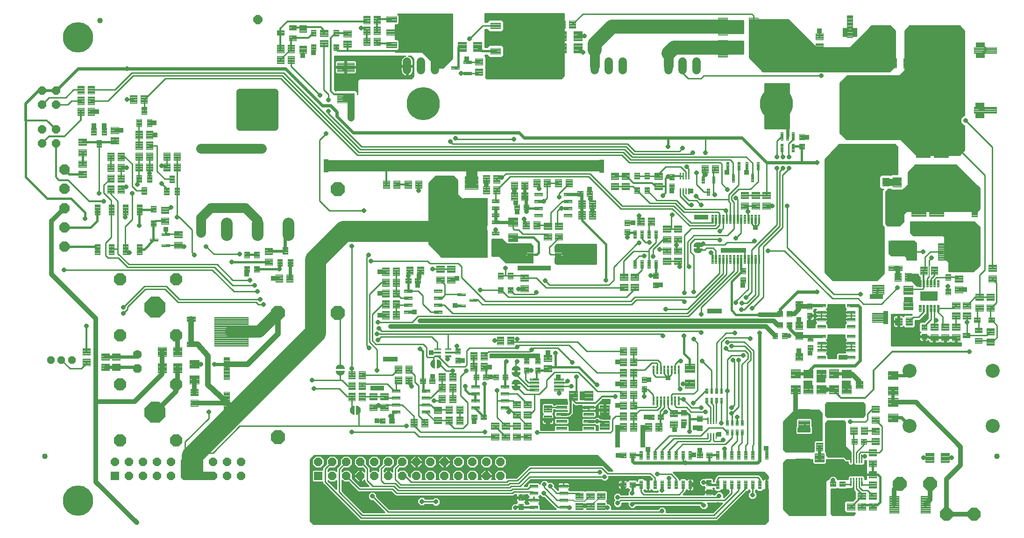
<source format=gtl>
G75*
%MOIN*%
%OFA0B0*%
%FSLAX25Y25*%
%IPPOS*%
%LPD*%
%AMOC8*
5,1,8,0,0,1.08239X$1,22.5*
%
%ADD10C,0.00394*%
%ADD11C,0.00409*%
%ADD12C,0.00405*%
%ADD13C,0.00375*%
%ADD14C,0.00402*%
%ADD15C,0.06000*%
%ADD16C,0.00425*%
%ADD17OC8,0.07087*%
%ADD18C,0.00378*%
%ADD19C,0.00399*%
%ADD20C,0.00400*%
%ADD21C,0.00396*%
%ADD22C,0.00408*%
%ADD23OC8,0.08600*%
%ADD24OC8,0.15000*%
%ADD25C,0.00406*%
%ADD26OC8,0.05906*%
%ADD27C,0.00400*%
%ADD28C,0.08250*%
%ADD29C,0.04500*%
%ADD30OC8,0.05315*%
%ADD31OC8,0.05400*%
%ADD32OC8,0.10000*%
%ADD33R,0.05906X0.05906*%
%ADD34OC8,0.09693*%
%ADD35C,0.04000*%
%ADD36C,0.00387*%
%ADD37OC8,0.06300*%
%ADD38C,0.06300*%
%ADD39OC8,0.09055*%
%ADD40C,0.00362*%
%ADD41C,0.00407*%
%ADD42C,0.00514*%
%ADD43C,0.00414*%
%ADD44C,0.00413*%
%ADD45C,0.00423*%
%ADD46C,0.10000*%
%ADD47C,0.00339*%
%ADD48OC8,0.06496*%
%ADD49C,0.00100*%
%ADD50C,0.00386*%
%ADD51C,0.00372*%
%ADD52C,0.23622*%
%ADD53C,0.03200*%
%ADD54C,0.02400*%
%ADD55OC8,0.03175*%
%ADD56C,0.01000*%
%ADD57C,0.01600*%
%ADD58C,0.01200*%
%ADD59R,0.03175X0.03175*%
%ADD60C,0.01100*%
%ADD61C,0.05000*%
%ADD62C,0.02000*%
%ADD63C,0.15000*%
%ADD64C,0.04000*%
%ADD65C,0.07000*%
%ADD66C,0.03175*%
%ADD67C,0.08000*%
%ADD68C,0.00800*%
%ADD69C,0.21654*%
%ADD70C,0.08600*%
%ADD71C,0.01400*%
%ADD72C,0.01800*%
%ADD73C,0.10000*%
D10*
X0221614Y0207365D02*
X0221614Y0210907D01*
X0227518Y0210907D01*
X0227518Y0207365D01*
X0221614Y0207365D01*
X0221614Y0207758D02*
X0227518Y0207758D01*
X0227518Y0208151D02*
X0221614Y0208151D01*
X0221614Y0208544D02*
X0227518Y0208544D01*
X0227518Y0208937D02*
X0221614Y0208937D01*
X0221614Y0209330D02*
X0227518Y0209330D01*
X0227518Y0209723D02*
X0221614Y0209723D01*
X0221614Y0210116D02*
X0227518Y0210116D01*
X0227518Y0210509D02*
X0221614Y0210509D01*
X0221614Y0210902D02*
X0227518Y0210902D01*
X0221614Y0225318D02*
X0221614Y0228860D01*
X0227518Y0228860D01*
X0227518Y0225318D01*
X0221614Y0225318D01*
X0221614Y0225711D02*
X0227518Y0225711D01*
X0227518Y0226104D02*
X0221614Y0226104D01*
X0221614Y0226497D02*
X0227518Y0226497D01*
X0227518Y0226890D02*
X0221614Y0226890D01*
X0221614Y0227283D02*
X0227518Y0227283D01*
X0227518Y0227676D02*
X0221614Y0227676D01*
X0221614Y0228069D02*
X0227518Y0228069D01*
X0227518Y0228462D02*
X0221614Y0228462D01*
X0221614Y0228855D02*
X0227518Y0228855D01*
X0266114Y0260579D02*
X0266114Y0264909D01*
X0266114Y0260579D02*
X0262572Y0260579D01*
X0262572Y0264909D01*
X0266114Y0264909D01*
X0266114Y0260972D02*
X0262572Y0260972D01*
X0262572Y0261365D02*
X0266114Y0261365D01*
X0266114Y0261758D02*
X0262572Y0261758D01*
X0262572Y0262151D02*
X0266114Y0262151D01*
X0266114Y0262544D02*
X0262572Y0262544D01*
X0262572Y0262937D02*
X0266114Y0262937D01*
X0266114Y0263330D02*
X0262572Y0263330D01*
X0262572Y0263723D02*
X0266114Y0263723D01*
X0266114Y0264116D02*
X0262572Y0264116D01*
X0262572Y0264509D02*
X0266114Y0264509D01*
X0266114Y0264902D02*
X0262572Y0264902D01*
X0269572Y0264909D02*
X0269572Y0260579D01*
X0269572Y0264909D02*
X0273114Y0264909D01*
X0273114Y0260579D01*
X0269572Y0260579D01*
X0269572Y0260972D02*
X0273114Y0260972D01*
X0273114Y0261365D02*
X0269572Y0261365D01*
X0269572Y0261758D02*
X0273114Y0261758D01*
X0273114Y0262151D02*
X0269572Y0262151D01*
X0269572Y0262544D02*
X0273114Y0262544D01*
X0273114Y0262937D02*
X0269572Y0262937D01*
X0269572Y0263330D02*
X0273114Y0263330D01*
X0273114Y0263723D02*
X0269572Y0263723D01*
X0269572Y0264116D02*
X0273114Y0264116D01*
X0273114Y0264509D02*
X0269572Y0264509D01*
X0269572Y0264902D02*
X0273114Y0264902D01*
X0269572Y0270815D02*
X0269572Y0275145D01*
X0273114Y0275145D01*
X0273114Y0270815D01*
X0269572Y0270815D01*
X0269572Y0271208D02*
X0273114Y0271208D01*
X0273114Y0271601D02*
X0269572Y0271601D01*
X0269572Y0271994D02*
X0273114Y0271994D01*
X0273114Y0272387D02*
X0269572Y0272387D01*
X0269572Y0272780D02*
X0273114Y0272780D01*
X0273114Y0273173D02*
X0269572Y0273173D01*
X0269572Y0273566D02*
X0273114Y0273566D01*
X0273114Y0273959D02*
X0269572Y0273959D01*
X0269572Y0274352D02*
X0273114Y0274352D01*
X0273114Y0274745D02*
X0269572Y0274745D01*
X0269572Y0275138D02*
X0273114Y0275138D01*
X0266114Y0275145D02*
X0266114Y0270815D01*
X0262572Y0270815D01*
X0262572Y0275145D01*
X0266114Y0275145D01*
X0266114Y0271208D02*
X0262572Y0271208D01*
X0262572Y0271601D02*
X0266114Y0271601D01*
X0266114Y0271994D02*
X0262572Y0271994D01*
X0262572Y0272387D02*
X0266114Y0272387D01*
X0266114Y0272780D02*
X0262572Y0272780D01*
X0262572Y0273173D02*
X0266114Y0273173D01*
X0266114Y0273566D02*
X0262572Y0273566D01*
X0262572Y0273959D02*
X0266114Y0273959D01*
X0266114Y0274352D02*
X0262572Y0274352D01*
X0262572Y0274745D02*
X0266114Y0274745D01*
X0266114Y0275138D02*
X0262572Y0275138D01*
X0286082Y0264722D02*
X0289624Y0264722D01*
X0286082Y0264722D02*
X0286082Y0269840D01*
X0289624Y0269840D01*
X0289624Y0264722D01*
X0289624Y0265115D02*
X0286082Y0265115D01*
X0286082Y0265508D02*
X0289624Y0265508D01*
X0289624Y0265901D02*
X0286082Y0265901D01*
X0286082Y0266294D02*
X0289624Y0266294D01*
X0289624Y0266687D02*
X0286082Y0266687D01*
X0286082Y0267080D02*
X0289624Y0267080D01*
X0289624Y0267473D02*
X0286082Y0267473D01*
X0286082Y0267866D02*
X0289624Y0267866D01*
X0289624Y0268259D02*
X0286082Y0268259D01*
X0286082Y0268652D02*
X0289624Y0268652D01*
X0289624Y0269045D02*
X0286082Y0269045D01*
X0286082Y0269438D02*
X0289624Y0269438D01*
X0289624Y0269831D02*
X0286082Y0269831D01*
X0289822Y0273384D02*
X0293364Y0273384D01*
X0289822Y0273384D02*
X0289822Y0278502D01*
X0293364Y0278502D01*
X0293364Y0273384D01*
X0293364Y0273777D02*
X0289822Y0273777D01*
X0289822Y0274170D02*
X0293364Y0274170D01*
X0293364Y0274563D02*
X0289822Y0274563D01*
X0289822Y0274956D02*
X0293364Y0274956D01*
X0293364Y0275349D02*
X0289822Y0275349D01*
X0289822Y0275742D02*
X0293364Y0275742D01*
X0293364Y0276135D02*
X0289822Y0276135D01*
X0289822Y0276528D02*
X0293364Y0276528D01*
X0293364Y0276921D02*
X0289822Y0276921D01*
X0289822Y0277314D02*
X0293364Y0277314D01*
X0293364Y0277707D02*
X0289822Y0277707D01*
X0289822Y0278100D02*
X0293364Y0278100D01*
X0293364Y0278493D02*
X0289822Y0278493D01*
X0293562Y0264722D02*
X0297104Y0264722D01*
X0293562Y0264722D02*
X0293562Y0269840D01*
X0297104Y0269840D01*
X0297104Y0264722D01*
X0297104Y0265115D02*
X0293562Y0265115D01*
X0293562Y0265508D02*
X0297104Y0265508D01*
X0297104Y0265901D02*
X0293562Y0265901D01*
X0293562Y0266294D02*
X0297104Y0266294D01*
X0297104Y0266687D02*
X0293562Y0266687D01*
X0293562Y0267080D02*
X0297104Y0267080D01*
X0297104Y0267473D02*
X0293562Y0267473D01*
X0293562Y0267866D02*
X0297104Y0267866D01*
X0297104Y0268259D02*
X0293562Y0268259D01*
X0293562Y0268652D02*
X0297104Y0268652D01*
X0297104Y0269045D02*
X0293562Y0269045D01*
X0293562Y0269438D02*
X0297104Y0269438D01*
X0297104Y0269831D02*
X0293562Y0269831D01*
X0377529Y0256133D02*
X0381465Y0256133D01*
X0381465Y0252591D01*
X0377529Y0252591D01*
X0377529Y0256133D01*
X0377529Y0252984D02*
X0381465Y0252984D01*
X0381465Y0253377D02*
X0377529Y0253377D01*
X0377529Y0253770D02*
X0381465Y0253770D01*
X0381465Y0254163D02*
X0377529Y0254163D01*
X0377529Y0254556D02*
X0381465Y0254556D01*
X0381465Y0254949D02*
X0377529Y0254949D01*
X0377529Y0255342D02*
X0381465Y0255342D01*
X0381465Y0255735D02*
X0377529Y0255735D01*
X0377529Y0256128D02*
X0381465Y0256128D01*
X0384222Y0256133D02*
X0388158Y0256133D01*
X0388158Y0252591D01*
X0384222Y0252591D01*
X0384222Y0256133D01*
X0384222Y0252984D02*
X0388158Y0252984D01*
X0388158Y0253377D02*
X0384222Y0253377D01*
X0384222Y0253770D02*
X0388158Y0253770D01*
X0388158Y0254163D02*
X0384222Y0254163D01*
X0384222Y0254556D02*
X0388158Y0254556D01*
X0388158Y0254949D02*
X0384222Y0254949D01*
X0384222Y0255342D02*
X0388158Y0255342D01*
X0388158Y0255735D02*
X0384222Y0255735D01*
X0384222Y0256128D02*
X0388158Y0256128D01*
X0447114Y0255815D02*
X0447114Y0260145D01*
X0447114Y0255815D02*
X0443572Y0255815D01*
X0443572Y0260145D01*
X0447114Y0260145D01*
X0447114Y0256208D02*
X0443572Y0256208D01*
X0443572Y0256601D02*
X0447114Y0256601D01*
X0447114Y0256994D02*
X0443572Y0256994D01*
X0443572Y0257387D02*
X0447114Y0257387D01*
X0447114Y0257780D02*
X0443572Y0257780D01*
X0443572Y0258173D02*
X0447114Y0258173D01*
X0447114Y0258566D02*
X0443572Y0258566D01*
X0443572Y0258959D02*
X0447114Y0258959D01*
X0447114Y0259352D02*
X0443572Y0259352D01*
X0443572Y0259745D02*
X0447114Y0259745D01*
X0447114Y0260138D02*
X0443572Y0260138D01*
X0454114Y0260145D02*
X0454114Y0255815D01*
X0450572Y0255815D01*
X0450572Y0260145D01*
X0454114Y0260145D01*
X0454114Y0256208D02*
X0450572Y0256208D01*
X0450572Y0256601D02*
X0454114Y0256601D01*
X0454114Y0256994D02*
X0450572Y0256994D01*
X0450572Y0257387D02*
X0454114Y0257387D01*
X0454114Y0257780D02*
X0450572Y0257780D01*
X0450572Y0258173D02*
X0454114Y0258173D01*
X0454114Y0258566D02*
X0450572Y0258566D01*
X0450572Y0258959D02*
X0454114Y0258959D01*
X0454114Y0259352D02*
X0450572Y0259352D01*
X0450572Y0259745D02*
X0454114Y0259745D01*
X0454114Y0260138D02*
X0450572Y0260138D01*
X0454114Y0249909D02*
X0454114Y0245579D01*
X0450572Y0245579D01*
X0450572Y0249909D01*
X0454114Y0249909D01*
X0454114Y0245972D02*
X0450572Y0245972D01*
X0450572Y0246365D02*
X0454114Y0246365D01*
X0454114Y0246758D02*
X0450572Y0246758D01*
X0450572Y0247151D02*
X0454114Y0247151D01*
X0454114Y0247544D02*
X0450572Y0247544D01*
X0450572Y0247937D02*
X0454114Y0247937D01*
X0454114Y0248330D02*
X0450572Y0248330D01*
X0450572Y0248723D02*
X0454114Y0248723D01*
X0454114Y0249116D02*
X0450572Y0249116D01*
X0450572Y0249509D02*
X0454114Y0249509D01*
X0454114Y0249902D02*
X0450572Y0249902D01*
X0447114Y0249909D02*
X0447114Y0245579D01*
X0443572Y0245579D01*
X0443572Y0249909D01*
X0447114Y0249909D01*
X0447114Y0245972D02*
X0443572Y0245972D01*
X0443572Y0246365D02*
X0447114Y0246365D01*
X0447114Y0246758D02*
X0443572Y0246758D01*
X0443572Y0247151D02*
X0447114Y0247151D01*
X0447114Y0247544D02*
X0443572Y0247544D01*
X0443572Y0247937D02*
X0447114Y0247937D01*
X0447114Y0248330D02*
X0443572Y0248330D01*
X0443572Y0248723D02*
X0447114Y0248723D01*
X0447114Y0249116D02*
X0443572Y0249116D01*
X0443572Y0249509D02*
X0447114Y0249509D01*
X0447114Y0249902D02*
X0443572Y0249902D01*
X0413072Y0206177D02*
X0413072Y0202241D01*
X0413072Y0206177D02*
X0416614Y0206177D01*
X0416614Y0202241D01*
X0413072Y0202241D01*
X0413072Y0202634D02*
X0416614Y0202634D01*
X0416614Y0203027D02*
X0413072Y0203027D01*
X0413072Y0203420D02*
X0416614Y0203420D01*
X0416614Y0203813D02*
X0413072Y0203813D01*
X0413072Y0204206D02*
X0416614Y0204206D01*
X0416614Y0204599D02*
X0413072Y0204599D01*
X0413072Y0204992D02*
X0416614Y0204992D01*
X0416614Y0205385D02*
X0413072Y0205385D01*
X0413072Y0205778D02*
X0416614Y0205778D01*
X0416614Y0206171D02*
X0413072Y0206171D01*
X0413072Y0199484D02*
X0413072Y0195548D01*
X0413072Y0199484D02*
X0416614Y0199484D01*
X0416614Y0195548D01*
X0413072Y0195548D01*
X0413072Y0195941D02*
X0416614Y0195941D01*
X0416614Y0196334D02*
X0413072Y0196334D01*
X0413072Y0196727D02*
X0416614Y0196727D01*
X0416614Y0197120D02*
X0413072Y0197120D01*
X0413072Y0197513D02*
X0416614Y0197513D01*
X0416614Y0197906D02*
X0413072Y0197906D01*
X0413072Y0198299D02*
X0416614Y0198299D01*
X0416614Y0198692D02*
X0413072Y0198692D01*
X0413072Y0199085D02*
X0416614Y0199085D01*
X0416614Y0199478D02*
X0413072Y0199478D01*
X0426029Y0183841D02*
X0429965Y0183841D01*
X0426029Y0183841D02*
X0426029Y0187383D01*
X0429965Y0187383D01*
X0429965Y0183841D01*
X0429965Y0184234D02*
X0426029Y0184234D01*
X0426029Y0184627D02*
X0429965Y0184627D01*
X0429965Y0185020D02*
X0426029Y0185020D01*
X0426029Y0185413D02*
X0429965Y0185413D01*
X0429965Y0185806D02*
X0426029Y0185806D01*
X0426029Y0186199D02*
X0429965Y0186199D01*
X0429965Y0186592D02*
X0426029Y0186592D01*
X0426029Y0186985D02*
X0429965Y0186985D01*
X0429965Y0187378D02*
X0426029Y0187378D01*
X0432722Y0183841D02*
X0436658Y0183841D01*
X0432722Y0183841D02*
X0432722Y0187383D01*
X0436658Y0187383D01*
X0436658Y0183841D01*
X0436658Y0184234D02*
X0432722Y0184234D01*
X0432722Y0184627D02*
X0436658Y0184627D01*
X0436658Y0185020D02*
X0432722Y0185020D01*
X0432722Y0185413D02*
X0436658Y0185413D01*
X0436658Y0185806D02*
X0432722Y0185806D01*
X0432722Y0186199D02*
X0436658Y0186199D01*
X0436658Y0186592D02*
X0432722Y0186592D01*
X0432722Y0186985D02*
X0436658Y0186985D01*
X0436658Y0187378D02*
X0432722Y0187378D01*
X0440029Y0183841D02*
X0443965Y0183841D01*
X0440029Y0183841D02*
X0440029Y0187383D01*
X0443965Y0187383D01*
X0443965Y0183841D01*
X0443965Y0184234D02*
X0440029Y0184234D01*
X0440029Y0184627D02*
X0443965Y0184627D01*
X0443965Y0185020D02*
X0440029Y0185020D01*
X0440029Y0185413D02*
X0443965Y0185413D01*
X0443965Y0185806D02*
X0440029Y0185806D01*
X0440029Y0186199D02*
X0443965Y0186199D01*
X0443965Y0186592D02*
X0440029Y0186592D01*
X0440029Y0186985D02*
X0443965Y0186985D01*
X0443965Y0187378D02*
X0440029Y0187378D01*
X0446722Y0183841D02*
X0450658Y0183841D01*
X0446722Y0183841D02*
X0446722Y0187383D01*
X0450658Y0187383D01*
X0450658Y0183841D01*
X0450658Y0184234D02*
X0446722Y0184234D01*
X0446722Y0184627D02*
X0450658Y0184627D01*
X0450658Y0185020D02*
X0446722Y0185020D01*
X0446722Y0185413D02*
X0450658Y0185413D01*
X0450658Y0185806D02*
X0446722Y0185806D01*
X0446722Y0186199D02*
X0450658Y0186199D01*
X0450658Y0186592D02*
X0446722Y0186592D01*
X0446722Y0186985D02*
X0450658Y0186985D01*
X0450658Y0187378D02*
X0446722Y0187378D01*
X0462072Y0188548D02*
X0462072Y0192484D01*
X0465614Y0192484D01*
X0465614Y0188548D01*
X0462072Y0188548D01*
X0462072Y0188941D02*
X0465614Y0188941D01*
X0465614Y0189334D02*
X0462072Y0189334D01*
X0462072Y0189727D02*
X0465614Y0189727D01*
X0465614Y0190120D02*
X0462072Y0190120D01*
X0462072Y0190513D02*
X0465614Y0190513D01*
X0465614Y0190906D02*
X0462072Y0190906D01*
X0462072Y0191299D02*
X0465614Y0191299D01*
X0465614Y0191692D02*
X0462072Y0191692D01*
X0462072Y0192085D02*
X0465614Y0192085D01*
X0465614Y0192478D02*
X0462072Y0192478D01*
X0462072Y0195241D02*
X0462072Y0199177D01*
X0465614Y0199177D01*
X0465614Y0195241D01*
X0462072Y0195241D01*
X0462072Y0195634D02*
X0465614Y0195634D01*
X0465614Y0196027D02*
X0462072Y0196027D01*
X0462072Y0196420D02*
X0465614Y0196420D01*
X0465614Y0196813D02*
X0462072Y0196813D01*
X0462072Y0197206D02*
X0465614Y0197206D01*
X0465614Y0197599D02*
X0462072Y0197599D01*
X0462072Y0197992D02*
X0465614Y0197992D01*
X0465614Y0198385D02*
X0462072Y0198385D01*
X0462072Y0198778D02*
X0465614Y0198778D01*
X0465614Y0199171D02*
X0462072Y0199171D01*
X0470072Y0199177D02*
X0470072Y0195241D01*
X0470072Y0199177D02*
X0473614Y0199177D01*
X0473614Y0195241D01*
X0470072Y0195241D01*
X0470072Y0195634D02*
X0473614Y0195634D01*
X0473614Y0196027D02*
X0470072Y0196027D01*
X0470072Y0196420D02*
X0473614Y0196420D01*
X0473614Y0196813D02*
X0470072Y0196813D01*
X0470072Y0197206D02*
X0473614Y0197206D01*
X0473614Y0197599D02*
X0470072Y0197599D01*
X0470072Y0197992D02*
X0473614Y0197992D01*
X0473614Y0198385D02*
X0470072Y0198385D01*
X0470072Y0198778D02*
X0473614Y0198778D01*
X0473614Y0199171D02*
X0470072Y0199171D01*
X0470072Y0192484D02*
X0470072Y0188548D01*
X0470072Y0192484D02*
X0473614Y0192484D01*
X0473614Y0188548D01*
X0470072Y0188548D01*
X0470072Y0188941D02*
X0473614Y0188941D01*
X0473614Y0189334D02*
X0470072Y0189334D01*
X0470072Y0189727D02*
X0473614Y0189727D01*
X0473614Y0190120D02*
X0470072Y0190120D01*
X0470072Y0190513D02*
X0473614Y0190513D01*
X0473614Y0190906D02*
X0470072Y0190906D01*
X0470072Y0191299D02*
X0473614Y0191299D01*
X0473614Y0191692D02*
X0470072Y0191692D01*
X0470072Y0192085D02*
X0473614Y0192085D01*
X0473614Y0192478D02*
X0470072Y0192478D01*
X0435158Y0155341D02*
X0431222Y0155341D01*
X0431222Y0158883D01*
X0435158Y0158883D01*
X0435158Y0155341D01*
X0435158Y0155734D02*
X0431222Y0155734D01*
X0431222Y0156127D02*
X0435158Y0156127D01*
X0435158Y0156520D02*
X0431222Y0156520D01*
X0431222Y0156913D02*
X0435158Y0156913D01*
X0435158Y0157306D02*
X0431222Y0157306D01*
X0431222Y0157699D02*
X0435158Y0157699D01*
X0435158Y0158092D02*
X0431222Y0158092D01*
X0431222Y0158485D02*
X0435158Y0158485D01*
X0435158Y0158878D02*
X0431222Y0158878D01*
X0428465Y0155341D02*
X0424529Y0155341D01*
X0424529Y0158883D01*
X0428465Y0158883D01*
X0428465Y0155341D01*
X0428465Y0155734D02*
X0424529Y0155734D01*
X0424529Y0156127D02*
X0428465Y0156127D01*
X0428465Y0156520D02*
X0424529Y0156520D01*
X0424529Y0156913D02*
X0428465Y0156913D01*
X0428465Y0157306D02*
X0424529Y0157306D01*
X0424529Y0157699D02*
X0428465Y0157699D01*
X0428465Y0158092D02*
X0424529Y0158092D01*
X0424529Y0158485D02*
X0428465Y0158485D01*
X0428465Y0158878D02*
X0424529Y0158878D01*
X0398408Y0184633D02*
X0394472Y0184633D01*
X0398408Y0184633D02*
X0398408Y0181091D01*
X0394472Y0181091D01*
X0394472Y0184633D01*
X0394472Y0181484D02*
X0398408Y0181484D01*
X0398408Y0181877D02*
X0394472Y0181877D01*
X0394472Y0182270D02*
X0398408Y0182270D01*
X0398408Y0182663D02*
X0394472Y0182663D01*
X0394472Y0183056D02*
X0398408Y0183056D01*
X0398408Y0183449D02*
X0394472Y0183449D01*
X0394472Y0183842D02*
X0398408Y0183842D01*
X0398408Y0184235D02*
X0394472Y0184235D01*
X0394472Y0184628D02*
X0398408Y0184628D01*
X0391715Y0184633D02*
X0387779Y0184633D01*
X0391715Y0184633D02*
X0391715Y0181091D01*
X0387779Y0181091D01*
X0387779Y0184633D01*
X0387779Y0181484D02*
X0391715Y0181484D01*
X0391715Y0181877D02*
X0387779Y0181877D01*
X0387779Y0182270D02*
X0391715Y0182270D01*
X0391715Y0182663D02*
X0387779Y0182663D01*
X0387779Y0183056D02*
X0391715Y0183056D01*
X0391715Y0183449D02*
X0387779Y0183449D01*
X0387779Y0183842D02*
X0391715Y0183842D01*
X0391715Y0184235D02*
X0387779Y0184235D01*
X0387779Y0184628D02*
X0391715Y0184628D01*
X0369658Y0152591D02*
X0365722Y0152591D01*
X0365722Y0156133D01*
X0369658Y0156133D01*
X0369658Y0152591D01*
X0369658Y0152984D02*
X0365722Y0152984D01*
X0365722Y0153377D02*
X0369658Y0153377D01*
X0369658Y0153770D02*
X0365722Y0153770D01*
X0365722Y0154163D02*
X0369658Y0154163D01*
X0369658Y0154556D02*
X0365722Y0154556D01*
X0365722Y0154949D02*
X0369658Y0154949D01*
X0369658Y0155342D02*
X0365722Y0155342D01*
X0365722Y0155735D02*
X0369658Y0155735D01*
X0369658Y0156128D02*
X0365722Y0156128D01*
X0362965Y0152591D02*
X0359029Y0152591D01*
X0359029Y0156133D01*
X0362965Y0156133D01*
X0362965Y0152591D01*
X0362965Y0152984D02*
X0359029Y0152984D01*
X0359029Y0153377D02*
X0362965Y0153377D01*
X0362965Y0153770D02*
X0359029Y0153770D01*
X0359029Y0154163D02*
X0362965Y0154163D01*
X0362965Y0154556D02*
X0359029Y0154556D01*
X0359029Y0154949D02*
X0362965Y0154949D01*
X0362965Y0155342D02*
X0359029Y0155342D01*
X0359029Y0155735D02*
X0362965Y0155735D01*
X0362965Y0156128D02*
X0359029Y0156128D01*
X0458072Y0101677D02*
X0458072Y0097741D01*
X0458072Y0101677D02*
X0461614Y0101677D01*
X0461614Y0097741D01*
X0458072Y0097741D01*
X0458072Y0098134D02*
X0461614Y0098134D01*
X0461614Y0098527D02*
X0458072Y0098527D01*
X0458072Y0098920D02*
X0461614Y0098920D01*
X0461614Y0099313D02*
X0458072Y0099313D01*
X0458072Y0099706D02*
X0461614Y0099706D01*
X0461614Y0100099D02*
X0458072Y0100099D01*
X0458072Y0100492D02*
X0461614Y0100492D01*
X0461614Y0100885D02*
X0458072Y0100885D01*
X0458072Y0101278D02*
X0461614Y0101278D01*
X0461614Y0101671D02*
X0458072Y0101671D01*
X0458072Y0094984D02*
X0458072Y0091048D01*
X0458072Y0094984D02*
X0461614Y0094984D01*
X0461614Y0091048D01*
X0458072Y0091048D01*
X0458072Y0091441D02*
X0461614Y0091441D01*
X0461614Y0091834D02*
X0458072Y0091834D01*
X0458072Y0092227D02*
X0461614Y0092227D01*
X0461614Y0092620D02*
X0458072Y0092620D01*
X0458072Y0093013D02*
X0461614Y0093013D01*
X0461614Y0093406D02*
X0458072Y0093406D01*
X0458072Y0093799D02*
X0461614Y0093799D01*
X0461614Y0094192D02*
X0458072Y0094192D01*
X0458072Y0094585D02*
X0461614Y0094585D01*
X0461614Y0094978D02*
X0458072Y0094978D01*
X0530779Y0110633D02*
X0534715Y0110633D01*
X0534715Y0107091D01*
X0530779Y0107091D01*
X0530779Y0110633D01*
X0530779Y0107484D02*
X0534715Y0107484D01*
X0534715Y0107877D02*
X0530779Y0107877D01*
X0530779Y0108270D02*
X0534715Y0108270D01*
X0534715Y0108663D02*
X0530779Y0108663D01*
X0530779Y0109056D02*
X0534715Y0109056D01*
X0534715Y0109449D02*
X0530779Y0109449D01*
X0530779Y0109842D02*
X0534715Y0109842D01*
X0534715Y0110235D02*
X0530779Y0110235D01*
X0530779Y0110628D02*
X0534715Y0110628D01*
X0537472Y0110633D02*
X0541408Y0110633D01*
X0541408Y0107091D01*
X0537472Y0107091D01*
X0537472Y0110633D01*
X0537472Y0107484D02*
X0541408Y0107484D01*
X0541408Y0107877D02*
X0537472Y0107877D01*
X0537472Y0108270D02*
X0541408Y0108270D01*
X0541408Y0108663D02*
X0537472Y0108663D01*
X0537472Y0109056D02*
X0541408Y0109056D01*
X0541408Y0109449D02*
X0537472Y0109449D01*
X0537472Y0109842D02*
X0541408Y0109842D01*
X0541408Y0110235D02*
X0537472Y0110235D01*
X0537472Y0110628D02*
X0541408Y0110628D01*
X0541408Y0128091D02*
X0537472Y0128091D01*
X0537472Y0131633D01*
X0541408Y0131633D01*
X0541408Y0128091D01*
X0541408Y0128484D02*
X0537472Y0128484D01*
X0537472Y0128877D02*
X0541408Y0128877D01*
X0541408Y0129270D02*
X0537472Y0129270D01*
X0537472Y0129663D02*
X0541408Y0129663D01*
X0541408Y0130056D02*
X0537472Y0130056D01*
X0537472Y0130449D02*
X0541408Y0130449D01*
X0541408Y0130842D02*
X0537472Y0130842D01*
X0537472Y0131235D02*
X0541408Y0131235D01*
X0541408Y0131628D02*
X0537472Y0131628D01*
X0534715Y0128091D02*
X0530779Y0128091D01*
X0530779Y0131633D01*
X0534715Y0131633D01*
X0534715Y0128091D01*
X0534715Y0128484D02*
X0530779Y0128484D01*
X0530779Y0128877D02*
X0534715Y0128877D01*
X0534715Y0129270D02*
X0530779Y0129270D01*
X0530779Y0129663D02*
X0534715Y0129663D01*
X0534715Y0130056D02*
X0530779Y0130056D01*
X0530779Y0130449D02*
X0534715Y0130449D01*
X0534715Y0130842D02*
X0530779Y0130842D01*
X0530779Y0131235D02*
X0534715Y0131235D01*
X0534715Y0131628D02*
X0530779Y0131628D01*
X0550779Y0155341D02*
X0554715Y0155341D01*
X0550779Y0155341D02*
X0550779Y0158883D01*
X0554715Y0158883D01*
X0554715Y0155341D01*
X0554715Y0155734D02*
X0550779Y0155734D01*
X0550779Y0156127D02*
X0554715Y0156127D01*
X0554715Y0156520D02*
X0550779Y0156520D01*
X0550779Y0156913D02*
X0554715Y0156913D01*
X0554715Y0157306D02*
X0550779Y0157306D01*
X0550779Y0157699D02*
X0554715Y0157699D01*
X0554715Y0158092D02*
X0550779Y0158092D01*
X0550779Y0158485D02*
X0554715Y0158485D01*
X0554715Y0158878D02*
X0550779Y0158878D01*
X0557472Y0155341D02*
X0561408Y0155341D01*
X0557472Y0155341D02*
X0557472Y0158883D01*
X0561408Y0158883D01*
X0561408Y0155341D01*
X0561408Y0155734D02*
X0557472Y0155734D01*
X0557472Y0156127D02*
X0561408Y0156127D01*
X0561408Y0156520D02*
X0557472Y0156520D01*
X0557472Y0156913D02*
X0561408Y0156913D01*
X0561408Y0157306D02*
X0557472Y0157306D01*
X0557472Y0157699D02*
X0561408Y0157699D01*
X0561408Y0158092D02*
X0557472Y0158092D01*
X0557472Y0158485D02*
X0561408Y0158485D01*
X0561408Y0158878D02*
X0557472Y0158878D01*
X0577864Y0158241D02*
X0577864Y0162177D01*
X0577864Y0158241D02*
X0574322Y0158241D01*
X0574322Y0162177D01*
X0577864Y0162177D01*
X0577864Y0158634D02*
X0574322Y0158634D01*
X0574322Y0159027D02*
X0577864Y0159027D01*
X0577864Y0159420D02*
X0574322Y0159420D01*
X0574322Y0159813D02*
X0577864Y0159813D01*
X0577864Y0160206D02*
X0574322Y0160206D01*
X0574322Y0160599D02*
X0577864Y0160599D01*
X0577864Y0160992D02*
X0574322Y0160992D01*
X0574322Y0161385D02*
X0577864Y0161385D01*
X0577864Y0161778D02*
X0574322Y0161778D01*
X0574322Y0162171D02*
X0577864Y0162171D01*
X0577864Y0155484D02*
X0577864Y0151548D01*
X0574322Y0151548D01*
X0574322Y0155484D01*
X0577864Y0155484D01*
X0577864Y0151941D02*
X0574322Y0151941D01*
X0574322Y0152334D02*
X0577864Y0152334D01*
X0577864Y0152727D02*
X0574322Y0152727D01*
X0574322Y0153120D02*
X0577864Y0153120D01*
X0577864Y0153513D02*
X0574322Y0153513D01*
X0574322Y0153906D02*
X0577864Y0153906D01*
X0577864Y0154299D02*
X0574322Y0154299D01*
X0574322Y0154692D02*
X0577864Y0154692D01*
X0577864Y0155085D02*
X0574322Y0155085D01*
X0574322Y0155478D02*
X0577864Y0155478D01*
X0585572Y0153991D02*
X0585572Y0157927D01*
X0589114Y0157927D01*
X0589114Y0153991D01*
X0585572Y0153991D01*
X0585572Y0154384D02*
X0589114Y0154384D01*
X0589114Y0154777D02*
X0585572Y0154777D01*
X0585572Y0155170D02*
X0589114Y0155170D01*
X0589114Y0155563D02*
X0585572Y0155563D01*
X0585572Y0155956D02*
X0589114Y0155956D01*
X0589114Y0156349D02*
X0585572Y0156349D01*
X0585572Y0156742D02*
X0589114Y0156742D01*
X0589114Y0157135D02*
X0585572Y0157135D01*
X0585572Y0157528D02*
X0589114Y0157528D01*
X0589114Y0157921D02*
X0585572Y0157921D01*
X0585572Y0151234D02*
X0585572Y0147298D01*
X0585572Y0151234D02*
X0589114Y0151234D01*
X0589114Y0147298D01*
X0585572Y0147298D01*
X0585572Y0147691D02*
X0589114Y0147691D01*
X0589114Y0148084D02*
X0585572Y0148084D01*
X0585572Y0148477D02*
X0589114Y0148477D01*
X0589114Y0148870D02*
X0585572Y0148870D01*
X0585572Y0149263D02*
X0589114Y0149263D01*
X0589114Y0149656D02*
X0585572Y0149656D01*
X0585572Y0150049D02*
X0589114Y0150049D01*
X0589114Y0150442D02*
X0585572Y0150442D01*
X0585572Y0150835D02*
X0589114Y0150835D01*
X0589114Y0151228D02*
X0585572Y0151228D01*
X0591491Y0167245D02*
X0593065Y0167245D01*
X0591491Y0167245D02*
X0591491Y0170787D01*
X0593065Y0170787D01*
X0593065Y0167245D01*
X0593065Y0167638D02*
X0591491Y0167638D01*
X0591491Y0168031D02*
X0593065Y0168031D01*
X0593065Y0168424D02*
X0591491Y0168424D01*
X0591491Y0168817D02*
X0593065Y0168817D01*
X0593065Y0169210D02*
X0591491Y0169210D01*
X0591491Y0169603D02*
X0593065Y0169603D01*
X0593065Y0169996D02*
X0591491Y0169996D01*
X0591491Y0170389D02*
X0593065Y0170389D01*
X0593065Y0170782D02*
X0591491Y0170782D01*
X0595035Y0167245D02*
X0596609Y0167245D01*
X0595035Y0167245D02*
X0595035Y0170787D01*
X0596609Y0170787D01*
X0596609Y0167245D01*
X0596609Y0167638D02*
X0595035Y0167638D01*
X0595035Y0168031D02*
X0596609Y0168031D01*
X0596609Y0168424D02*
X0595035Y0168424D01*
X0595035Y0168817D02*
X0596609Y0168817D01*
X0596609Y0169210D02*
X0595035Y0169210D01*
X0595035Y0169603D02*
X0596609Y0169603D01*
X0596609Y0169996D02*
X0595035Y0169996D01*
X0595035Y0170389D02*
X0596609Y0170389D01*
X0596609Y0170782D02*
X0595035Y0170782D01*
X0598578Y0167245D02*
X0600152Y0167245D01*
X0598578Y0167245D02*
X0598578Y0170787D01*
X0600152Y0170787D01*
X0600152Y0167245D01*
X0600152Y0167638D02*
X0598578Y0167638D01*
X0598578Y0168031D02*
X0600152Y0168031D01*
X0600152Y0168424D02*
X0598578Y0168424D01*
X0598578Y0168817D02*
X0600152Y0168817D01*
X0600152Y0169210D02*
X0598578Y0169210D01*
X0598578Y0169603D02*
X0600152Y0169603D01*
X0600152Y0169996D02*
X0598578Y0169996D01*
X0598578Y0170389D02*
X0600152Y0170389D01*
X0600152Y0170782D02*
X0598578Y0170782D01*
X0602121Y0167245D02*
X0603695Y0167245D01*
X0602121Y0167245D02*
X0602121Y0170787D01*
X0603695Y0170787D01*
X0603695Y0167245D01*
X0603695Y0167638D02*
X0602121Y0167638D01*
X0602121Y0168031D02*
X0603695Y0168031D01*
X0603695Y0168424D02*
X0602121Y0168424D01*
X0602121Y0168817D02*
X0603695Y0168817D01*
X0603695Y0169210D02*
X0602121Y0169210D01*
X0602121Y0169603D02*
X0603695Y0169603D01*
X0603695Y0169996D02*
X0602121Y0169996D01*
X0602121Y0170389D02*
X0603695Y0170389D01*
X0603695Y0170782D02*
X0602121Y0170782D01*
X0602121Y0173938D02*
X0603695Y0173938D01*
X0602121Y0173938D02*
X0602121Y0177480D01*
X0603695Y0177480D01*
X0603695Y0173938D01*
X0603695Y0174331D02*
X0602121Y0174331D01*
X0602121Y0174724D02*
X0603695Y0174724D01*
X0603695Y0175117D02*
X0602121Y0175117D01*
X0602121Y0175510D02*
X0603695Y0175510D01*
X0603695Y0175903D02*
X0602121Y0175903D01*
X0602121Y0176296D02*
X0603695Y0176296D01*
X0603695Y0176689D02*
X0602121Y0176689D01*
X0602121Y0177082D02*
X0603695Y0177082D01*
X0603695Y0177475D02*
X0602121Y0177475D01*
X0600152Y0173938D02*
X0598578Y0173938D01*
X0598578Y0177480D01*
X0600152Y0177480D01*
X0600152Y0173938D01*
X0600152Y0174331D02*
X0598578Y0174331D01*
X0598578Y0174724D02*
X0600152Y0174724D01*
X0600152Y0175117D02*
X0598578Y0175117D01*
X0598578Y0175510D02*
X0600152Y0175510D01*
X0600152Y0175903D02*
X0598578Y0175903D01*
X0598578Y0176296D02*
X0600152Y0176296D01*
X0600152Y0176689D02*
X0598578Y0176689D01*
X0598578Y0177082D02*
X0600152Y0177082D01*
X0600152Y0177475D02*
X0598578Y0177475D01*
X0596609Y0173938D02*
X0595035Y0173938D01*
X0595035Y0177480D01*
X0596609Y0177480D01*
X0596609Y0173938D01*
X0596609Y0174331D02*
X0595035Y0174331D01*
X0595035Y0174724D02*
X0596609Y0174724D01*
X0596609Y0175117D02*
X0595035Y0175117D01*
X0595035Y0175510D02*
X0596609Y0175510D01*
X0596609Y0175903D02*
X0595035Y0175903D01*
X0595035Y0176296D02*
X0596609Y0176296D01*
X0596609Y0176689D02*
X0595035Y0176689D01*
X0595035Y0177082D02*
X0596609Y0177082D01*
X0596609Y0177475D02*
X0595035Y0177475D01*
X0593065Y0173938D02*
X0591491Y0173938D01*
X0591491Y0177480D01*
X0593065Y0177480D01*
X0593065Y0173938D01*
X0593065Y0174331D02*
X0591491Y0174331D01*
X0591491Y0174724D02*
X0593065Y0174724D01*
X0593065Y0175117D02*
X0591491Y0175117D01*
X0591491Y0175510D02*
X0593065Y0175510D01*
X0593065Y0175903D02*
X0591491Y0175903D01*
X0591491Y0176296D02*
X0593065Y0176296D01*
X0593065Y0176689D02*
X0591491Y0176689D01*
X0591491Y0177082D02*
X0593065Y0177082D01*
X0593065Y0177475D02*
X0591491Y0177475D01*
X0606241Y0151188D02*
X0607815Y0151188D01*
X0606241Y0151188D02*
X0606241Y0154730D01*
X0607815Y0154730D01*
X0607815Y0151188D01*
X0607815Y0151581D02*
X0606241Y0151581D01*
X0606241Y0151974D02*
X0607815Y0151974D01*
X0607815Y0152367D02*
X0606241Y0152367D01*
X0606241Y0152760D02*
X0607815Y0152760D01*
X0607815Y0153153D02*
X0606241Y0153153D01*
X0606241Y0153546D02*
X0607815Y0153546D01*
X0607815Y0153939D02*
X0606241Y0153939D01*
X0606241Y0154332D02*
X0607815Y0154332D01*
X0607815Y0154725D02*
X0606241Y0154725D01*
X0609785Y0151188D02*
X0611359Y0151188D01*
X0609785Y0151188D02*
X0609785Y0154730D01*
X0611359Y0154730D01*
X0611359Y0151188D01*
X0611359Y0151581D02*
X0609785Y0151581D01*
X0609785Y0151974D02*
X0611359Y0151974D01*
X0611359Y0152367D02*
X0609785Y0152367D01*
X0609785Y0152760D02*
X0611359Y0152760D01*
X0611359Y0153153D02*
X0609785Y0153153D01*
X0609785Y0153546D02*
X0611359Y0153546D01*
X0611359Y0153939D02*
X0609785Y0153939D01*
X0609785Y0154332D02*
X0611359Y0154332D01*
X0611359Y0154725D02*
X0609785Y0154725D01*
X0613328Y0151188D02*
X0614902Y0151188D01*
X0613328Y0151188D02*
X0613328Y0154730D01*
X0614902Y0154730D01*
X0614902Y0151188D01*
X0614902Y0151581D02*
X0613328Y0151581D01*
X0613328Y0151974D02*
X0614902Y0151974D01*
X0614902Y0152367D02*
X0613328Y0152367D01*
X0613328Y0152760D02*
X0614902Y0152760D01*
X0614902Y0153153D02*
X0613328Y0153153D01*
X0613328Y0153546D02*
X0614902Y0153546D01*
X0614902Y0153939D02*
X0613328Y0153939D01*
X0613328Y0154332D02*
X0614902Y0154332D01*
X0614902Y0154725D02*
X0613328Y0154725D01*
X0616871Y0151188D02*
X0618445Y0151188D01*
X0616871Y0151188D02*
X0616871Y0154730D01*
X0618445Y0154730D01*
X0618445Y0151188D01*
X0618445Y0151581D02*
X0616871Y0151581D01*
X0616871Y0151974D02*
X0618445Y0151974D01*
X0618445Y0152367D02*
X0616871Y0152367D01*
X0616871Y0152760D02*
X0618445Y0152760D01*
X0618445Y0153153D02*
X0616871Y0153153D01*
X0616871Y0153546D02*
X0618445Y0153546D01*
X0618445Y0153939D02*
X0616871Y0153939D01*
X0616871Y0154332D02*
X0618445Y0154332D01*
X0618445Y0154725D02*
X0616871Y0154725D01*
X0616871Y0144495D02*
X0618445Y0144495D01*
X0616871Y0144495D02*
X0616871Y0148037D01*
X0618445Y0148037D01*
X0618445Y0144495D01*
X0618445Y0144888D02*
X0616871Y0144888D01*
X0616871Y0145281D02*
X0618445Y0145281D01*
X0618445Y0145674D02*
X0616871Y0145674D01*
X0616871Y0146067D02*
X0618445Y0146067D01*
X0618445Y0146460D02*
X0616871Y0146460D01*
X0616871Y0146853D02*
X0618445Y0146853D01*
X0618445Y0147246D02*
X0616871Y0147246D01*
X0616871Y0147639D02*
X0618445Y0147639D01*
X0618445Y0148032D02*
X0616871Y0148032D01*
X0614902Y0144495D02*
X0613328Y0144495D01*
X0613328Y0148037D01*
X0614902Y0148037D01*
X0614902Y0144495D01*
X0614902Y0144888D02*
X0613328Y0144888D01*
X0613328Y0145281D02*
X0614902Y0145281D01*
X0614902Y0145674D02*
X0613328Y0145674D01*
X0613328Y0146067D02*
X0614902Y0146067D01*
X0614902Y0146460D02*
X0613328Y0146460D01*
X0613328Y0146853D02*
X0614902Y0146853D01*
X0614902Y0147246D02*
X0613328Y0147246D01*
X0613328Y0147639D02*
X0614902Y0147639D01*
X0614902Y0148032D02*
X0613328Y0148032D01*
X0611359Y0144495D02*
X0609785Y0144495D01*
X0609785Y0148037D01*
X0611359Y0148037D01*
X0611359Y0144495D01*
X0611359Y0144888D02*
X0609785Y0144888D01*
X0609785Y0145281D02*
X0611359Y0145281D01*
X0611359Y0145674D02*
X0609785Y0145674D01*
X0609785Y0146067D02*
X0611359Y0146067D01*
X0611359Y0146460D02*
X0609785Y0146460D01*
X0609785Y0146853D02*
X0611359Y0146853D01*
X0611359Y0147246D02*
X0609785Y0147246D01*
X0609785Y0147639D02*
X0611359Y0147639D01*
X0611359Y0148032D02*
X0609785Y0148032D01*
X0607815Y0144495D02*
X0606241Y0144495D01*
X0606241Y0148037D01*
X0607815Y0148037D01*
X0607815Y0144495D01*
X0607815Y0144888D02*
X0606241Y0144888D01*
X0606241Y0145281D02*
X0607815Y0145281D01*
X0607815Y0145674D02*
X0606241Y0145674D01*
X0606241Y0146067D02*
X0607815Y0146067D01*
X0607815Y0146460D02*
X0606241Y0146460D01*
X0606241Y0146853D02*
X0607815Y0146853D01*
X0607815Y0147246D02*
X0606241Y0147246D01*
X0606241Y0147639D02*
X0607815Y0147639D01*
X0607815Y0148032D02*
X0606241Y0148032D01*
X0596158Y0128091D02*
X0592222Y0128091D01*
X0592222Y0131633D01*
X0596158Y0131633D01*
X0596158Y0128091D01*
X0596158Y0128484D02*
X0592222Y0128484D01*
X0592222Y0128877D02*
X0596158Y0128877D01*
X0596158Y0129270D02*
X0592222Y0129270D01*
X0592222Y0129663D02*
X0596158Y0129663D01*
X0596158Y0130056D02*
X0592222Y0130056D01*
X0592222Y0130449D02*
X0596158Y0130449D01*
X0596158Y0130842D02*
X0592222Y0130842D01*
X0592222Y0131235D02*
X0596158Y0131235D01*
X0596158Y0131628D02*
X0592222Y0131628D01*
X0589465Y0128091D02*
X0585529Y0128091D01*
X0585529Y0131633D01*
X0589465Y0131633D01*
X0589465Y0128091D01*
X0589465Y0128484D02*
X0585529Y0128484D01*
X0585529Y0128877D02*
X0589465Y0128877D01*
X0589465Y0129270D02*
X0585529Y0129270D01*
X0585529Y0129663D02*
X0589465Y0129663D01*
X0589465Y0130056D02*
X0585529Y0130056D01*
X0585529Y0130449D02*
X0589465Y0130449D01*
X0589465Y0130842D02*
X0585529Y0130842D01*
X0585529Y0131235D02*
X0589465Y0131235D01*
X0589465Y0131628D02*
X0585529Y0131628D01*
X0592072Y0112177D02*
X0592072Y0108241D01*
X0592072Y0112177D02*
X0595614Y0112177D01*
X0595614Y0108241D01*
X0592072Y0108241D01*
X0592072Y0108634D02*
X0595614Y0108634D01*
X0595614Y0109027D02*
X0592072Y0109027D01*
X0592072Y0109420D02*
X0595614Y0109420D01*
X0595614Y0109813D02*
X0592072Y0109813D01*
X0592072Y0110206D02*
X0595614Y0110206D01*
X0595614Y0110599D02*
X0592072Y0110599D01*
X0592072Y0110992D02*
X0595614Y0110992D01*
X0595614Y0111385D02*
X0592072Y0111385D01*
X0592072Y0111778D02*
X0595614Y0111778D01*
X0595614Y0112171D02*
X0592072Y0112171D01*
X0592072Y0105484D02*
X0592072Y0101548D01*
X0592072Y0105484D02*
X0595614Y0105484D01*
X0595614Y0101548D01*
X0592072Y0101548D01*
X0592072Y0101941D02*
X0595614Y0101941D01*
X0595614Y0102334D02*
X0592072Y0102334D01*
X0592072Y0102727D02*
X0595614Y0102727D01*
X0595614Y0103120D02*
X0592072Y0103120D01*
X0592072Y0103513D02*
X0595614Y0103513D01*
X0595614Y0103906D02*
X0592072Y0103906D01*
X0592072Y0104299D02*
X0595614Y0104299D01*
X0595614Y0104692D02*
X0592072Y0104692D01*
X0592072Y0105085D02*
X0595614Y0105085D01*
X0595614Y0105478D02*
X0592072Y0105478D01*
X0680529Y0107591D02*
X0684465Y0107591D01*
X0680529Y0107591D02*
X0680529Y0111133D01*
X0684465Y0111133D01*
X0684465Y0107591D01*
X0684465Y0107984D02*
X0680529Y0107984D01*
X0680529Y0108377D02*
X0684465Y0108377D01*
X0684465Y0108770D02*
X0680529Y0108770D01*
X0680529Y0109163D02*
X0684465Y0109163D01*
X0684465Y0109556D02*
X0680529Y0109556D01*
X0680529Y0109949D02*
X0684465Y0109949D01*
X0684465Y0110342D02*
X0680529Y0110342D01*
X0680529Y0110735D02*
X0684465Y0110735D01*
X0684465Y0111128D02*
X0680529Y0111128D01*
X0687222Y0107591D02*
X0691158Y0107591D01*
X0687222Y0107591D02*
X0687222Y0111133D01*
X0691158Y0111133D01*
X0691158Y0107591D01*
X0691158Y0107984D02*
X0687222Y0107984D01*
X0687222Y0108377D02*
X0691158Y0108377D01*
X0691158Y0108770D02*
X0687222Y0108770D01*
X0687222Y0109163D02*
X0691158Y0109163D01*
X0691158Y0109556D02*
X0687222Y0109556D01*
X0687222Y0109949D02*
X0691158Y0109949D01*
X0691158Y0110342D02*
X0687222Y0110342D01*
X0687222Y0110735D02*
X0691158Y0110735D01*
X0691158Y0111128D02*
X0687222Y0111128D01*
X0695779Y0137841D02*
X0699715Y0137841D01*
X0695779Y0137841D02*
X0695779Y0141383D01*
X0699715Y0141383D01*
X0699715Y0137841D01*
X0699715Y0138234D02*
X0695779Y0138234D01*
X0695779Y0138627D02*
X0699715Y0138627D01*
X0699715Y0139020D02*
X0695779Y0139020D01*
X0695779Y0139413D02*
X0699715Y0139413D01*
X0699715Y0139806D02*
X0695779Y0139806D01*
X0695779Y0140199D02*
X0699715Y0140199D01*
X0699715Y0140592D02*
X0695779Y0140592D01*
X0695779Y0140985D02*
X0699715Y0140985D01*
X0699715Y0141378D02*
X0695779Y0141378D01*
X0702472Y0137841D02*
X0706408Y0137841D01*
X0702472Y0137841D02*
X0702472Y0141383D01*
X0706408Y0141383D01*
X0706408Y0137841D01*
X0706408Y0138234D02*
X0702472Y0138234D01*
X0702472Y0138627D02*
X0706408Y0138627D01*
X0706408Y0139020D02*
X0702472Y0139020D01*
X0702472Y0139413D02*
X0706408Y0139413D01*
X0706408Y0139806D02*
X0702472Y0139806D01*
X0702472Y0140199D02*
X0706408Y0140199D01*
X0706408Y0140592D02*
X0702472Y0140592D01*
X0702472Y0140985D02*
X0706408Y0140985D01*
X0706408Y0141378D02*
X0702472Y0141378D01*
X0668114Y0204548D02*
X0668114Y0208484D01*
X0668114Y0204548D02*
X0664572Y0204548D01*
X0664572Y0208484D01*
X0668114Y0208484D01*
X0668114Y0204941D02*
X0664572Y0204941D01*
X0664572Y0205334D02*
X0668114Y0205334D01*
X0668114Y0205727D02*
X0664572Y0205727D01*
X0664572Y0206120D02*
X0668114Y0206120D01*
X0668114Y0206513D02*
X0664572Y0206513D01*
X0664572Y0206906D02*
X0668114Y0206906D01*
X0668114Y0207299D02*
X0664572Y0207299D01*
X0664572Y0207692D02*
X0668114Y0207692D01*
X0668114Y0208085D02*
X0664572Y0208085D01*
X0664572Y0208478D02*
X0668114Y0208478D01*
X0668114Y0211241D02*
X0668114Y0215177D01*
X0668114Y0211241D02*
X0664572Y0211241D01*
X0664572Y0215177D01*
X0668114Y0215177D01*
X0668114Y0211634D02*
X0664572Y0211634D01*
X0664572Y0212027D02*
X0668114Y0212027D01*
X0668114Y0212420D02*
X0664572Y0212420D01*
X0664572Y0212813D02*
X0668114Y0212813D01*
X0668114Y0213206D02*
X0664572Y0213206D01*
X0664572Y0213599D02*
X0668114Y0213599D01*
X0668114Y0213992D02*
X0664572Y0213992D01*
X0664572Y0214385D02*
X0668114Y0214385D01*
X0668114Y0214778D02*
X0664572Y0214778D01*
X0664572Y0215171D02*
X0668114Y0215171D01*
X0653211Y0224830D02*
X0649669Y0224830D01*
X0653211Y0224830D02*
X0653211Y0220894D01*
X0649669Y0220894D01*
X0649669Y0224830D01*
X0649669Y0221287D02*
X0653211Y0221287D01*
X0653211Y0221680D02*
X0649669Y0221680D01*
X0649669Y0222073D02*
X0653211Y0222073D01*
X0653211Y0222466D02*
X0649669Y0222466D01*
X0649669Y0222859D02*
X0653211Y0222859D01*
X0653211Y0223252D02*
X0649669Y0223252D01*
X0649669Y0223645D02*
X0653211Y0223645D01*
X0653211Y0224038D02*
X0649669Y0224038D01*
X0649669Y0224431D02*
X0653211Y0224431D01*
X0653211Y0224824D02*
X0649669Y0224824D01*
X0646518Y0224830D02*
X0642976Y0224830D01*
X0646518Y0224830D02*
X0646518Y0220894D01*
X0642976Y0220894D01*
X0642976Y0224830D01*
X0642976Y0221287D02*
X0646518Y0221287D01*
X0646518Y0221680D02*
X0642976Y0221680D01*
X0642976Y0222073D02*
X0646518Y0222073D01*
X0646518Y0222466D02*
X0642976Y0222466D01*
X0642976Y0222859D02*
X0646518Y0222859D01*
X0646518Y0223252D02*
X0642976Y0223252D01*
X0642976Y0223645D02*
X0646518Y0223645D01*
X0646518Y0224038D02*
X0642976Y0224038D01*
X0642976Y0224431D02*
X0646518Y0224431D01*
X0646518Y0224824D02*
X0642976Y0224824D01*
X0642976Y0232830D02*
X0646518Y0232830D01*
X0646518Y0228894D01*
X0642976Y0228894D01*
X0642976Y0232830D01*
X0642976Y0229287D02*
X0646518Y0229287D01*
X0646518Y0229680D02*
X0642976Y0229680D01*
X0642976Y0230073D02*
X0646518Y0230073D01*
X0646518Y0230466D02*
X0642976Y0230466D01*
X0642976Y0230859D02*
X0646518Y0230859D01*
X0646518Y0231252D02*
X0642976Y0231252D01*
X0642976Y0231645D02*
X0646518Y0231645D01*
X0646518Y0232038D02*
X0642976Y0232038D01*
X0642976Y0232431D02*
X0646518Y0232431D01*
X0646518Y0232824D02*
X0642976Y0232824D01*
X0649669Y0232830D02*
X0653211Y0232830D01*
X0653211Y0228894D01*
X0649669Y0228894D01*
X0649669Y0232830D01*
X0649669Y0229287D02*
X0653211Y0229287D01*
X0653211Y0229680D02*
X0649669Y0229680D01*
X0649669Y0230073D02*
X0653211Y0230073D01*
X0653211Y0230466D02*
X0649669Y0230466D01*
X0649669Y0230859D02*
X0653211Y0230859D01*
X0653211Y0231252D02*
X0649669Y0231252D01*
X0649669Y0231645D02*
X0653211Y0231645D01*
X0653211Y0232038D02*
X0649669Y0232038D01*
X0649669Y0232431D02*
X0653211Y0232431D01*
X0653211Y0232824D02*
X0649669Y0232824D01*
X0664072Y0231484D02*
X0664072Y0227548D01*
X0664072Y0231484D02*
X0667614Y0231484D01*
X0667614Y0227548D01*
X0664072Y0227548D01*
X0664072Y0227941D02*
X0667614Y0227941D01*
X0667614Y0228334D02*
X0664072Y0228334D01*
X0664072Y0228727D02*
X0667614Y0228727D01*
X0667614Y0229120D02*
X0664072Y0229120D01*
X0664072Y0229513D02*
X0667614Y0229513D01*
X0667614Y0229906D02*
X0664072Y0229906D01*
X0664072Y0230299D02*
X0667614Y0230299D01*
X0667614Y0230692D02*
X0664072Y0230692D01*
X0664072Y0231085D02*
X0667614Y0231085D01*
X0667614Y0231478D02*
X0664072Y0231478D01*
X0664072Y0234241D02*
X0664072Y0238177D01*
X0667614Y0238177D01*
X0667614Y0234241D01*
X0664072Y0234241D01*
X0664072Y0234634D02*
X0667614Y0234634D01*
X0667614Y0235027D02*
X0664072Y0235027D01*
X0664072Y0235420D02*
X0667614Y0235420D01*
X0667614Y0235813D02*
X0664072Y0235813D01*
X0664072Y0236206D02*
X0667614Y0236206D01*
X0667614Y0236599D02*
X0664072Y0236599D01*
X0664072Y0236992D02*
X0667614Y0236992D01*
X0667614Y0237385D02*
X0664072Y0237385D01*
X0664072Y0237778D02*
X0667614Y0237778D01*
X0667614Y0238171D02*
X0664072Y0238171D01*
X0649711Y0217080D02*
X0646169Y0217080D01*
X0649711Y0217080D02*
X0649711Y0213144D01*
X0646169Y0213144D01*
X0646169Y0217080D01*
X0646169Y0213537D02*
X0649711Y0213537D01*
X0649711Y0213930D02*
X0646169Y0213930D01*
X0646169Y0214323D02*
X0649711Y0214323D01*
X0649711Y0214716D02*
X0646169Y0214716D01*
X0646169Y0215109D02*
X0649711Y0215109D01*
X0649711Y0215502D02*
X0646169Y0215502D01*
X0646169Y0215895D02*
X0649711Y0215895D01*
X0649711Y0216288D02*
X0646169Y0216288D01*
X0646169Y0216681D02*
X0649711Y0216681D01*
X0649711Y0217074D02*
X0646169Y0217074D01*
X0643018Y0217080D02*
X0639476Y0217080D01*
X0643018Y0217080D02*
X0643018Y0213144D01*
X0639476Y0213144D01*
X0639476Y0217080D01*
X0639476Y0213537D02*
X0643018Y0213537D01*
X0643018Y0213930D02*
X0639476Y0213930D01*
X0639476Y0214323D02*
X0643018Y0214323D01*
X0643018Y0214716D02*
X0639476Y0214716D01*
X0639476Y0215109D02*
X0643018Y0215109D01*
X0643018Y0215502D02*
X0639476Y0215502D01*
X0639476Y0215895D02*
X0643018Y0215895D01*
X0643018Y0216288D02*
X0639476Y0216288D01*
X0639476Y0216681D02*
X0643018Y0216681D01*
X0643018Y0217074D02*
X0639476Y0217074D01*
X0616572Y0252798D02*
X0616572Y0256734D01*
X0620114Y0256734D01*
X0620114Y0252798D01*
X0616572Y0252798D01*
X0616572Y0253191D02*
X0620114Y0253191D01*
X0620114Y0253584D02*
X0616572Y0253584D01*
X0616572Y0253977D02*
X0620114Y0253977D01*
X0620114Y0254370D02*
X0616572Y0254370D01*
X0616572Y0254763D02*
X0620114Y0254763D01*
X0620114Y0255156D02*
X0616572Y0255156D01*
X0616572Y0255549D02*
X0620114Y0255549D01*
X0620114Y0255942D02*
X0616572Y0255942D01*
X0616572Y0256335D02*
X0620114Y0256335D01*
X0620114Y0256728D02*
X0616572Y0256728D01*
X0616572Y0259491D02*
X0616572Y0263427D01*
X0620114Y0263427D01*
X0620114Y0259491D01*
X0616572Y0259491D01*
X0616572Y0259884D02*
X0620114Y0259884D01*
X0620114Y0260277D02*
X0616572Y0260277D01*
X0616572Y0260670D02*
X0620114Y0260670D01*
X0620114Y0261063D02*
X0616572Y0261063D01*
X0616572Y0261456D02*
X0620114Y0261456D01*
X0620114Y0261849D02*
X0616572Y0261849D01*
X0616572Y0262242D02*
X0620114Y0262242D01*
X0620114Y0262635D02*
X0616572Y0262635D01*
X0616572Y0263028D02*
X0620114Y0263028D01*
X0620114Y0263421D02*
X0616572Y0263421D01*
X0557864Y0259927D02*
X0557864Y0255991D01*
X0554322Y0255991D01*
X0554322Y0259927D01*
X0557864Y0259927D01*
X0557864Y0256384D02*
X0554322Y0256384D01*
X0554322Y0256777D02*
X0557864Y0256777D01*
X0557864Y0257170D02*
X0554322Y0257170D01*
X0554322Y0257563D02*
X0557864Y0257563D01*
X0557864Y0257956D02*
X0554322Y0257956D01*
X0554322Y0258349D02*
X0557864Y0258349D01*
X0557864Y0258742D02*
X0554322Y0258742D01*
X0554322Y0259135D02*
X0557864Y0259135D01*
X0557864Y0259528D02*
X0554322Y0259528D01*
X0554322Y0259921D02*
X0557864Y0259921D01*
X0557864Y0253234D02*
X0557864Y0249298D01*
X0554322Y0249298D01*
X0554322Y0253234D01*
X0557864Y0253234D01*
X0557864Y0249691D02*
X0554322Y0249691D01*
X0554322Y0250084D02*
X0557864Y0250084D01*
X0557864Y0250477D02*
X0554322Y0250477D01*
X0554322Y0250870D02*
X0557864Y0250870D01*
X0557864Y0251263D02*
X0554322Y0251263D01*
X0554322Y0251656D02*
X0557864Y0251656D01*
X0557864Y0252049D02*
X0554322Y0252049D01*
X0554322Y0252442D02*
X0557864Y0252442D01*
X0557864Y0252835D02*
X0554322Y0252835D01*
X0554322Y0253228D02*
X0557864Y0253228D01*
X0533822Y0287048D02*
X0533822Y0290984D01*
X0537364Y0290984D01*
X0537364Y0287048D01*
X0533822Y0287048D01*
X0533822Y0287441D02*
X0537364Y0287441D01*
X0537364Y0287834D02*
X0533822Y0287834D01*
X0533822Y0288227D02*
X0537364Y0288227D01*
X0537364Y0288620D02*
X0533822Y0288620D01*
X0533822Y0289013D02*
X0537364Y0289013D01*
X0537364Y0289406D02*
X0533822Y0289406D01*
X0533822Y0289799D02*
X0537364Y0289799D01*
X0537364Y0290192D02*
X0533822Y0290192D01*
X0533822Y0290585D02*
X0537364Y0290585D01*
X0537364Y0290978D02*
X0533822Y0290978D01*
X0533822Y0293741D02*
X0533822Y0297677D01*
X0537364Y0297677D01*
X0537364Y0293741D01*
X0533822Y0293741D01*
X0533822Y0294134D02*
X0537364Y0294134D01*
X0537364Y0294527D02*
X0533822Y0294527D01*
X0533822Y0294920D02*
X0537364Y0294920D01*
X0537364Y0295313D02*
X0533822Y0295313D01*
X0533822Y0295706D02*
X0537364Y0295706D01*
X0537364Y0296099D02*
X0533822Y0296099D01*
X0533822Y0296492D02*
X0537364Y0296492D01*
X0537364Y0296885D02*
X0533822Y0296885D01*
X0533822Y0297278D02*
X0537364Y0297278D01*
X0537364Y0297671D02*
X0533822Y0297671D01*
X0544364Y0316829D02*
X0544364Y0321159D01*
X0544364Y0316829D02*
X0540822Y0316829D01*
X0540822Y0321159D01*
X0544364Y0321159D01*
X0544364Y0317222D02*
X0540822Y0317222D01*
X0540822Y0317615D02*
X0544364Y0317615D01*
X0544364Y0318008D02*
X0540822Y0318008D01*
X0540822Y0318401D02*
X0544364Y0318401D01*
X0544364Y0318794D02*
X0540822Y0318794D01*
X0540822Y0319187D02*
X0544364Y0319187D01*
X0544364Y0319580D02*
X0540822Y0319580D01*
X0540822Y0319973D02*
X0544364Y0319973D01*
X0544364Y0320366D02*
X0540822Y0320366D01*
X0540822Y0320759D02*
X0544364Y0320759D01*
X0544364Y0321152D02*
X0540822Y0321152D01*
X0544364Y0327065D02*
X0544364Y0331395D01*
X0544364Y0327065D02*
X0540822Y0327065D01*
X0540822Y0331395D01*
X0544364Y0331395D01*
X0544364Y0327458D02*
X0540822Y0327458D01*
X0540822Y0327851D02*
X0544364Y0327851D01*
X0544364Y0328244D02*
X0540822Y0328244D01*
X0540822Y0328637D02*
X0544364Y0328637D01*
X0544364Y0329030D02*
X0540822Y0329030D01*
X0540822Y0329423D02*
X0544364Y0329423D01*
X0544364Y0329816D02*
X0540822Y0329816D01*
X0540822Y0330209D02*
X0544364Y0330209D01*
X0544364Y0330602D02*
X0540822Y0330602D01*
X0540822Y0330995D02*
X0544364Y0330995D01*
X0544364Y0331388D02*
X0540822Y0331388D01*
X0551614Y0331395D02*
X0551614Y0327065D01*
X0548072Y0327065D01*
X0548072Y0331395D01*
X0551614Y0331395D01*
X0551614Y0327458D02*
X0548072Y0327458D01*
X0548072Y0327851D02*
X0551614Y0327851D01*
X0551614Y0328244D02*
X0548072Y0328244D01*
X0548072Y0328637D02*
X0551614Y0328637D01*
X0551614Y0329030D02*
X0548072Y0329030D01*
X0548072Y0329423D02*
X0551614Y0329423D01*
X0551614Y0329816D02*
X0548072Y0329816D01*
X0548072Y0330209D02*
X0551614Y0330209D01*
X0551614Y0330602D02*
X0548072Y0330602D01*
X0548072Y0330995D02*
X0551614Y0330995D01*
X0551614Y0331388D02*
X0548072Y0331388D01*
X0569264Y0330327D02*
X0569264Y0326391D01*
X0565722Y0326391D01*
X0565722Y0330327D01*
X0569264Y0330327D01*
X0569264Y0326784D02*
X0565722Y0326784D01*
X0565722Y0327177D02*
X0569264Y0327177D01*
X0569264Y0327570D02*
X0565722Y0327570D01*
X0565722Y0327963D02*
X0569264Y0327963D01*
X0569264Y0328356D02*
X0565722Y0328356D01*
X0565722Y0328749D02*
X0569264Y0328749D01*
X0569264Y0329142D02*
X0565722Y0329142D01*
X0565722Y0329535D02*
X0569264Y0329535D01*
X0569264Y0329928D02*
X0565722Y0329928D01*
X0565722Y0330321D02*
X0569264Y0330321D01*
X0569264Y0323634D02*
X0569264Y0319698D01*
X0565722Y0319698D01*
X0565722Y0323634D01*
X0569264Y0323634D01*
X0569264Y0320091D02*
X0565722Y0320091D01*
X0565722Y0320484D02*
X0569264Y0320484D01*
X0569264Y0320877D02*
X0565722Y0320877D01*
X0565722Y0321270D02*
X0569264Y0321270D01*
X0569264Y0321663D02*
X0565722Y0321663D01*
X0565722Y0322056D02*
X0569264Y0322056D01*
X0569264Y0322449D02*
X0565722Y0322449D01*
X0565722Y0322842D02*
X0569264Y0322842D01*
X0569264Y0323235D02*
X0565722Y0323235D01*
X0565722Y0323628D02*
X0569264Y0323628D01*
X0551614Y0321159D02*
X0551614Y0316829D01*
X0548072Y0316829D01*
X0548072Y0321159D01*
X0551614Y0321159D01*
X0551614Y0317222D02*
X0548072Y0317222D01*
X0548072Y0317615D02*
X0551614Y0317615D01*
X0551614Y0318008D02*
X0548072Y0318008D01*
X0548072Y0318401D02*
X0551614Y0318401D01*
X0551614Y0318794D02*
X0548072Y0318794D01*
X0548072Y0319187D02*
X0551614Y0319187D01*
X0551614Y0319580D02*
X0548072Y0319580D01*
X0548072Y0319973D02*
X0551614Y0319973D01*
X0551614Y0320366D02*
X0548072Y0320366D01*
X0548072Y0320759D02*
X0551614Y0320759D01*
X0551614Y0321152D02*
X0548072Y0321152D01*
X0510908Y0314841D02*
X0506972Y0314841D01*
X0506972Y0318383D01*
X0510908Y0318383D01*
X0510908Y0314841D01*
X0510908Y0315234D02*
X0506972Y0315234D01*
X0506972Y0315627D02*
X0510908Y0315627D01*
X0510908Y0316020D02*
X0506972Y0316020D01*
X0506972Y0316413D02*
X0510908Y0316413D01*
X0510908Y0316806D02*
X0506972Y0316806D01*
X0506972Y0317199D02*
X0510908Y0317199D01*
X0510908Y0317592D02*
X0506972Y0317592D01*
X0506972Y0317985D02*
X0510908Y0317985D01*
X0510908Y0318378D02*
X0506972Y0318378D01*
X0504215Y0314841D02*
X0500279Y0314841D01*
X0500279Y0318383D01*
X0504215Y0318383D01*
X0504215Y0314841D01*
X0504215Y0315234D02*
X0500279Y0315234D01*
X0500279Y0315627D02*
X0504215Y0315627D01*
X0504215Y0316020D02*
X0500279Y0316020D01*
X0500279Y0316413D02*
X0504215Y0316413D01*
X0504215Y0316806D02*
X0500279Y0316806D01*
X0500279Y0317199D02*
X0504215Y0317199D01*
X0504215Y0317592D02*
X0500279Y0317592D01*
X0500279Y0317985D02*
X0504215Y0317985D01*
X0504215Y0318378D02*
X0500279Y0318378D01*
X0465658Y0308633D02*
X0461722Y0308633D01*
X0465658Y0308633D02*
X0465658Y0305091D01*
X0461722Y0305091D01*
X0461722Y0308633D01*
X0461722Y0305484D02*
X0465658Y0305484D01*
X0465658Y0305877D02*
X0461722Y0305877D01*
X0461722Y0306270D02*
X0465658Y0306270D01*
X0465658Y0306663D02*
X0461722Y0306663D01*
X0461722Y0307056D02*
X0465658Y0307056D01*
X0465658Y0307449D02*
X0461722Y0307449D01*
X0461722Y0307842D02*
X0465658Y0307842D01*
X0465658Y0308235D02*
X0461722Y0308235D01*
X0461722Y0308628D02*
X0465658Y0308628D01*
X0458965Y0308633D02*
X0455029Y0308633D01*
X0458965Y0308633D02*
X0458965Y0305091D01*
X0455029Y0305091D01*
X0455029Y0308633D01*
X0455029Y0305484D02*
X0458965Y0305484D01*
X0458965Y0305877D02*
X0455029Y0305877D01*
X0455029Y0306270D02*
X0458965Y0306270D01*
X0458965Y0306663D02*
X0455029Y0306663D01*
X0455029Y0307056D02*
X0458965Y0307056D01*
X0458965Y0307449D02*
X0455029Y0307449D01*
X0455029Y0307842D02*
X0458965Y0307842D01*
X0458965Y0308235D02*
X0455029Y0308235D01*
X0455029Y0308628D02*
X0458965Y0308628D01*
X0326322Y0418829D02*
X0326322Y0423159D01*
X0329864Y0423159D01*
X0329864Y0418829D01*
X0326322Y0418829D01*
X0326322Y0419222D02*
X0329864Y0419222D01*
X0329864Y0419615D02*
X0326322Y0419615D01*
X0326322Y0420008D02*
X0329864Y0420008D01*
X0329864Y0420401D02*
X0326322Y0420401D01*
X0326322Y0420794D02*
X0329864Y0420794D01*
X0329864Y0421187D02*
X0326322Y0421187D01*
X0326322Y0421580D02*
X0329864Y0421580D01*
X0329864Y0421973D02*
X0326322Y0421973D01*
X0326322Y0422366D02*
X0329864Y0422366D01*
X0329864Y0422759D02*
X0326322Y0422759D01*
X0326322Y0423152D02*
X0329864Y0423152D01*
X0326322Y0429065D02*
X0326322Y0433395D01*
X0329864Y0433395D01*
X0329864Y0429065D01*
X0326322Y0429065D01*
X0326322Y0429458D02*
X0329864Y0429458D01*
X0329864Y0429851D02*
X0326322Y0429851D01*
X0326322Y0430244D02*
X0329864Y0430244D01*
X0329864Y0430637D02*
X0326322Y0430637D01*
X0326322Y0431030D02*
X0329864Y0431030D01*
X0329864Y0431423D02*
X0326322Y0431423D01*
X0326322Y0431816D02*
X0329864Y0431816D01*
X0329864Y0432209D02*
X0326322Y0432209D01*
X0326322Y0432602D02*
X0329864Y0432602D01*
X0329864Y0432995D02*
X0326322Y0432995D01*
X0326322Y0433388D02*
X0329864Y0433388D01*
X0313614Y0433395D02*
X0313614Y0429065D01*
X0310072Y0429065D01*
X0310072Y0433395D01*
X0313614Y0433395D01*
X0313614Y0429458D02*
X0310072Y0429458D01*
X0310072Y0429851D02*
X0313614Y0429851D01*
X0313614Y0430244D02*
X0310072Y0430244D01*
X0310072Y0430637D02*
X0313614Y0430637D01*
X0313614Y0431030D02*
X0310072Y0431030D01*
X0310072Y0431423D02*
X0313614Y0431423D01*
X0313614Y0431816D02*
X0310072Y0431816D01*
X0310072Y0432209D02*
X0313614Y0432209D01*
X0313614Y0432602D02*
X0310072Y0432602D01*
X0310072Y0432995D02*
X0313614Y0432995D01*
X0313614Y0433388D02*
X0310072Y0433388D01*
X0299483Y0433331D02*
X0299483Y0436873D01*
X0299483Y0433331D02*
X0294365Y0433331D01*
X0294365Y0436873D01*
X0299483Y0436873D01*
X0299483Y0433724D02*
X0294365Y0433724D01*
X0294365Y0434117D02*
X0299483Y0434117D01*
X0299483Y0434510D02*
X0294365Y0434510D01*
X0294365Y0434903D02*
X0299483Y0434903D01*
X0299483Y0435296D02*
X0294365Y0435296D01*
X0294365Y0435689D02*
X0299483Y0435689D01*
X0299483Y0436082D02*
X0294365Y0436082D01*
X0294365Y0436475D02*
X0299483Y0436475D01*
X0299483Y0436868D02*
X0294365Y0436868D01*
X0290821Y0433133D02*
X0290821Y0429591D01*
X0285703Y0429591D01*
X0285703Y0433133D01*
X0290821Y0433133D01*
X0290821Y0429984D02*
X0285703Y0429984D01*
X0285703Y0430377D02*
X0290821Y0430377D01*
X0290821Y0430770D02*
X0285703Y0430770D01*
X0285703Y0431163D02*
X0290821Y0431163D01*
X0290821Y0431556D02*
X0285703Y0431556D01*
X0285703Y0431949D02*
X0290821Y0431949D01*
X0290821Y0432342D02*
X0285703Y0432342D01*
X0285703Y0432735D02*
X0290821Y0432735D01*
X0290821Y0433128D02*
X0285703Y0433128D01*
X0299483Y0429393D02*
X0299483Y0425851D01*
X0294365Y0425851D01*
X0294365Y0429393D01*
X0299483Y0429393D01*
X0299483Y0426244D02*
X0294365Y0426244D01*
X0294365Y0426637D02*
X0299483Y0426637D01*
X0299483Y0427030D02*
X0294365Y0427030D01*
X0294365Y0427423D02*
X0299483Y0427423D01*
X0299483Y0427816D02*
X0294365Y0427816D01*
X0294365Y0428209D02*
X0299483Y0428209D01*
X0299483Y0428602D02*
X0294365Y0428602D01*
X0294365Y0428995D02*
X0299483Y0428995D01*
X0299483Y0429388D02*
X0294365Y0429388D01*
X0313614Y0423159D02*
X0313614Y0418829D01*
X0310072Y0418829D01*
X0310072Y0423159D01*
X0313614Y0423159D01*
X0313614Y0419222D02*
X0310072Y0419222D01*
X0310072Y0419615D02*
X0313614Y0419615D01*
X0313614Y0420008D02*
X0310072Y0420008D01*
X0310072Y0420401D02*
X0313614Y0420401D01*
X0313614Y0420794D02*
X0310072Y0420794D01*
X0310072Y0421187D02*
X0313614Y0421187D01*
X0313614Y0421580D02*
X0310072Y0421580D01*
X0310072Y0421973D02*
X0313614Y0421973D01*
X0313614Y0422366D02*
X0310072Y0422366D01*
X0310072Y0422759D02*
X0313614Y0422759D01*
X0313614Y0423152D02*
X0310072Y0423152D01*
X0196604Y0364472D02*
X0193062Y0364472D01*
X0193062Y0369590D01*
X0196604Y0369590D01*
X0196604Y0364472D01*
X0196604Y0364865D02*
X0193062Y0364865D01*
X0193062Y0365258D02*
X0196604Y0365258D01*
X0196604Y0365651D02*
X0193062Y0365651D01*
X0193062Y0366044D02*
X0196604Y0366044D01*
X0196604Y0366437D02*
X0193062Y0366437D01*
X0193062Y0366830D02*
X0196604Y0366830D01*
X0196604Y0367223D02*
X0193062Y0367223D01*
X0193062Y0367616D02*
X0196604Y0367616D01*
X0196604Y0368009D02*
X0193062Y0368009D01*
X0193062Y0368402D02*
X0196604Y0368402D01*
X0196604Y0368795D02*
X0193062Y0368795D01*
X0193062Y0369188D02*
X0196604Y0369188D01*
X0196604Y0369581D02*
X0193062Y0369581D01*
X0189124Y0364472D02*
X0185582Y0364472D01*
X0185582Y0369590D01*
X0189124Y0369590D01*
X0189124Y0364472D01*
X0189124Y0364865D02*
X0185582Y0364865D01*
X0185582Y0365258D02*
X0189124Y0365258D01*
X0189124Y0365651D02*
X0185582Y0365651D01*
X0185582Y0366044D02*
X0189124Y0366044D01*
X0189124Y0366437D02*
X0185582Y0366437D01*
X0185582Y0366830D02*
X0189124Y0366830D01*
X0189124Y0367223D02*
X0185582Y0367223D01*
X0185582Y0367616D02*
X0189124Y0367616D01*
X0189124Y0368009D02*
X0185582Y0368009D01*
X0185582Y0368402D02*
X0189124Y0368402D01*
X0189124Y0368795D02*
X0185582Y0368795D01*
X0185582Y0369188D02*
X0189124Y0369188D01*
X0189124Y0369581D02*
X0185582Y0369581D01*
X0189322Y0373134D02*
X0192864Y0373134D01*
X0189322Y0373134D02*
X0189322Y0378252D01*
X0192864Y0378252D01*
X0192864Y0373134D01*
X0192864Y0373527D02*
X0189322Y0373527D01*
X0189322Y0373920D02*
X0192864Y0373920D01*
X0192864Y0374313D02*
X0189322Y0374313D01*
X0189322Y0374706D02*
X0192864Y0374706D01*
X0192864Y0375099D02*
X0189322Y0375099D01*
X0189322Y0375492D02*
X0192864Y0375492D01*
X0192864Y0375885D02*
X0189322Y0375885D01*
X0189322Y0376278D02*
X0192864Y0376278D01*
X0192864Y0376671D02*
X0189322Y0376671D01*
X0189322Y0377064D02*
X0192864Y0377064D01*
X0192864Y0377457D02*
X0189322Y0377457D01*
X0189322Y0377850D02*
X0192864Y0377850D01*
X0192864Y0378243D02*
X0189322Y0378243D01*
X0164354Y0363502D02*
X0160812Y0363502D01*
X0164354Y0363502D02*
X0164354Y0358384D01*
X0160812Y0358384D01*
X0160812Y0363502D01*
X0160812Y0358777D02*
X0164354Y0358777D01*
X0164354Y0359170D02*
X0160812Y0359170D01*
X0160812Y0359563D02*
X0164354Y0359563D01*
X0164354Y0359956D02*
X0160812Y0359956D01*
X0160812Y0360349D02*
X0164354Y0360349D01*
X0164354Y0360742D02*
X0160812Y0360742D01*
X0160812Y0361135D02*
X0164354Y0361135D01*
X0164354Y0361528D02*
X0160812Y0361528D01*
X0160812Y0361921D02*
X0164354Y0361921D01*
X0164354Y0362314D02*
X0160812Y0362314D01*
X0160812Y0362707D02*
X0164354Y0362707D01*
X0164354Y0363100D02*
X0160812Y0363100D01*
X0160812Y0363493D02*
X0164354Y0363493D01*
X0156874Y0363502D02*
X0153332Y0363502D01*
X0156874Y0363502D02*
X0156874Y0358384D01*
X0153332Y0358384D01*
X0153332Y0363502D01*
X0153332Y0358777D02*
X0156874Y0358777D01*
X0156874Y0359170D02*
X0153332Y0359170D01*
X0153332Y0359563D02*
X0156874Y0359563D01*
X0156874Y0359956D02*
X0153332Y0359956D01*
X0153332Y0360349D02*
X0156874Y0360349D01*
X0156874Y0360742D02*
X0153332Y0360742D01*
X0153332Y0361135D02*
X0156874Y0361135D01*
X0156874Y0361528D02*
X0153332Y0361528D01*
X0153332Y0361921D02*
X0156874Y0361921D01*
X0156874Y0362314D02*
X0153332Y0362314D01*
X0153332Y0362707D02*
X0156874Y0362707D01*
X0156874Y0363100D02*
X0153332Y0363100D01*
X0153332Y0363493D02*
X0156874Y0363493D01*
X0157072Y0354840D02*
X0160614Y0354840D01*
X0160614Y0349722D01*
X0157072Y0349722D01*
X0157072Y0354840D01*
X0157072Y0350115D02*
X0160614Y0350115D01*
X0160614Y0350508D02*
X0157072Y0350508D01*
X0157072Y0350901D02*
X0160614Y0350901D01*
X0160614Y0351294D02*
X0157072Y0351294D01*
X0157072Y0351687D02*
X0160614Y0351687D01*
X0160614Y0352080D02*
X0157072Y0352080D01*
X0157072Y0352473D02*
X0160614Y0352473D01*
X0160614Y0352866D02*
X0157072Y0352866D01*
X0157072Y0353259D02*
X0160614Y0353259D01*
X0160614Y0353652D02*
X0157072Y0353652D01*
X0157072Y0354045D02*
X0160614Y0354045D01*
X0160614Y0354438D02*
X0157072Y0354438D01*
X0157072Y0354831D02*
X0160614Y0354831D01*
X0185582Y0329752D02*
X0189124Y0329752D01*
X0189124Y0324634D01*
X0185582Y0324634D01*
X0185582Y0329752D01*
X0185582Y0325027D02*
X0189124Y0325027D01*
X0189124Y0325420D02*
X0185582Y0325420D01*
X0185582Y0325813D02*
X0189124Y0325813D01*
X0189124Y0326206D02*
X0185582Y0326206D01*
X0185582Y0326599D02*
X0189124Y0326599D01*
X0189124Y0326992D02*
X0185582Y0326992D01*
X0185582Y0327385D02*
X0189124Y0327385D01*
X0189124Y0327778D02*
X0185582Y0327778D01*
X0185582Y0328171D02*
X0189124Y0328171D01*
X0189124Y0328564D02*
X0185582Y0328564D01*
X0185582Y0328957D02*
X0189124Y0328957D01*
X0189124Y0329350D02*
X0185582Y0329350D01*
X0185582Y0329743D02*
X0189124Y0329743D01*
X0193062Y0329752D02*
X0196604Y0329752D01*
X0196604Y0324634D01*
X0193062Y0324634D01*
X0193062Y0329752D01*
X0193062Y0325027D02*
X0196604Y0325027D01*
X0196604Y0325420D02*
X0193062Y0325420D01*
X0193062Y0325813D02*
X0196604Y0325813D01*
X0196604Y0326206D02*
X0193062Y0326206D01*
X0193062Y0326599D02*
X0196604Y0326599D01*
X0196604Y0326992D02*
X0193062Y0326992D01*
X0193062Y0327385D02*
X0196604Y0327385D01*
X0196604Y0327778D02*
X0193062Y0327778D01*
X0193062Y0328171D02*
X0196604Y0328171D01*
X0196604Y0328564D02*
X0193062Y0328564D01*
X0193062Y0328957D02*
X0196604Y0328957D01*
X0196604Y0329350D02*
X0193062Y0329350D01*
X0193062Y0329743D02*
X0196604Y0329743D01*
X0192864Y0321090D02*
X0189322Y0321090D01*
X0192864Y0321090D02*
X0192864Y0315972D01*
X0189322Y0315972D01*
X0189322Y0321090D01*
X0189322Y0316365D02*
X0192864Y0316365D01*
X0192864Y0316758D02*
X0189322Y0316758D01*
X0189322Y0317151D02*
X0192864Y0317151D01*
X0192864Y0317544D02*
X0189322Y0317544D01*
X0189322Y0317937D02*
X0192864Y0317937D01*
X0192864Y0318330D02*
X0189322Y0318330D01*
X0189322Y0318723D02*
X0192864Y0318723D01*
X0192864Y0319116D02*
X0189322Y0319116D01*
X0189322Y0319509D02*
X0192864Y0319509D01*
X0192864Y0319902D02*
X0189322Y0319902D01*
X0189322Y0320295D02*
X0192864Y0320295D01*
X0192864Y0320688D02*
X0189322Y0320688D01*
X0189322Y0321081D02*
X0192864Y0321081D01*
X0205332Y0315722D02*
X0208874Y0315722D01*
X0205332Y0315722D02*
X0205332Y0320840D01*
X0208874Y0320840D01*
X0208874Y0315722D01*
X0208874Y0316115D02*
X0205332Y0316115D01*
X0205332Y0316508D02*
X0208874Y0316508D01*
X0208874Y0316901D02*
X0205332Y0316901D01*
X0205332Y0317294D02*
X0208874Y0317294D01*
X0208874Y0317687D02*
X0205332Y0317687D01*
X0205332Y0318080D02*
X0208874Y0318080D01*
X0208874Y0318473D02*
X0205332Y0318473D01*
X0205332Y0318866D02*
X0208874Y0318866D01*
X0208874Y0319259D02*
X0205332Y0319259D01*
X0205332Y0319652D02*
X0208874Y0319652D01*
X0208874Y0320045D02*
X0205332Y0320045D01*
X0205332Y0320438D02*
X0208874Y0320438D01*
X0208874Y0320831D02*
X0205332Y0320831D01*
X0212812Y0315722D02*
X0216354Y0315722D01*
X0212812Y0315722D02*
X0212812Y0320840D01*
X0216354Y0320840D01*
X0216354Y0315722D01*
X0216354Y0316115D02*
X0212812Y0316115D01*
X0212812Y0316508D02*
X0216354Y0316508D01*
X0216354Y0316901D02*
X0212812Y0316901D01*
X0212812Y0317294D02*
X0216354Y0317294D01*
X0216354Y0317687D02*
X0212812Y0317687D01*
X0212812Y0318080D02*
X0216354Y0318080D01*
X0216354Y0318473D02*
X0212812Y0318473D01*
X0212812Y0318866D02*
X0216354Y0318866D01*
X0216354Y0319259D02*
X0212812Y0319259D01*
X0212812Y0319652D02*
X0216354Y0319652D01*
X0216354Y0320045D02*
X0212812Y0320045D01*
X0212812Y0320438D02*
X0216354Y0320438D01*
X0216354Y0320831D02*
X0212812Y0320831D01*
X0212614Y0324384D02*
X0209072Y0324384D01*
X0209072Y0329502D01*
X0212614Y0329502D01*
X0212614Y0324384D01*
X0212614Y0324777D02*
X0209072Y0324777D01*
X0209072Y0325170D02*
X0212614Y0325170D01*
X0212614Y0325563D02*
X0209072Y0325563D01*
X0209072Y0325956D02*
X0212614Y0325956D01*
X0212614Y0326349D02*
X0209072Y0326349D01*
X0209072Y0326742D02*
X0212614Y0326742D01*
X0212614Y0327135D02*
X0209072Y0327135D01*
X0209072Y0327528D02*
X0212614Y0327528D01*
X0212614Y0327921D02*
X0209072Y0327921D01*
X0209072Y0328314D02*
X0212614Y0328314D01*
X0212614Y0328707D02*
X0209072Y0328707D01*
X0209072Y0329100D02*
X0212614Y0329100D01*
X0212614Y0329493D02*
X0209072Y0329493D01*
X0195822Y0307765D02*
X0195822Y0303435D01*
X0195822Y0307765D02*
X0199364Y0307765D01*
X0199364Y0303435D01*
X0195822Y0303435D01*
X0195822Y0303828D02*
X0199364Y0303828D01*
X0199364Y0304221D02*
X0195822Y0304221D01*
X0195822Y0304614D02*
X0199364Y0304614D01*
X0199364Y0305007D02*
X0195822Y0305007D01*
X0195822Y0305400D02*
X0199364Y0305400D01*
X0199364Y0305793D02*
X0195822Y0305793D01*
X0195822Y0306186D02*
X0199364Y0306186D01*
X0199364Y0306579D02*
X0195822Y0306579D01*
X0195822Y0306972D02*
X0199364Y0306972D01*
X0199364Y0307365D02*
X0195822Y0307365D01*
X0195822Y0307758D02*
X0199364Y0307758D01*
X0189364Y0308896D02*
X0185822Y0308896D01*
X0189364Y0308896D02*
X0189364Y0301416D01*
X0185822Y0301416D01*
X0185822Y0308896D01*
X0185822Y0301809D02*
X0189364Y0301809D01*
X0189364Y0302202D02*
X0185822Y0302202D01*
X0185822Y0302595D02*
X0189364Y0302595D01*
X0189364Y0302988D02*
X0185822Y0302988D01*
X0185822Y0303381D02*
X0189364Y0303381D01*
X0189364Y0303774D02*
X0185822Y0303774D01*
X0185822Y0304167D02*
X0189364Y0304167D01*
X0189364Y0304560D02*
X0185822Y0304560D01*
X0185822Y0304953D02*
X0189364Y0304953D01*
X0189364Y0305346D02*
X0185822Y0305346D01*
X0185822Y0305739D02*
X0189364Y0305739D01*
X0189364Y0306132D02*
X0185822Y0306132D01*
X0185822Y0306525D02*
X0189364Y0306525D01*
X0189364Y0306918D02*
X0185822Y0306918D01*
X0185822Y0307311D02*
X0189364Y0307311D01*
X0189364Y0307704D02*
X0185822Y0307704D01*
X0185822Y0308097D02*
X0189364Y0308097D01*
X0189364Y0308490D02*
X0185822Y0308490D01*
X0185822Y0308883D02*
X0189364Y0308883D01*
X0179364Y0308896D02*
X0175822Y0308896D01*
X0179364Y0308896D02*
X0179364Y0301416D01*
X0175822Y0301416D01*
X0175822Y0308896D01*
X0175822Y0301809D02*
X0179364Y0301809D01*
X0179364Y0302202D02*
X0175822Y0302202D01*
X0175822Y0302595D02*
X0179364Y0302595D01*
X0179364Y0302988D02*
X0175822Y0302988D01*
X0175822Y0303381D02*
X0179364Y0303381D01*
X0179364Y0303774D02*
X0175822Y0303774D01*
X0175822Y0304167D02*
X0179364Y0304167D01*
X0179364Y0304560D02*
X0175822Y0304560D01*
X0175822Y0304953D02*
X0179364Y0304953D01*
X0179364Y0305346D02*
X0175822Y0305346D01*
X0175822Y0305739D02*
X0179364Y0305739D01*
X0179364Y0306132D02*
X0175822Y0306132D01*
X0175822Y0306525D02*
X0179364Y0306525D01*
X0179364Y0306918D02*
X0175822Y0306918D01*
X0175822Y0307311D02*
X0179364Y0307311D01*
X0179364Y0307704D02*
X0175822Y0307704D01*
X0175822Y0308097D02*
X0179364Y0308097D01*
X0179364Y0308490D02*
X0175822Y0308490D01*
X0175822Y0308883D02*
X0179364Y0308883D01*
X0169364Y0308896D02*
X0165822Y0308896D01*
X0169364Y0308896D02*
X0169364Y0301416D01*
X0165822Y0301416D01*
X0165822Y0308896D01*
X0165822Y0301809D02*
X0169364Y0301809D01*
X0169364Y0302202D02*
X0165822Y0302202D01*
X0165822Y0302595D02*
X0169364Y0302595D01*
X0169364Y0302988D02*
X0165822Y0302988D01*
X0165822Y0303381D02*
X0169364Y0303381D01*
X0169364Y0303774D02*
X0165822Y0303774D01*
X0165822Y0304167D02*
X0169364Y0304167D01*
X0169364Y0304560D02*
X0165822Y0304560D01*
X0165822Y0304953D02*
X0169364Y0304953D01*
X0169364Y0305346D02*
X0165822Y0305346D01*
X0165822Y0305739D02*
X0169364Y0305739D01*
X0169364Y0306132D02*
X0165822Y0306132D01*
X0165822Y0306525D02*
X0169364Y0306525D01*
X0169364Y0306918D02*
X0165822Y0306918D01*
X0165822Y0307311D02*
X0169364Y0307311D01*
X0169364Y0307704D02*
X0165822Y0307704D01*
X0165822Y0308097D02*
X0169364Y0308097D01*
X0169364Y0308490D02*
X0165822Y0308490D01*
X0165822Y0308883D02*
X0169364Y0308883D01*
X0159364Y0308896D02*
X0155822Y0308896D01*
X0159364Y0308896D02*
X0159364Y0301416D01*
X0155822Y0301416D01*
X0155822Y0308896D01*
X0155822Y0301809D02*
X0159364Y0301809D01*
X0159364Y0302202D02*
X0155822Y0302202D01*
X0155822Y0302595D02*
X0159364Y0302595D01*
X0159364Y0302988D02*
X0155822Y0302988D01*
X0155822Y0303381D02*
X0159364Y0303381D01*
X0159364Y0303774D02*
X0155822Y0303774D01*
X0155822Y0304167D02*
X0159364Y0304167D01*
X0159364Y0304560D02*
X0155822Y0304560D01*
X0155822Y0304953D02*
X0159364Y0304953D01*
X0159364Y0305346D02*
X0155822Y0305346D01*
X0155822Y0305739D02*
X0159364Y0305739D01*
X0159364Y0306132D02*
X0155822Y0306132D01*
X0155822Y0306525D02*
X0159364Y0306525D01*
X0159364Y0306918D02*
X0155822Y0306918D01*
X0155822Y0307311D02*
X0159364Y0307311D01*
X0159364Y0307704D02*
X0155822Y0307704D01*
X0155822Y0308097D02*
X0159364Y0308097D01*
X0159364Y0308490D02*
X0155822Y0308490D01*
X0155822Y0308883D02*
X0159364Y0308883D01*
X0195822Y0297529D02*
X0195822Y0293199D01*
X0195822Y0297529D02*
X0199364Y0297529D01*
X0199364Y0293199D01*
X0195822Y0293199D01*
X0195822Y0293592D02*
X0199364Y0293592D01*
X0199364Y0293985D02*
X0195822Y0293985D01*
X0195822Y0294378D02*
X0199364Y0294378D01*
X0199364Y0294771D02*
X0195822Y0294771D01*
X0195822Y0295164D02*
X0199364Y0295164D01*
X0199364Y0295557D02*
X0195822Y0295557D01*
X0195822Y0295950D02*
X0199364Y0295950D01*
X0199364Y0296343D02*
X0195822Y0296343D01*
X0195822Y0296736D02*
X0199364Y0296736D01*
X0199364Y0297129D02*
X0195822Y0297129D01*
X0195822Y0297522D02*
X0199364Y0297522D01*
X0189364Y0280549D02*
X0185822Y0280549D01*
X0189364Y0280549D02*
X0189364Y0273069D01*
X0185822Y0273069D01*
X0185822Y0280549D01*
X0185822Y0273462D02*
X0189364Y0273462D01*
X0189364Y0273855D02*
X0185822Y0273855D01*
X0185822Y0274248D02*
X0189364Y0274248D01*
X0189364Y0274641D02*
X0185822Y0274641D01*
X0185822Y0275034D02*
X0189364Y0275034D01*
X0189364Y0275427D02*
X0185822Y0275427D01*
X0185822Y0275820D02*
X0189364Y0275820D01*
X0189364Y0276213D02*
X0185822Y0276213D01*
X0185822Y0276606D02*
X0189364Y0276606D01*
X0189364Y0276999D02*
X0185822Y0276999D01*
X0185822Y0277392D02*
X0189364Y0277392D01*
X0189364Y0277785D02*
X0185822Y0277785D01*
X0185822Y0278178D02*
X0189364Y0278178D01*
X0189364Y0278571D02*
X0185822Y0278571D01*
X0185822Y0278964D02*
X0189364Y0278964D01*
X0189364Y0279357D02*
X0185822Y0279357D01*
X0185822Y0279750D02*
X0189364Y0279750D01*
X0189364Y0280143D02*
X0185822Y0280143D01*
X0185822Y0280536D02*
X0189364Y0280536D01*
X0179364Y0280549D02*
X0175822Y0280549D01*
X0179364Y0280549D02*
X0179364Y0273069D01*
X0175822Y0273069D01*
X0175822Y0280549D01*
X0175822Y0273462D02*
X0179364Y0273462D01*
X0179364Y0273855D02*
X0175822Y0273855D01*
X0175822Y0274248D02*
X0179364Y0274248D01*
X0179364Y0274641D02*
X0175822Y0274641D01*
X0175822Y0275034D02*
X0179364Y0275034D01*
X0179364Y0275427D02*
X0175822Y0275427D01*
X0175822Y0275820D02*
X0179364Y0275820D01*
X0179364Y0276213D02*
X0175822Y0276213D01*
X0175822Y0276606D02*
X0179364Y0276606D01*
X0179364Y0276999D02*
X0175822Y0276999D01*
X0175822Y0277392D02*
X0179364Y0277392D01*
X0179364Y0277785D02*
X0175822Y0277785D01*
X0175822Y0278178D02*
X0179364Y0278178D01*
X0179364Y0278571D02*
X0175822Y0278571D01*
X0175822Y0278964D02*
X0179364Y0278964D01*
X0179364Y0279357D02*
X0175822Y0279357D01*
X0175822Y0279750D02*
X0179364Y0279750D01*
X0179364Y0280143D02*
X0175822Y0280143D01*
X0175822Y0280536D02*
X0179364Y0280536D01*
X0169364Y0280549D02*
X0165822Y0280549D01*
X0169364Y0280549D02*
X0169364Y0273069D01*
X0165822Y0273069D01*
X0165822Y0280549D01*
X0165822Y0273462D02*
X0169364Y0273462D01*
X0169364Y0273855D02*
X0165822Y0273855D01*
X0165822Y0274248D02*
X0169364Y0274248D01*
X0169364Y0274641D02*
X0165822Y0274641D01*
X0165822Y0275034D02*
X0169364Y0275034D01*
X0169364Y0275427D02*
X0165822Y0275427D01*
X0165822Y0275820D02*
X0169364Y0275820D01*
X0169364Y0276213D02*
X0165822Y0276213D01*
X0165822Y0276606D02*
X0169364Y0276606D01*
X0169364Y0276999D02*
X0165822Y0276999D01*
X0165822Y0277392D02*
X0169364Y0277392D01*
X0169364Y0277785D02*
X0165822Y0277785D01*
X0165822Y0278178D02*
X0169364Y0278178D01*
X0169364Y0278571D02*
X0165822Y0278571D01*
X0165822Y0278964D02*
X0169364Y0278964D01*
X0169364Y0279357D02*
X0165822Y0279357D01*
X0165822Y0279750D02*
X0169364Y0279750D01*
X0169364Y0280143D02*
X0165822Y0280143D01*
X0165822Y0280536D02*
X0169364Y0280536D01*
X0159364Y0280549D02*
X0155822Y0280549D01*
X0159364Y0280549D02*
X0159364Y0273069D01*
X0155822Y0273069D01*
X0155822Y0280549D01*
X0155822Y0273462D02*
X0159364Y0273462D01*
X0159364Y0273855D02*
X0155822Y0273855D01*
X0155822Y0274248D02*
X0159364Y0274248D01*
X0159364Y0274641D02*
X0155822Y0274641D01*
X0155822Y0275034D02*
X0159364Y0275034D01*
X0159364Y0275427D02*
X0155822Y0275427D01*
X0155822Y0275820D02*
X0159364Y0275820D01*
X0159364Y0276213D02*
X0155822Y0276213D01*
X0155822Y0276606D02*
X0159364Y0276606D01*
X0159364Y0276999D02*
X0155822Y0276999D01*
X0155822Y0277392D02*
X0159364Y0277392D01*
X0159364Y0277785D02*
X0155822Y0277785D01*
X0155822Y0278178D02*
X0159364Y0278178D01*
X0159364Y0278571D02*
X0155822Y0278571D01*
X0155822Y0278964D02*
X0159364Y0278964D01*
X0159364Y0279357D02*
X0155822Y0279357D01*
X0155822Y0279750D02*
X0159364Y0279750D01*
X0159364Y0280143D02*
X0155822Y0280143D01*
X0155822Y0280536D02*
X0159364Y0280536D01*
X0546072Y0185677D02*
X0546072Y0181741D01*
X0546072Y0185677D02*
X0549614Y0185677D01*
X0549614Y0181741D01*
X0546072Y0181741D01*
X0546072Y0182134D02*
X0549614Y0182134D01*
X0549614Y0182527D02*
X0546072Y0182527D01*
X0546072Y0182920D02*
X0549614Y0182920D01*
X0549614Y0183313D02*
X0546072Y0183313D01*
X0546072Y0183706D02*
X0549614Y0183706D01*
X0549614Y0184099D02*
X0546072Y0184099D01*
X0546072Y0184492D02*
X0549614Y0184492D01*
X0549614Y0184885D02*
X0546072Y0184885D01*
X0546072Y0185278D02*
X0549614Y0185278D01*
X0549614Y0185671D02*
X0546072Y0185671D01*
X0546072Y0178984D02*
X0546072Y0175048D01*
X0546072Y0178984D02*
X0549614Y0178984D01*
X0549614Y0175048D01*
X0546072Y0175048D01*
X0546072Y0175441D02*
X0549614Y0175441D01*
X0549614Y0175834D02*
X0546072Y0175834D01*
X0546072Y0176227D02*
X0549614Y0176227D01*
X0549614Y0176620D02*
X0546072Y0176620D01*
X0546072Y0177013D02*
X0549614Y0177013D01*
X0549614Y0177406D02*
X0546072Y0177406D01*
X0546072Y0177799D02*
X0549614Y0177799D01*
X0549614Y0178192D02*
X0546072Y0178192D01*
X0546072Y0178585D02*
X0549614Y0178585D01*
X0549614Y0178978D02*
X0546072Y0178978D01*
X0749364Y0212548D02*
X0749364Y0216484D01*
X0749364Y0212548D02*
X0745822Y0212548D01*
X0745822Y0216484D01*
X0749364Y0216484D01*
X0749364Y0212941D02*
X0745822Y0212941D01*
X0745822Y0213334D02*
X0749364Y0213334D01*
X0749364Y0213727D02*
X0745822Y0213727D01*
X0745822Y0214120D02*
X0749364Y0214120D01*
X0749364Y0214513D02*
X0745822Y0214513D01*
X0745822Y0214906D02*
X0749364Y0214906D01*
X0749364Y0215299D02*
X0745822Y0215299D01*
X0745822Y0215692D02*
X0749364Y0215692D01*
X0749364Y0216085D02*
X0745822Y0216085D01*
X0745822Y0216478D02*
X0749364Y0216478D01*
X0749364Y0219241D02*
X0749364Y0223177D01*
X0749364Y0219241D02*
X0745822Y0219241D01*
X0745822Y0223177D01*
X0749364Y0223177D01*
X0749364Y0219634D02*
X0745822Y0219634D01*
X0745822Y0220027D02*
X0749364Y0220027D01*
X0749364Y0220420D02*
X0745822Y0220420D01*
X0745822Y0220813D02*
X0749364Y0220813D01*
X0749364Y0221206D02*
X0745822Y0221206D01*
X0745822Y0221599D02*
X0749364Y0221599D01*
X0749364Y0221992D02*
X0745822Y0221992D01*
X0745822Y0222385D02*
X0749364Y0222385D01*
X0749364Y0222778D02*
X0745822Y0222778D01*
X0745822Y0223171D02*
X0749364Y0223171D01*
X0780321Y0217133D02*
X0780321Y0213591D01*
X0775203Y0213591D01*
X0775203Y0217133D01*
X0780321Y0217133D01*
X0780321Y0213984D02*
X0775203Y0213984D01*
X0775203Y0214377D02*
X0780321Y0214377D01*
X0780321Y0214770D02*
X0775203Y0214770D01*
X0775203Y0215163D02*
X0780321Y0215163D01*
X0780321Y0215556D02*
X0775203Y0215556D01*
X0775203Y0215949D02*
X0780321Y0215949D01*
X0780321Y0216342D02*
X0775203Y0216342D01*
X0775203Y0216735D02*
X0780321Y0216735D01*
X0780321Y0217128D02*
X0775203Y0217128D01*
X0788983Y0217331D02*
X0788983Y0220873D01*
X0788983Y0217331D02*
X0783865Y0217331D01*
X0783865Y0220873D01*
X0788983Y0220873D01*
X0788983Y0217724D02*
X0783865Y0217724D01*
X0783865Y0218117D02*
X0788983Y0218117D01*
X0788983Y0218510D02*
X0783865Y0218510D01*
X0783865Y0218903D02*
X0788983Y0218903D01*
X0788983Y0219296D02*
X0783865Y0219296D01*
X0783865Y0219689D02*
X0788983Y0219689D01*
X0788983Y0220082D02*
X0783865Y0220082D01*
X0783865Y0220475D02*
X0788983Y0220475D01*
X0788983Y0220868D02*
X0783865Y0220868D01*
X0783310Y0224591D02*
X0787640Y0224591D01*
X0783310Y0224591D02*
X0783310Y0228133D01*
X0787640Y0228133D01*
X0787640Y0224591D01*
X0787640Y0224984D02*
X0783310Y0224984D01*
X0783310Y0225377D02*
X0787640Y0225377D01*
X0787640Y0225770D02*
X0783310Y0225770D01*
X0783310Y0226163D02*
X0787640Y0226163D01*
X0787640Y0226556D02*
X0783310Y0226556D01*
X0783310Y0226949D02*
X0787640Y0226949D01*
X0787640Y0227342D02*
X0783310Y0227342D01*
X0783310Y0227735D02*
X0787640Y0227735D01*
X0787640Y0228128D02*
X0783310Y0228128D01*
X0793546Y0224591D02*
X0797876Y0224591D01*
X0793546Y0224591D02*
X0793546Y0228133D01*
X0797876Y0228133D01*
X0797876Y0224591D01*
X0797876Y0224984D02*
X0793546Y0224984D01*
X0793546Y0225377D02*
X0797876Y0225377D01*
X0797876Y0225770D02*
X0793546Y0225770D01*
X0793546Y0226163D02*
X0797876Y0226163D01*
X0797876Y0226556D02*
X0793546Y0226556D01*
X0793546Y0226949D02*
X0797876Y0226949D01*
X0797876Y0227342D02*
X0793546Y0227342D01*
X0793546Y0227735D02*
X0797876Y0227735D01*
X0797876Y0228128D02*
X0793546Y0228128D01*
X0788983Y0213393D02*
X0788983Y0209851D01*
X0783865Y0209851D01*
X0783865Y0213393D01*
X0788983Y0213393D01*
X0788983Y0210244D02*
X0783865Y0210244D01*
X0783865Y0210637D02*
X0788983Y0210637D01*
X0788983Y0211030D02*
X0783865Y0211030D01*
X0783865Y0211423D02*
X0788983Y0211423D01*
X0788983Y0211816D02*
X0783865Y0211816D01*
X0783865Y0212209D02*
X0788983Y0212209D01*
X0788983Y0212602D02*
X0783865Y0212602D01*
X0783865Y0212995D02*
X0788983Y0212995D01*
X0788983Y0213388D02*
X0783865Y0213388D01*
X0762822Y0244579D02*
X0762822Y0248909D01*
X0766364Y0248909D01*
X0766364Y0244579D01*
X0762822Y0244579D01*
X0762822Y0244972D02*
X0766364Y0244972D01*
X0766364Y0245365D02*
X0762822Y0245365D01*
X0762822Y0245758D02*
X0766364Y0245758D01*
X0766364Y0246151D02*
X0762822Y0246151D01*
X0762822Y0246544D02*
X0766364Y0246544D01*
X0766364Y0246937D02*
X0762822Y0246937D01*
X0762822Y0247330D02*
X0766364Y0247330D01*
X0766364Y0247723D02*
X0762822Y0247723D01*
X0762822Y0248116D02*
X0766364Y0248116D01*
X0766364Y0248509D02*
X0762822Y0248509D01*
X0762822Y0248902D02*
X0766364Y0248902D01*
X0762822Y0254815D02*
X0762822Y0259145D01*
X0766364Y0259145D01*
X0766364Y0254815D01*
X0762822Y0254815D01*
X0762822Y0255208D02*
X0766364Y0255208D01*
X0766364Y0255601D02*
X0762822Y0255601D01*
X0762822Y0255994D02*
X0766364Y0255994D01*
X0766364Y0256387D02*
X0762822Y0256387D01*
X0762822Y0256780D02*
X0766364Y0256780D01*
X0766364Y0257173D02*
X0762822Y0257173D01*
X0762822Y0257566D02*
X0766364Y0257566D01*
X0766364Y0257959D02*
X0762822Y0257959D01*
X0762822Y0258352D02*
X0766364Y0258352D01*
X0766364Y0258745D02*
X0762822Y0258745D01*
X0762822Y0259138D02*
X0766364Y0259138D01*
X0728693Y0295865D02*
X0728693Y0299407D01*
X0728693Y0295865D02*
X0722789Y0295865D01*
X0722789Y0299407D01*
X0728693Y0299407D01*
X0728693Y0296258D02*
X0722789Y0296258D01*
X0722789Y0296651D02*
X0728693Y0296651D01*
X0728693Y0297044D02*
X0722789Y0297044D01*
X0722789Y0297437D02*
X0728693Y0297437D01*
X0728693Y0297830D02*
X0722789Y0297830D01*
X0722789Y0298223D02*
X0728693Y0298223D01*
X0728693Y0298616D02*
X0722789Y0298616D01*
X0722789Y0299009D02*
X0728693Y0299009D01*
X0728693Y0299402D02*
X0722789Y0299402D01*
X0728693Y0313818D02*
X0728693Y0317360D01*
X0728693Y0313818D02*
X0722789Y0313818D01*
X0722789Y0317360D01*
X0728693Y0317360D01*
X0728693Y0314211D02*
X0722789Y0314211D01*
X0722789Y0314604D02*
X0728693Y0314604D01*
X0728693Y0314997D02*
X0722789Y0314997D01*
X0722789Y0315390D02*
X0728693Y0315390D01*
X0728693Y0315783D02*
X0722789Y0315783D01*
X0722789Y0316176D02*
X0728693Y0316176D01*
X0728693Y0316569D02*
X0722789Y0316569D01*
X0722789Y0316962D02*
X0728693Y0316962D01*
X0728693Y0317355D02*
X0722789Y0317355D01*
X0662114Y0348298D02*
X0662114Y0352234D01*
X0662114Y0348298D02*
X0658572Y0348298D01*
X0658572Y0352234D01*
X0662114Y0352234D01*
X0662114Y0348691D02*
X0658572Y0348691D01*
X0658572Y0349084D02*
X0662114Y0349084D01*
X0662114Y0349477D02*
X0658572Y0349477D01*
X0658572Y0349870D02*
X0662114Y0349870D01*
X0662114Y0350263D02*
X0658572Y0350263D01*
X0658572Y0350656D02*
X0662114Y0350656D01*
X0662114Y0351049D02*
X0658572Y0351049D01*
X0658572Y0351442D02*
X0662114Y0351442D01*
X0662114Y0351835D02*
X0658572Y0351835D01*
X0658572Y0352228D02*
X0662114Y0352228D01*
X0662114Y0354991D02*
X0662114Y0358927D01*
X0662114Y0354991D02*
X0658572Y0354991D01*
X0658572Y0358927D01*
X0662114Y0358927D01*
X0662114Y0355384D02*
X0658572Y0355384D01*
X0658572Y0355777D02*
X0662114Y0355777D01*
X0662114Y0356170D02*
X0658572Y0356170D01*
X0658572Y0356563D02*
X0662114Y0356563D01*
X0662114Y0356956D02*
X0658572Y0356956D01*
X0658572Y0357349D02*
X0662114Y0357349D01*
X0662114Y0357742D02*
X0658572Y0357742D01*
X0658572Y0358135D02*
X0662114Y0358135D01*
X0662114Y0358528D02*
X0658572Y0358528D01*
X0658572Y0358921D02*
X0662114Y0358921D01*
D11*
X0710248Y0322113D02*
X0714958Y0322113D01*
X0710248Y0322113D02*
X0710248Y0327611D01*
X0714958Y0327611D01*
X0714958Y0322113D01*
X0714958Y0322521D02*
X0710248Y0322521D01*
X0710248Y0322929D02*
X0714958Y0322929D01*
X0714958Y0323337D02*
X0710248Y0323337D01*
X0710248Y0323745D02*
X0714958Y0323745D01*
X0714958Y0324153D02*
X0710248Y0324153D01*
X0710248Y0324561D02*
X0714958Y0324561D01*
X0714958Y0324969D02*
X0710248Y0324969D01*
X0710248Y0325377D02*
X0714958Y0325377D01*
X0714958Y0325785D02*
X0710248Y0325785D01*
X0710248Y0326193D02*
X0714958Y0326193D01*
X0714958Y0326601D02*
X0710248Y0326601D01*
X0710248Y0327009D02*
X0714958Y0327009D01*
X0714958Y0327417D02*
X0710248Y0327417D01*
X0717728Y0322113D02*
X0722438Y0322113D01*
X0717728Y0322113D02*
X0717728Y0327611D01*
X0722438Y0327611D01*
X0722438Y0322113D01*
X0722438Y0322521D02*
X0717728Y0322521D01*
X0717728Y0322929D02*
X0722438Y0322929D01*
X0722438Y0323337D02*
X0717728Y0323337D01*
X0717728Y0323745D02*
X0722438Y0323745D01*
X0722438Y0324153D02*
X0717728Y0324153D01*
X0717728Y0324561D02*
X0722438Y0324561D01*
X0722438Y0324969D02*
X0717728Y0324969D01*
X0717728Y0325377D02*
X0722438Y0325377D01*
X0722438Y0325785D02*
X0717728Y0325785D01*
X0717728Y0326193D02*
X0722438Y0326193D01*
X0722438Y0326601D02*
X0717728Y0326601D01*
X0717728Y0327009D02*
X0722438Y0327009D01*
X0722438Y0327417D02*
X0717728Y0327417D01*
X0632344Y0317707D02*
X0632344Y0312997D01*
X0632344Y0317707D02*
X0637842Y0317707D01*
X0637842Y0312997D01*
X0632344Y0312997D01*
X0632344Y0313405D02*
X0637842Y0313405D01*
X0637842Y0313813D02*
X0632344Y0313813D01*
X0632344Y0314221D02*
X0637842Y0314221D01*
X0637842Y0314629D02*
X0632344Y0314629D01*
X0632344Y0315037D02*
X0637842Y0315037D01*
X0637842Y0315445D02*
X0632344Y0315445D01*
X0632344Y0315853D02*
X0637842Y0315853D01*
X0637842Y0316261D02*
X0632344Y0316261D01*
X0632344Y0316669D02*
X0637842Y0316669D01*
X0637842Y0317077D02*
X0632344Y0317077D01*
X0632344Y0317485D02*
X0637842Y0317485D01*
X0632344Y0310227D02*
X0632344Y0305517D01*
X0632344Y0310227D02*
X0637842Y0310227D01*
X0637842Y0305517D01*
X0632344Y0305517D01*
X0632344Y0305925D02*
X0637842Y0305925D01*
X0637842Y0306333D02*
X0632344Y0306333D01*
X0632344Y0306741D02*
X0637842Y0306741D01*
X0637842Y0307149D02*
X0632344Y0307149D01*
X0632344Y0307557D02*
X0637842Y0307557D01*
X0637842Y0307965D02*
X0632344Y0307965D01*
X0632344Y0308373D02*
X0637842Y0308373D01*
X0637842Y0308781D02*
X0632344Y0308781D01*
X0632344Y0309189D02*
X0637842Y0309189D01*
X0637842Y0309597D02*
X0632344Y0309597D01*
X0632344Y0310005D02*
X0637842Y0310005D01*
X0630092Y0310227D02*
X0630092Y0305517D01*
X0624594Y0305517D01*
X0624594Y0310227D01*
X0630092Y0310227D01*
X0630092Y0305925D02*
X0624594Y0305925D01*
X0624594Y0306333D02*
X0630092Y0306333D01*
X0630092Y0306741D02*
X0624594Y0306741D01*
X0624594Y0307149D02*
X0630092Y0307149D01*
X0630092Y0307557D02*
X0624594Y0307557D01*
X0624594Y0307965D02*
X0630092Y0307965D01*
X0630092Y0308373D02*
X0624594Y0308373D01*
X0624594Y0308781D02*
X0630092Y0308781D01*
X0630092Y0309189D02*
X0624594Y0309189D01*
X0624594Y0309597D02*
X0630092Y0309597D01*
X0630092Y0310005D02*
X0624594Y0310005D01*
X0616844Y0310227D02*
X0616844Y0305517D01*
X0616844Y0310227D02*
X0622342Y0310227D01*
X0622342Y0305517D01*
X0616844Y0305517D01*
X0616844Y0305925D02*
X0622342Y0305925D01*
X0622342Y0306333D02*
X0616844Y0306333D01*
X0616844Y0306741D02*
X0622342Y0306741D01*
X0622342Y0307149D02*
X0616844Y0307149D01*
X0616844Y0307557D02*
X0622342Y0307557D01*
X0622342Y0307965D02*
X0616844Y0307965D01*
X0616844Y0308373D02*
X0622342Y0308373D01*
X0622342Y0308781D02*
X0616844Y0308781D01*
X0616844Y0309189D02*
X0622342Y0309189D01*
X0622342Y0309597D02*
X0616844Y0309597D01*
X0616844Y0310005D02*
X0622342Y0310005D01*
X0616844Y0312997D02*
X0616844Y0317707D01*
X0622342Y0317707D01*
X0622342Y0312997D01*
X0616844Y0312997D01*
X0616844Y0313405D02*
X0622342Y0313405D01*
X0622342Y0313813D02*
X0616844Y0313813D01*
X0616844Y0314221D02*
X0622342Y0314221D01*
X0622342Y0314629D02*
X0616844Y0314629D01*
X0616844Y0315037D02*
X0622342Y0315037D01*
X0622342Y0315445D02*
X0616844Y0315445D01*
X0616844Y0315853D02*
X0622342Y0315853D01*
X0622342Y0316261D02*
X0616844Y0316261D01*
X0616844Y0316669D02*
X0622342Y0316669D01*
X0622342Y0317077D02*
X0616844Y0317077D01*
X0616844Y0317485D02*
X0622342Y0317485D01*
X0630092Y0317707D02*
X0630092Y0312997D01*
X0624594Y0312997D01*
X0624594Y0317707D01*
X0630092Y0317707D01*
X0630092Y0313405D02*
X0624594Y0313405D01*
X0624594Y0313813D02*
X0630092Y0313813D01*
X0630092Y0314221D02*
X0624594Y0314221D01*
X0624594Y0314629D02*
X0630092Y0314629D01*
X0630092Y0315037D02*
X0624594Y0315037D01*
X0624594Y0315445D02*
X0630092Y0315445D01*
X0630092Y0315853D02*
X0624594Y0315853D01*
X0624594Y0316261D02*
X0630092Y0316261D01*
X0630092Y0316669D02*
X0624594Y0316669D01*
X0624594Y0317077D02*
X0630092Y0317077D01*
X0630092Y0317485D02*
X0624594Y0317485D01*
X0600938Y0331363D02*
X0596228Y0331363D01*
X0596228Y0336861D01*
X0600938Y0336861D01*
X0600938Y0331363D01*
X0600938Y0331771D02*
X0596228Y0331771D01*
X0596228Y0332179D02*
X0600938Y0332179D01*
X0600938Y0332587D02*
X0596228Y0332587D01*
X0596228Y0332995D02*
X0600938Y0332995D01*
X0600938Y0333403D02*
X0596228Y0333403D01*
X0596228Y0333811D02*
X0600938Y0333811D01*
X0600938Y0334219D02*
X0596228Y0334219D01*
X0596228Y0334627D02*
X0600938Y0334627D01*
X0600938Y0335035D02*
X0596228Y0335035D01*
X0596228Y0335443D02*
X0600938Y0335443D01*
X0600938Y0335851D02*
X0596228Y0335851D01*
X0596228Y0336259D02*
X0600938Y0336259D01*
X0600938Y0336667D02*
X0596228Y0336667D01*
X0593458Y0331363D02*
X0588748Y0331363D01*
X0588748Y0336861D01*
X0593458Y0336861D01*
X0593458Y0331363D01*
X0593458Y0331771D02*
X0588748Y0331771D01*
X0588748Y0332179D02*
X0593458Y0332179D01*
X0593458Y0332587D02*
X0588748Y0332587D01*
X0588748Y0332995D02*
X0593458Y0332995D01*
X0593458Y0333403D02*
X0588748Y0333403D01*
X0588748Y0333811D02*
X0593458Y0333811D01*
X0593458Y0334219D02*
X0588748Y0334219D01*
X0588748Y0334627D02*
X0593458Y0334627D01*
X0593458Y0335035D02*
X0588748Y0335035D01*
X0588748Y0335443D02*
X0593458Y0335443D01*
X0593458Y0335851D02*
X0588748Y0335851D01*
X0588748Y0336259D02*
X0593458Y0336259D01*
X0593458Y0336667D02*
X0588748Y0336667D01*
X0560842Y0331457D02*
X0560842Y0326747D01*
X0555344Y0326747D01*
X0555344Y0331457D01*
X0560842Y0331457D01*
X0560842Y0327155D02*
X0555344Y0327155D01*
X0555344Y0327563D02*
X0560842Y0327563D01*
X0560842Y0327971D02*
X0555344Y0327971D01*
X0555344Y0328379D02*
X0560842Y0328379D01*
X0560842Y0328787D02*
X0555344Y0328787D01*
X0555344Y0329195D02*
X0560842Y0329195D01*
X0560842Y0329603D02*
X0555344Y0329603D01*
X0555344Y0330011D02*
X0560842Y0330011D01*
X0560842Y0330419D02*
X0555344Y0330419D01*
X0555344Y0330827D02*
X0560842Y0330827D01*
X0560842Y0331235D02*
X0555344Y0331235D01*
X0560842Y0323977D02*
X0560842Y0319267D01*
X0555344Y0319267D01*
X0555344Y0323977D01*
X0560842Y0323977D01*
X0560842Y0319675D02*
X0555344Y0319675D01*
X0555344Y0320083D02*
X0560842Y0320083D01*
X0560842Y0320491D02*
X0555344Y0320491D01*
X0555344Y0320899D02*
X0560842Y0320899D01*
X0560842Y0321307D02*
X0555344Y0321307D01*
X0555344Y0321715D02*
X0560842Y0321715D01*
X0560842Y0322123D02*
X0555344Y0322123D01*
X0555344Y0322531D02*
X0560842Y0322531D01*
X0560842Y0322939D02*
X0555344Y0322939D01*
X0555344Y0323347D02*
X0560842Y0323347D01*
X0560842Y0323755D02*
X0555344Y0323755D01*
X0537342Y0323977D02*
X0537342Y0319267D01*
X0531844Y0319267D01*
X0531844Y0323977D01*
X0537342Y0323977D01*
X0537342Y0319675D02*
X0531844Y0319675D01*
X0531844Y0320083D02*
X0537342Y0320083D01*
X0537342Y0320491D02*
X0531844Y0320491D01*
X0531844Y0320899D02*
X0537342Y0320899D01*
X0537342Y0321307D02*
X0531844Y0321307D01*
X0531844Y0321715D02*
X0537342Y0321715D01*
X0537342Y0322123D02*
X0531844Y0322123D01*
X0531844Y0322531D02*
X0537342Y0322531D01*
X0537342Y0322939D02*
X0531844Y0322939D01*
X0531844Y0323347D02*
X0537342Y0323347D01*
X0537342Y0323755D02*
X0531844Y0323755D01*
X0524094Y0323977D02*
X0524094Y0319267D01*
X0524094Y0323977D02*
X0529592Y0323977D01*
X0529592Y0319267D01*
X0524094Y0319267D01*
X0524094Y0319675D02*
X0529592Y0319675D01*
X0529592Y0320083D02*
X0524094Y0320083D01*
X0524094Y0320491D02*
X0529592Y0320491D01*
X0529592Y0320899D02*
X0524094Y0320899D01*
X0524094Y0321307D02*
X0529592Y0321307D01*
X0529592Y0321715D02*
X0524094Y0321715D01*
X0524094Y0322123D02*
X0529592Y0322123D01*
X0529592Y0322531D02*
X0524094Y0322531D01*
X0524094Y0322939D02*
X0529592Y0322939D01*
X0529592Y0323347D02*
X0524094Y0323347D01*
X0524094Y0323755D02*
X0529592Y0323755D01*
X0524094Y0326747D02*
X0524094Y0331457D01*
X0529592Y0331457D01*
X0529592Y0326747D01*
X0524094Y0326747D01*
X0524094Y0327155D02*
X0529592Y0327155D01*
X0529592Y0327563D02*
X0524094Y0327563D01*
X0524094Y0327971D02*
X0529592Y0327971D01*
X0529592Y0328379D02*
X0524094Y0328379D01*
X0524094Y0328787D02*
X0529592Y0328787D01*
X0529592Y0329195D02*
X0524094Y0329195D01*
X0524094Y0329603D02*
X0529592Y0329603D01*
X0529592Y0330011D02*
X0524094Y0330011D01*
X0524094Y0330419D02*
X0529592Y0330419D01*
X0529592Y0330827D02*
X0524094Y0330827D01*
X0524094Y0331235D02*
X0529592Y0331235D01*
X0537342Y0331457D02*
X0537342Y0326747D01*
X0531844Y0326747D01*
X0531844Y0331457D01*
X0537342Y0331457D01*
X0537342Y0327155D02*
X0531844Y0327155D01*
X0531844Y0327563D02*
X0537342Y0327563D01*
X0537342Y0327971D02*
X0531844Y0327971D01*
X0531844Y0328379D02*
X0537342Y0328379D01*
X0537342Y0328787D02*
X0531844Y0328787D01*
X0531844Y0329195D02*
X0537342Y0329195D01*
X0537342Y0329603D02*
X0531844Y0329603D01*
X0531844Y0330011D02*
X0537342Y0330011D01*
X0537342Y0330419D02*
X0531844Y0330419D01*
X0531844Y0330827D02*
X0537342Y0330827D01*
X0537342Y0331235D02*
X0531844Y0331235D01*
X0513188Y0311615D02*
X0508478Y0311615D01*
X0513188Y0311615D02*
X0513188Y0306117D01*
X0508478Y0306117D01*
X0508478Y0311615D01*
X0508478Y0306525D02*
X0513188Y0306525D01*
X0513188Y0306933D02*
X0508478Y0306933D01*
X0508478Y0307341D02*
X0513188Y0307341D01*
X0513188Y0307749D02*
X0508478Y0307749D01*
X0508478Y0308157D02*
X0513188Y0308157D01*
X0513188Y0308565D02*
X0508478Y0308565D01*
X0508478Y0308973D02*
X0513188Y0308973D01*
X0513188Y0309381D02*
X0508478Y0309381D01*
X0508478Y0309789D02*
X0513188Y0309789D01*
X0513188Y0310197D02*
X0508478Y0310197D01*
X0508478Y0310605D02*
X0513188Y0310605D01*
X0513188Y0311013D02*
X0508478Y0311013D01*
X0508478Y0311421D02*
X0513188Y0311421D01*
X0505708Y0311615D02*
X0500998Y0311615D01*
X0505708Y0311615D02*
X0505708Y0306117D01*
X0500998Y0306117D01*
X0500998Y0311615D01*
X0500998Y0306525D02*
X0505708Y0306525D01*
X0505708Y0306933D02*
X0500998Y0306933D01*
X0500998Y0307341D02*
X0505708Y0307341D01*
X0505708Y0307749D02*
X0500998Y0307749D01*
X0500998Y0308157D02*
X0505708Y0308157D01*
X0505708Y0308565D02*
X0500998Y0308565D01*
X0500998Y0308973D02*
X0505708Y0308973D01*
X0505708Y0309381D02*
X0500998Y0309381D01*
X0500998Y0309789D02*
X0505708Y0309789D01*
X0505708Y0310197D02*
X0500998Y0310197D01*
X0500998Y0310605D02*
X0505708Y0310605D01*
X0505708Y0311013D02*
X0500998Y0311013D01*
X0500998Y0311421D02*
X0505708Y0311421D01*
X0496438Y0326861D02*
X0491728Y0326861D01*
X0496438Y0326861D02*
X0496438Y0321363D01*
X0491728Y0321363D01*
X0491728Y0326861D01*
X0491728Y0321771D02*
X0496438Y0321771D01*
X0496438Y0322179D02*
X0491728Y0322179D01*
X0491728Y0322587D02*
X0496438Y0322587D01*
X0496438Y0322995D02*
X0491728Y0322995D01*
X0491728Y0323403D02*
X0496438Y0323403D01*
X0496438Y0323811D02*
X0491728Y0323811D01*
X0491728Y0324219D02*
X0496438Y0324219D01*
X0496438Y0324627D02*
X0491728Y0324627D01*
X0491728Y0325035D02*
X0496438Y0325035D01*
X0496438Y0325443D02*
X0491728Y0325443D01*
X0491728Y0325851D02*
X0496438Y0325851D01*
X0496438Y0326259D02*
X0491728Y0326259D01*
X0491728Y0326667D02*
X0496438Y0326667D01*
X0488958Y0326861D02*
X0484248Y0326861D01*
X0488958Y0326861D02*
X0488958Y0321363D01*
X0484248Y0321363D01*
X0484248Y0326861D01*
X0484248Y0321771D02*
X0488958Y0321771D01*
X0488958Y0322179D02*
X0484248Y0322179D01*
X0484248Y0322587D02*
X0488958Y0322587D01*
X0488958Y0322995D02*
X0484248Y0322995D01*
X0484248Y0323403D02*
X0488958Y0323403D01*
X0488958Y0323811D02*
X0484248Y0323811D01*
X0484248Y0324219D02*
X0488958Y0324219D01*
X0488958Y0324627D02*
X0484248Y0324627D01*
X0484248Y0325035D02*
X0488958Y0325035D01*
X0488958Y0325443D02*
X0484248Y0325443D01*
X0484248Y0325851D02*
X0488958Y0325851D01*
X0488958Y0326259D02*
X0484248Y0326259D01*
X0484248Y0326667D02*
X0488958Y0326667D01*
X0480938Y0321363D02*
X0476228Y0321363D01*
X0476228Y0326861D01*
X0480938Y0326861D01*
X0480938Y0321363D01*
X0480938Y0321771D02*
X0476228Y0321771D01*
X0476228Y0322179D02*
X0480938Y0322179D01*
X0480938Y0322587D02*
X0476228Y0322587D01*
X0476228Y0322995D02*
X0480938Y0322995D01*
X0480938Y0323403D02*
X0476228Y0323403D01*
X0476228Y0323811D02*
X0480938Y0323811D01*
X0480938Y0324219D02*
X0476228Y0324219D01*
X0476228Y0324627D02*
X0480938Y0324627D01*
X0480938Y0325035D02*
X0476228Y0325035D01*
X0476228Y0325443D02*
X0480938Y0325443D01*
X0480938Y0325851D02*
X0476228Y0325851D01*
X0476228Y0326259D02*
X0480938Y0326259D01*
X0480938Y0326667D02*
X0476228Y0326667D01*
X0473458Y0321363D02*
X0468748Y0321363D01*
X0468748Y0326861D01*
X0473458Y0326861D01*
X0473458Y0321363D01*
X0473458Y0321771D02*
X0468748Y0321771D01*
X0468748Y0322179D02*
X0473458Y0322179D01*
X0473458Y0322587D02*
X0468748Y0322587D01*
X0468748Y0322995D02*
X0473458Y0322995D01*
X0473458Y0323403D02*
X0468748Y0323403D01*
X0468748Y0323811D02*
X0473458Y0323811D01*
X0473458Y0324219D02*
X0468748Y0324219D01*
X0468748Y0324627D02*
X0473458Y0324627D01*
X0473458Y0325035D02*
X0468748Y0325035D01*
X0468748Y0325443D02*
X0473458Y0325443D01*
X0473458Y0325851D02*
X0468748Y0325851D01*
X0468748Y0326259D02*
X0473458Y0326259D01*
X0473458Y0326667D02*
X0468748Y0326667D01*
X0464938Y0319613D02*
X0460228Y0319613D01*
X0460228Y0325111D01*
X0464938Y0325111D01*
X0464938Y0319613D01*
X0464938Y0320021D02*
X0460228Y0320021D01*
X0460228Y0320429D02*
X0464938Y0320429D01*
X0464938Y0320837D02*
X0460228Y0320837D01*
X0460228Y0321245D02*
X0464938Y0321245D01*
X0464938Y0321653D02*
X0460228Y0321653D01*
X0460228Y0322061D02*
X0464938Y0322061D01*
X0464938Y0322469D02*
X0460228Y0322469D01*
X0460228Y0322877D02*
X0464938Y0322877D01*
X0464938Y0323285D02*
X0460228Y0323285D01*
X0460228Y0323693D02*
X0464938Y0323693D01*
X0464938Y0324101D02*
X0460228Y0324101D01*
X0460228Y0324509D02*
X0464938Y0324509D01*
X0464938Y0324917D02*
X0460228Y0324917D01*
X0457458Y0319613D02*
X0452748Y0319613D01*
X0452748Y0325111D01*
X0457458Y0325111D01*
X0457458Y0319613D01*
X0457458Y0320021D02*
X0452748Y0320021D01*
X0452748Y0320429D02*
X0457458Y0320429D01*
X0457458Y0320837D02*
X0452748Y0320837D01*
X0452748Y0321245D02*
X0457458Y0321245D01*
X0457458Y0321653D02*
X0452748Y0321653D01*
X0452748Y0322061D02*
X0457458Y0322061D01*
X0457458Y0322469D02*
X0452748Y0322469D01*
X0452748Y0322877D02*
X0457458Y0322877D01*
X0457458Y0323285D02*
X0452748Y0323285D01*
X0452748Y0323693D02*
X0457458Y0323693D01*
X0457458Y0324101D02*
X0452748Y0324101D01*
X0452748Y0324509D02*
X0457458Y0324509D01*
X0457458Y0324917D02*
X0452748Y0324917D01*
X0444938Y0324113D02*
X0440228Y0324113D01*
X0440228Y0329611D01*
X0444938Y0329611D01*
X0444938Y0324113D01*
X0444938Y0324521D02*
X0440228Y0324521D01*
X0440228Y0324929D02*
X0444938Y0324929D01*
X0444938Y0325337D02*
X0440228Y0325337D01*
X0440228Y0325745D02*
X0444938Y0325745D01*
X0444938Y0326153D02*
X0440228Y0326153D01*
X0440228Y0326561D02*
X0444938Y0326561D01*
X0444938Y0326969D02*
X0440228Y0326969D01*
X0440228Y0327377D02*
X0444938Y0327377D01*
X0444938Y0327785D02*
X0440228Y0327785D01*
X0440228Y0328193D02*
X0444938Y0328193D01*
X0444938Y0328601D02*
X0440228Y0328601D01*
X0440228Y0329009D02*
X0444938Y0329009D01*
X0444938Y0329417D02*
X0440228Y0329417D01*
X0437458Y0324113D02*
X0432748Y0324113D01*
X0432748Y0329611D01*
X0437458Y0329611D01*
X0437458Y0324113D01*
X0437458Y0324521D02*
X0432748Y0324521D01*
X0432748Y0324929D02*
X0437458Y0324929D01*
X0437458Y0325337D02*
X0432748Y0325337D01*
X0432748Y0325745D02*
X0437458Y0325745D01*
X0437458Y0326153D02*
X0432748Y0326153D01*
X0432748Y0326561D02*
X0437458Y0326561D01*
X0437458Y0326969D02*
X0432748Y0326969D01*
X0432748Y0327377D02*
X0437458Y0327377D01*
X0437458Y0327785D02*
X0432748Y0327785D01*
X0432748Y0328193D02*
X0437458Y0328193D01*
X0437458Y0328601D02*
X0432748Y0328601D01*
X0432748Y0329009D02*
X0437458Y0329009D01*
X0437458Y0329417D02*
X0432748Y0329417D01*
X0432748Y0316363D02*
X0437458Y0316363D01*
X0432748Y0316363D02*
X0432748Y0321861D01*
X0437458Y0321861D01*
X0437458Y0316363D01*
X0437458Y0316771D02*
X0432748Y0316771D01*
X0432748Y0317179D02*
X0437458Y0317179D01*
X0437458Y0317587D02*
X0432748Y0317587D01*
X0432748Y0317995D02*
X0437458Y0317995D01*
X0437458Y0318403D02*
X0432748Y0318403D01*
X0432748Y0318811D02*
X0437458Y0318811D01*
X0437458Y0319219D02*
X0432748Y0319219D01*
X0432748Y0319627D02*
X0437458Y0319627D01*
X0437458Y0320035D02*
X0432748Y0320035D01*
X0432748Y0320443D02*
X0437458Y0320443D01*
X0437458Y0320851D02*
X0432748Y0320851D01*
X0432748Y0321259D02*
X0437458Y0321259D01*
X0437458Y0321667D02*
X0432748Y0321667D01*
X0440228Y0316363D02*
X0444938Y0316363D01*
X0440228Y0316363D02*
X0440228Y0321861D01*
X0444938Y0321861D01*
X0444938Y0316363D01*
X0444938Y0316771D02*
X0440228Y0316771D01*
X0440228Y0317179D02*
X0444938Y0317179D01*
X0444938Y0317587D02*
X0440228Y0317587D01*
X0440228Y0317995D02*
X0444938Y0317995D01*
X0444938Y0318403D02*
X0440228Y0318403D01*
X0440228Y0318811D02*
X0444938Y0318811D01*
X0444938Y0319219D02*
X0440228Y0319219D01*
X0440228Y0319627D02*
X0444938Y0319627D01*
X0444938Y0320035D02*
X0440228Y0320035D01*
X0440228Y0320443D02*
X0444938Y0320443D01*
X0444938Y0320851D02*
X0440228Y0320851D01*
X0440228Y0321259D02*
X0444938Y0321259D01*
X0444938Y0321667D02*
X0440228Y0321667D01*
X0452748Y0311863D02*
X0457458Y0311863D01*
X0452748Y0311863D02*
X0452748Y0317361D01*
X0457458Y0317361D01*
X0457458Y0311863D01*
X0457458Y0312271D02*
X0452748Y0312271D01*
X0452748Y0312679D02*
X0457458Y0312679D01*
X0457458Y0313087D02*
X0452748Y0313087D01*
X0452748Y0313495D02*
X0457458Y0313495D01*
X0457458Y0313903D02*
X0452748Y0313903D01*
X0452748Y0314311D02*
X0457458Y0314311D01*
X0457458Y0314719D02*
X0452748Y0314719D01*
X0452748Y0315127D02*
X0457458Y0315127D01*
X0457458Y0315535D02*
X0452748Y0315535D01*
X0452748Y0315943D02*
X0457458Y0315943D01*
X0457458Y0316351D02*
X0452748Y0316351D01*
X0452748Y0316759D02*
X0457458Y0316759D01*
X0457458Y0317167D02*
X0452748Y0317167D01*
X0460228Y0311863D02*
X0464938Y0311863D01*
X0460228Y0311863D02*
X0460228Y0317361D01*
X0464938Y0317361D01*
X0464938Y0311863D01*
X0464938Y0312271D02*
X0460228Y0312271D01*
X0460228Y0312679D02*
X0464938Y0312679D01*
X0464938Y0313087D02*
X0460228Y0313087D01*
X0460228Y0313495D02*
X0464938Y0313495D01*
X0464938Y0313903D02*
X0460228Y0313903D01*
X0460228Y0314311D02*
X0464938Y0314311D01*
X0464938Y0314719D02*
X0460228Y0314719D01*
X0460228Y0315127D02*
X0464938Y0315127D01*
X0464938Y0315535D02*
X0460228Y0315535D01*
X0460228Y0315943D02*
X0464938Y0315943D01*
X0464938Y0316351D02*
X0460228Y0316351D01*
X0460228Y0316759D02*
X0464938Y0316759D01*
X0464938Y0317167D02*
X0460228Y0317167D01*
X0461248Y0291363D02*
X0465958Y0291363D01*
X0461248Y0291363D02*
X0461248Y0296861D01*
X0465958Y0296861D01*
X0465958Y0291363D01*
X0465958Y0291771D02*
X0461248Y0291771D01*
X0461248Y0292179D02*
X0465958Y0292179D01*
X0465958Y0292587D02*
X0461248Y0292587D01*
X0461248Y0292995D02*
X0465958Y0292995D01*
X0465958Y0293403D02*
X0461248Y0293403D01*
X0461248Y0293811D02*
X0465958Y0293811D01*
X0465958Y0294219D02*
X0461248Y0294219D01*
X0461248Y0294627D02*
X0465958Y0294627D01*
X0465958Y0295035D02*
X0461248Y0295035D01*
X0461248Y0295443D02*
X0465958Y0295443D01*
X0465958Y0295851D02*
X0461248Y0295851D01*
X0461248Y0296259D02*
X0465958Y0296259D01*
X0465958Y0296667D02*
X0461248Y0296667D01*
X0468728Y0291363D02*
X0473438Y0291363D01*
X0468728Y0291363D02*
X0468728Y0296861D01*
X0473438Y0296861D01*
X0473438Y0291363D01*
X0473438Y0291771D02*
X0468728Y0291771D01*
X0468728Y0292179D02*
X0473438Y0292179D01*
X0473438Y0292587D02*
X0468728Y0292587D01*
X0468728Y0292995D02*
X0473438Y0292995D01*
X0473438Y0293403D02*
X0468728Y0293403D01*
X0468728Y0293811D02*
X0473438Y0293811D01*
X0473438Y0294219D02*
X0468728Y0294219D01*
X0468728Y0294627D02*
X0473438Y0294627D01*
X0473438Y0295035D02*
X0468728Y0295035D01*
X0468728Y0295443D02*
X0473438Y0295443D01*
X0473438Y0295851D02*
X0468728Y0295851D01*
X0468728Y0296259D02*
X0473438Y0296259D01*
X0473438Y0296667D02*
X0468728Y0296667D01*
X0481842Y0295707D02*
X0481842Y0290997D01*
X0476344Y0290997D01*
X0476344Y0295707D01*
X0481842Y0295707D01*
X0481842Y0291405D02*
X0476344Y0291405D01*
X0476344Y0291813D02*
X0481842Y0291813D01*
X0481842Y0292221D02*
X0476344Y0292221D01*
X0476344Y0292629D02*
X0481842Y0292629D01*
X0481842Y0293037D02*
X0476344Y0293037D01*
X0476344Y0293445D02*
X0481842Y0293445D01*
X0481842Y0293853D02*
X0476344Y0293853D01*
X0476344Y0294261D02*
X0481842Y0294261D01*
X0481842Y0294669D02*
X0476344Y0294669D01*
X0476344Y0295077D02*
X0481842Y0295077D01*
X0481842Y0295485D02*
X0476344Y0295485D01*
X0481842Y0288227D02*
X0481842Y0283517D01*
X0476344Y0283517D01*
X0476344Y0288227D01*
X0481842Y0288227D01*
X0481842Y0283925D02*
X0476344Y0283925D01*
X0476344Y0284333D02*
X0481842Y0284333D01*
X0481842Y0284741D02*
X0476344Y0284741D01*
X0476344Y0285149D02*
X0481842Y0285149D01*
X0481842Y0285557D02*
X0476344Y0285557D01*
X0476344Y0285965D02*
X0481842Y0285965D01*
X0481842Y0286373D02*
X0476344Y0286373D01*
X0476344Y0286781D02*
X0481842Y0286781D01*
X0481842Y0287189D02*
X0476344Y0287189D01*
X0476344Y0287597D02*
X0481842Y0287597D01*
X0481842Y0288005D02*
X0476344Y0288005D01*
X0489592Y0288227D02*
X0489592Y0283517D01*
X0484094Y0283517D01*
X0484094Y0288227D01*
X0489592Y0288227D01*
X0489592Y0283925D02*
X0484094Y0283925D01*
X0484094Y0284333D02*
X0489592Y0284333D01*
X0489592Y0284741D02*
X0484094Y0284741D01*
X0484094Y0285149D02*
X0489592Y0285149D01*
X0489592Y0285557D02*
X0484094Y0285557D01*
X0484094Y0285965D02*
X0489592Y0285965D01*
X0489592Y0286373D02*
X0484094Y0286373D01*
X0484094Y0286781D02*
X0489592Y0286781D01*
X0489592Y0287189D02*
X0484094Y0287189D01*
X0484094Y0287597D02*
X0489592Y0287597D01*
X0489592Y0288005D02*
X0484094Y0288005D01*
X0489592Y0290997D02*
X0489592Y0295707D01*
X0489592Y0290997D02*
X0484094Y0290997D01*
X0484094Y0295707D01*
X0489592Y0295707D01*
X0489592Y0291405D02*
X0484094Y0291405D01*
X0484094Y0291813D02*
X0489592Y0291813D01*
X0489592Y0292221D02*
X0484094Y0292221D01*
X0484094Y0292629D02*
X0489592Y0292629D01*
X0489592Y0293037D02*
X0484094Y0293037D01*
X0484094Y0293445D02*
X0489592Y0293445D01*
X0489592Y0293853D02*
X0484094Y0293853D01*
X0484094Y0294261D02*
X0489592Y0294261D01*
X0489592Y0294669D02*
X0484094Y0294669D01*
X0484094Y0295077D02*
X0489592Y0295077D01*
X0489592Y0295485D02*
X0484094Y0295485D01*
X0500998Y0303928D02*
X0505708Y0303928D01*
X0505708Y0298430D01*
X0500998Y0298430D01*
X0500998Y0303928D01*
X0500998Y0298838D02*
X0505708Y0298838D01*
X0505708Y0299246D02*
X0500998Y0299246D01*
X0500998Y0299654D02*
X0505708Y0299654D01*
X0505708Y0300062D02*
X0500998Y0300062D01*
X0500998Y0300470D02*
X0505708Y0300470D01*
X0505708Y0300878D02*
X0500998Y0300878D01*
X0500998Y0301286D02*
X0505708Y0301286D01*
X0505708Y0301694D02*
X0500998Y0301694D01*
X0500998Y0302102D02*
X0505708Y0302102D01*
X0505708Y0302510D02*
X0500998Y0302510D01*
X0500998Y0302918D02*
X0505708Y0302918D01*
X0505708Y0303326D02*
X0500998Y0303326D01*
X0500998Y0303734D02*
X0505708Y0303734D01*
X0508478Y0303928D02*
X0513188Y0303928D01*
X0513188Y0298430D01*
X0508478Y0298430D01*
X0508478Y0303928D01*
X0508478Y0298838D02*
X0513188Y0298838D01*
X0513188Y0299246D02*
X0508478Y0299246D01*
X0508478Y0299654D02*
X0513188Y0299654D01*
X0513188Y0300062D02*
X0508478Y0300062D01*
X0508478Y0300470D02*
X0513188Y0300470D01*
X0513188Y0300878D02*
X0508478Y0300878D01*
X0508478Y0301286D02*
X0513188Y0301286D01*
X0513188Y0301694D02*
X0508478Y0301694D01*
X0508478Y0302102D02*
X0513188Y0302102D01*
X0513188Y0302510D02*
X0508478Y0302510D01*
X0508478Y0302918D02*
X0513188Y0302918D01*
X0513188Y0303326D02*
X0508478Y0303326D01*
X0508478Y0303734D02*
X0513188Y0303734D01*
X0542998Y0293863D02*
X0547708Y0293863D01*
X0542998Y0293863D02*
X0542998Y0299361D01*
X0547708Y0299361D01*
X0547708Y0293863D01*
X0547708Y0294271D02*
X0542998Y0294271D01*
X0542998Y0294679D02*
X0547708Y0294679D01*
X0547708Y0295087D02*
X0542998Y0295087D01*
X0542998Y0295495D02*
X0547708Y0295495D01*
X0547708Y0295903D02*
X0542998Y0295903D01*
X0542998Y0296311D02*
X0547708Y0296311D01*
X0547708Y0296719D02*
X0542998Y0296719D01*
X0542998Y0297127D02*
X0547708Y0297127D01*
X0547708Y0297535D02*
X0542998Y0297535D01*
X0542998Y0297943D02*
X0547708Y0297943D01*
X0547708Y0298351D02*
X0542998Y0298351D01*
X0542998Y0298759D02*
X0547708Y0298759D01*
X0547708Y0299167D02*
X0542998Y0299167D01*
X0550478Y0293863D02*
X0555188Y0293863D01*
X0550478Y0293863D02*
X0550478Y0299361D01*
X0555188Y0299361D01*
X0555188Y0293863D01*
X0555188Y0294271D02*
X0550478Y0294271D01*
X0550478Y0294679D02*
X0555188Y0294679D01*
X0555188Y0295087D02*
X0550478Y0295087D01*
X0550478Y0295495D02*
X0555188Y0295495D01*
X0555188Y0295903D02*
X0550478Y0295903D01*
X0550478Y0296311D02*
X0555188Y0296311D01*
X0555188Y0296719D02*
X0550478Y0296719D01*
X0550478Y0297127D02*
X0555188Y0297127D01*
X0555188Y0297535D02*
X0550478Y0297535D01*
X0550478Y0297943D02*
X0555188Y0297943D01*
X0555188Y0298351D02*
X0550478Y0298351D01*
X0550478Y0298759D02*
X0555188Y0298759D01*
X0555188Y0299167D02*
X0550478Y0299167D01*
X0566842Y0293707D02*
X0566842Y0288997D01*
X0561344Y0288997D01*
X0561344Y0293707D01*
X0566842Y0293707D01*
X0566842Y0289405D02*
X0561344Y0289405D01*
X0561344Y0289813D02*
X0566842Y0289813D01*
X0566842Y0290221D02*
X0561344Y0290221D01*
X0561344Y0290629D02*
X0566842Y0290629D01*
X0566842Y0291037D02*
X0561344Y0291037D01*
X0561344Y0291445D02*
X0566842Y0291445D01*
X0566842Y0291853D02*
X0561344Y0291853D01*
X0561344Y0292261D02*
X0566842Y0292261D01*
X0566842Y0292669D02*
X0561344Y0292669D01*
X0561344Y0293077D02*
X0566842Y0293077D01*
X0566842Y0293485D02*
X0561344Y0293485D01*
X0566842Y0286227D02*
X0566842Y0281517D01*
X0561344Y0281517D01*
X0561344Y0286227D01*
X0566842Y0286227D01*
X0566842Y0281925D02*
X0561344Y0281925D01*
X0561344Y0282333D02*
X0566842Y0282333D01*
X0566842Y0282741D02*
X0561344Y0282741D01*
X0561344Y0283149D02*
X0566842Y0283149D01*
X0566842Y0283557D02*
X0561344Y0283557D01*
X0561344Y0283965D02*
X0566842Y0283965D01*
X0566842Y0284373D02*
X0561344Y0284373D01*
X0561344Y0284781D02*
X0566842Y0284781D01*
X0566842Y0285189D02*
X0561344Y0285189D01*
X0561344Y0285597D02*
X0566842Y0285597D01*
X0566842Y0286005D02*
X0561344Y0286005D01*
X0561344Y0278207D02*
X0561344Y0273497D01*
X0561344Y0278207D02*
X0566842Y0278207D01*
X0566842Y0273497D01*
X0561344Y0273497D01*
X0561344Y0273905D02*
X0566842Y0273905D01*
X0566842Y0274313D02*
X0561344Y0274313D01*
X0561344Y0274721D02*
X0566842Y0274721D01*
X0566842Y0275129D02*
X0561344Y0275129D01*
X0561344Y0275537D02*
X0566842Y0275537D01*
X0566842Y0275945D02*
X0561344Y0275945D01*
X0561344Y0276353D02*
X0566842Y0276353D01*
X0566842Y0276761D02*
X0561344Y0276761D01*
X0561344Y0277169D02*
X0566842Y0277169D01*
X0566842Y0277577D02*
X0561344Y0277577D01*
X0561344Y0277985D02*
X0566842Y0277985D01*
X0574592Y0278207D02*
X0574592Y0273497D01*
X0569094Y0273497D01*
X0569094Y0278207D01*
X0574592Y0278207D01*
X0574592Y0273905D02*
X0569094Y0273905D01*
X0569094Y0274313D02*
X0574592Y0274313D01*
X0574592Y0274721D02*
X0569094Y0274721D01*
X0569094Y0275129D02*
X0574592Y0275129D01*
X0574592Y0275537D02*
X0569094Y0275537D01*
X0569094Y0275945D02*
X0574592Y0275945D01*
X0574592Y0276353D02*
X0569094Y0276353D01*
X0569094Y0276761D02*
X0574592Y0276761D01*
X0574592Y0277169D02*
X0569094Y0277169D01*
X0569094Y0277577D02*
X0574592Y0277577D01*
X0574592Y0277985D02*
X0569094Y0277985D01*
X0569094Y0281517D02*
X0569094Y0286227D01*
X0574592Y0286227D01*
X0574592Y0281517D01*
X0569094Y0281517D01*
X0569094Y0281925D02*
X0574592Y0281925D01*
X0574592Y0282333D02*
X0569094Y0282333D01*
X0569094Y0282741D02*
X0574592Y0282741D01*
X0574592Y0283149D02*
X0569094Y0283149D01*
X0569094Y0283557D02*
X0574592Y0283557D01*
X0574592Y0283965D02*
X0569094Y0283965D01*
X0569094Y0284373D02*
X0574592Y0284373D01*
X0574592Y0284781D02*
X0569094Y0284781D01*
X0569094Y0285189D02*
X0574592Y0285189D01*
X0574592Y0285597D02*
X0569094Y0285597D01*
X0569094Y0286005D02*
X0574592Y0286005D01*
X0569094Y0288997D02*
X0569094Y0293707D01*
X0574592Y0293707D01*
X0574592Y0288997D01*
X0569094Y0288997D01*
X0569094Y0289405D02*
X0574592Y0289405D01*
X0574592Y0289813D02*
X0569094Y0289813D01*
X0569094Y0290221D02*
X0574592Y0290221D01*
X0574592Y0290629D02*
X0569094Y0290629D01*
X0569094Y0291037D02*
X0574592Y0291037D01*
X0574592Y0291445D02*
X0569094Y0291445D01*
X0569094Y0291853D02*
X0574592Y0291853D01*
X0574592Y0292261D02*
X0569094Y0292261D01*
X0569094Y0292669D02*
X0574592Y0292669D01*
X0574592Y0293077D02*
X0569094Y0293077D01*
X0569094Y0293485D02*
X0574592Y0293485D01*
X0574592Y0270727D02*
X0574592Y0266017D01*
X0569094Y0266017D01*
X0569094Y0270727D01*
X0574592Y0270727D01*
X0574592Y0266425D02*
X0569094Y0266425D01*
X0569094Y0266833D02*
X0574592Y0266833D01*
X0574592Y0267241D02*
X0569094Y0267241D01*
X0569094Y0267649D02*
X0574592Y0267649D01*
X0574592Y0268057D02*
X0569094Y0268057D01*
X0569094Y0268465D02*
X0574592Y0268465D01*
X0574592Y0268873D02*
X0569094Y0268873D01*
X0569094Y0269281D02*
X0574592Y0269281D01*
X0574592Y0269689D02*
X0569094Y0269689D01*
X0569094Y0270097D02*
X0574592Y0270097D01*
X0574592Y0270505D02*
X0569094Y0270505D01*
X0561344Y0270727D02*
X0561344Y0266017D01*
X0561344Y0270727D02*
X0566842Y0270727D01*
X0566842Y0266017D01*
X0561344Y0266017D01*
X0561344Y0266425D02*
X0566842Y0266425D01*
X0566842Y0266833D02*
X0561344Y0266833D01*
X0561344Y0267241D02*
X0566842Y0267241D01*
X0566842Y0267649D02*
X0561344Y0267649D01*
X0561344Y0268057D02*
X0566842Y0268057D01*
X0566842Y0268465D02*
X0561344Y0268465D01*
X0561344Y0268873D02*
X0566842Y0268873D01*
X0566842Y0269281D02*
X0561344Y0269281D01*
X0561344Y0269689D02*
X0566842Y0269689D01*
X0566842Y0270097D02*
X0561344Y0270097D01*
X0561344Y0270505D02*
X0566842Y0270505D01*
X0543842Y0259457D02*
X0543842Y0254747D01*
X0538344Y0254747D01*
X0538344Y0259457D01*
X0543842Y0259457D01*
X0543842Y0255155D02*
X0538344Y0255155D01*
X0538344Y0255563D02*
X0543842Y0255563D01*
X0543842Y0255971D02*
X0538344Y0255971D01*
X0538344Y0256379D02*
X0543842Y0256379D01*
X0543842Y0256787D02*
X0538344Y0256787D01*
X0538344Y0257195D02*
X0543842Y0257195D01*
X0543842Y0257603D02*
X0538344Y0257603D01*
X0538344Y0258011D02*
X0543842Y0258011D01*
X0543842Y0258419D02*
X0538344Y0258419D01*
X0538344Y0258827D02*
X0543842Y0258827D01*
X0543842Y0259235D02*
X0538344Y0259235D01*
X0530594Y0259457D02*
X0530594Y0254747D01*
X0530594Y0259457D02*
X0536092Y0259457D01*
X0536092Y0254747D01*
X0530594Y0254747D01*
X0530594Y0255155D02*
X0536092Y0255155D01*
X0536092Y0255563D02*
X0530594Y0255563D01*
X0530594Y0255971D02*
X0536092Y0255971D01*
X0536092Y0256379D02*
X0530594Y0256379D01*
X0530594Y0256787D02*
X0536092Y0256787D01*
X0536092Y0257195D02*
X0530594Y0257195D01*
X0530594Y0257603D02*
X0536092Y0257603D01*
X0536092Y0258011D02*
X0530594Y0258011D01*
X0530594Y0258419D02*
X0536092Y0258419D01*
X0536092Y0258827D02*
X0530594Y0258827D01*
X0530594Y0259235D02*
X0536092Y0259235D01*
X0530594Y0251977D02*
X0530594Y0247267D01*
X0530594Y0251977D02*
X0536092Y0251977D01*
X0536092Y0247267D01*
X0530594Y0247267D01*
X0530594Y0247675D02*
X0536092Y0247675D01*
X0536092Y0248083D02*
X0530594Y0248083D01*
X0530594Y0248491D02*
X0536092Y0248491D01*
X0536092Y0248899D02*
X0530594Y0248899D01*
X0530594Y0249307D02*
X0536092Y0249307D01*
X0536092Y0249715D02*
X0530594Y0249715D01*
X0530594Y0250123D02*
X0536092Y0250123D01*
X0536092Y0250531D02*
X0530594Y0250531D01*
X0530594Y0250939D02*
X0536092Y0250939D01*
X0536092Y0251347D02*
X0530594Y0251347D01*
X0530594Y0251755D02*
X0536092Y0251755D01*
X0543842Y0251977D02*
X0543842Y0247267D01*
X0538344Y0247267D01*
X0538344Y0251977D01*
X0543842Y0251977D01*
X0543842Y0247675D02*
X0538344Y0247675D01*
X0538344Y0248083D02*
X0543842Y0248083D01*
X0543842Y0248491D02*
X0538344Y0248491D01*
X0538344Y0248899D02*
X0543842Y0248899D01*
X0543842Y0249307D02*
X0538344Y0249307D01*
X0538344Y0249715D02*
X0543842Y0249715D01*
X0543842Y0250123D02*
X0538344Y0250123D01*
X0538344Y0250531D02*
X0543842Y0250531D01*
X0543842Y0250939D02*
X0538344Y0250939D01*
X0538344Y0251347D02*
X0543842Y0251347D01*
X0543842Y0251755D02*
X0538344Y0251755D01*
X0459594Y0251227D02*
X0459594Y0246517D01*
X0459594Y0251227D02*
X0465092Y0251227D01*
X0465092Y0246517D01*
X0459594Y0246517D01*
X0459594Y0246925D02*
X0465092Y0246925D01*
X0465092Y0247333D02*
X0459594Y0247333D01*
X0459594Y0247741D02*
X0465092Y0247741D01*
X0465092Y0248149D02*
X0459594Y0248149D01*
X0459594Y0248557D02*
X0465092Y0248557D01*
X0465092Y0248965D02*
X0459594Y0248965D01*
X0459594Y0249373D02*
X0465092Y0249373D01*
X0465092Y0249781D02*
X0459594Y0249781D01*
X0459594Y0250189D02*
X0465092Y0250189D01*
X0465092Y0250597D02*
X0459594Y0250597D01*
X0459594Y0251005D02*
X0465092Y0251005D01*
X0459594Y0253997D02*
X0459594Y0258707D01*
X0465092Y0258707D01*
X0465092Y0253997D01*
X0459594Y0253997D01*
X0459594Y0254405D02*
X0465092Y0254405D01*
X0465092Y0254813D02*
X0459594Y0254813D01*
X0459594Y0255221D02*
X0465092Y0255221D01*
X0465092Y0255629D02*
X0459594Y0255629D01*
X0459594Y0256037D02*
X0465092Y0256037D01*
X0465092Y0256445D02*
X0459594Y0256445D01*
X0459594Y0256853D02*
X0465092Y0256853D01*
X0465092Y0257261D02*
X0459594Y0257261D01*
X0459594Y0257669D02*
X0465092Y0257669D01*
X0465092Y0258077D02*
X0459594Y0258077D01*
X0459594Y0258485D02*
X0465092Y0258485D01*
X0412842Y0257477D02*
X0412842Y0252767D01*
X0407344Y0252767D01*
X0407344Y0257477D01*
X0412842Y0257477D01*
X0412842Y0253175D02*
X0407344Y0253175D01*
X0407344Y0253583D02*
X0412842Y0253583D01*
X0412842Y0253991D02*
X0407344Y0253991D01*
X0407344Y0254399D02*
X0412842Y0254399D01*
X0412842Y0254807D02*
X0407344Y0254807D01*
X0407344Y0255215D02*
X0412842Y0255215D01*
X0412842Y0255623D02*
X0407344Y0255623D01*
X0407344Y0256031D02*
X0412842Y0256031D01*
X0412842Y0256439D02*
X0407344Y0256439D01*
X0407344Y0256847D02*
X0412842Y0256847D01*
X0412842Y0257255D02*
X0407344Y0257255D01*
X0399594Y0257477D02*
X0399594Y0252767D01*
X0399594Y0257477D02*
X0405092Y0257477D01*
X0405092Y0252767D01*
X0399594Y0252767D01*
X0399594Y0253175D02*
X0405092Y0253175D01*
X0405092Y0253583D02*
X0399594Y0253583D01*
X0399594Y0253991D02*
X0405092Y0253991D01*
X0405092Y0254399D02*
X0399594Y0254399D01*
X0399594Y0254807D02*
X0405092Y0254807D01*
X0405092Y0255215D02*
X0399594Y0255215D01*
X0399594Y0255623D02*
X0405092Y0255623D01*
X0405092Y0256031D02*
X0399594Y0256031D01*
X0399594Y0256439D02*
X0405092Y0256439D01*
X0405092Y0256847D02*
X0399594Y0256847D01*
X0399594Y0257255D02*
X0405092Y0257255D01*
X0399594Y0260247D02*
X0399594Y0264957D01*
X0405092Y0264957D01*
X0405092Y0260247D01*
X0399594Y0260247D01*
X0399594Y0260655D02*
X0405092Y0260655D01*
X0405092Y0261063D02*
X0399594Y0261063D01*
X0399594Y0261471D02*
X0405092Y0261471D01*
X0405092Y0261879D02*
X0399594Y0261879D01*
X0399594Y0262287D02*
X0405092Y0262287D01*
X0405092Y0262695D02*
X0399594Y0262695D01*
X0399594Y0263103D02*
X0405092Y0263103D01*
X0405092Y0263511D02*
X0399594Y0263511D01*
X0399594Y0263919D02*
X0405092Y0263919D01*
X0405092Y0264327D02*
X0399594Y0264327D01*
X0399594Y0264735D02*
X0405092Y0264735D01*
X0412842Y0264957D02*
X0412842Y0260247D01*
X0407344Y0260247D01*
X0407344Y0264957D01*
X0412842Y0264957D01*
X0412842Y0260655D02*
X0407344Y0260655D01*
X0407344Y0261063D02*
X0412842Y0261063D01*
X0412842Y0261471D02*
X0407344Y0261471D01*
X0407344Y0261879D02*
X0412842Y0261879D01*
X0412842Y0262287D02*
X0407344Y0262287D01*
X0407344Y0262695D02*
X0412842Y0262695D01*
X0412842Y0263103D02*
X0407344Y0263103D01*
X0407344Y0263511D02*
X0412842Y0263511D01*
X0412842Y0263919D02*
X0407344Y0263919D01*
X0407344Y0264327D02*
X0412842Y0264327D01*
X0412842Y0264735D02*
X0407344Y0264735D01*
X0390438Y0258863D02*
X0385728Y0258863D01*
X0385728Y0264361D01*
X0390438Y0264361D01*
X0390438Y0258863D01*
X0390438Y0259271D02*
X0385728Y0259271D01*
X0385728Y0259679D02*
X0390438Y0259679D01*
X0390438Y0260087D02*
X0385728Y0260087D01*
X0385728Y0260495D02*
X0390438Y0260495D01*
X0390438Y0260903D02*
X0385728Y0260903D01*
X0385728Y0261311D02*
X0390438Y0261311D01*
X0390438Y0261719D02*
X0385728Y0261719D01*
X0385728Y0262127D02*
X0390438Y0262127D01*
X0390438Y0262535D02*
X0385728Y0262535D01*
X0385728Y0262943D02*
X0390438Y0262943D01*
X0390438Y0263351D02*
X0385728Y0263351D01*
X0385728Y0263759D02*
X0390438Y0263759D01*
X0390438Y0264167D02*
X0385728Y0264167D01*
X0382958Y0258863D02*
X0378248Y0258863D01*
X0378248Y0264361D01*
X0382958Y0264361D01*
X0382958Y0258863D01*
X0382958Y0259271D02*
X0378248Y0259271D01*
X0378248Y0259679D02*
X0382958Y0259679D01*
X0382958Y0260087D02*
X0378248Y0260087D01*
X0378248Y0260495D02*
X0382958Y0260495D01*
X0382958Y0260903D02*
X0378248Y0260903D01*
X0378248Y0261311D02*
X0382958Y0261311D01*
X0382958Y0261719D02*
X0378248Y0261719D01*
X0378248Y0262127D02*
X0382958Y0262127D01*
X0382958Y0262535D02*
X0378248Y0262535D01*
X0378248Y0262943D02*
X0382958Y0262943D01*
X0382958Y0263351D02*
X0378248Y0263351D01*
X0378248Y0263759D02*
X0382958Y0263759D01*
X0382958Y0264167D02*
X0378248Y0264167D01*
X0373188Y0258113D02*
X0368478Y0258113D01*
X0368478Y0263611D01*
X0373188Y0263611D01*
X0373188Y0258113D01*
X0373188Y0258521D02*
X0368478Y0258521D01*
X0368478Y0258929D02*
X0373188Y0258929D01*
X0373188Y0259337D02*
X0368478Y0259337D01*
X0368478Y0259745D02*
X0373188Y0259745D01*
X0373188Y0260153D02*
X0368478Y0260153D01*
X0368478Y0260561D02*
X0373188Y0260561D01*
X0373188Y0260969D02*
X0368478Y0260969D01*
X0368478Y0261377D02*
X0373188Y0261377D01*
X0373188Y0261785D02*
X0368478Y0261785D01*
X0368478Y0262193D02*
X0373188Y0262193D01*
X0373188Y0262601D02*
X0368478Y0262601D01*
X0368478Y0263009D02*
X0373188Y0263009D01*
X0373188Y0263417D02*
X0368478Y0263417D01*
X0365708Y0258113D02*
X0360998Y0258113D01*
X0360998Y0263611D01*
X0365708Y0263611D01*
X0365708Y0258113D01*
X0365708Y0258521D02*
X0360998Y0258521D01*
X0360998Y0258929D02*
X0365708Y0258929D01*
X0365708Y0259337D02*
X0360998Y0259337D01*
X0360998Y0259745D02*
X0365708Y0259745D01*
X0365708Y0260153D02*
X0360998Y0260153D01*
X0360998Y0260561D02*
X0365708Y0260561D01*
X0365708Y0260969D02*
X0360998Y0260969D01*
X0360998Y0261377D02*
X0365708Y0261377D01*
X0365708Y0261785D02*
X0360998Y0261785D01*
X0360998Y0262193D02*
X0365708Y0262193D01*
X0365708Y0262601D02*
X0360998Y0262601D01*
X0360998Y0263009D02*
X0365708Y0263009D01*
X0365708Y0263417D02*
X0360998Y0263417D01*
X0360998Y0250363D02*
X0365708Y0250363D01*
X0360998Y0250363D02*
X0360998Y0255861D01*
X0365708Y0255861D01*
X0365708Y0250363D01*
X0365708Y0250771D02*
X0360998Y0250771D01*
X0360998Y0251179D02*
X0365708Y0251179D01*
X0365708Y0251587D02*
X0360998Y0251587D01*
X0360998Y0251995D02*
X0365708Y0251995D01*
X0365708Y0252403D02*
X0360998Y0252403D01*
X0360998Y0252811D02*
X0365708Y0252811D01*
X0365708Y0253219D02*
X0360998Y0253219D01*
X0360998Y0253627D02*
X0365708Y0253627D01*
X0365708Y0254035D02*
X0360998Y0254035D01*
X0360998Y0254443D02*
X0365708Y0254443D01*
X0365708Y0254851D02*
X0360998Y0254851D01*
X0360998Y0255259D02*
X0365708Y0255259D01*
X0365708Y0255667D02*
X0360998Y0255667D01*
X0368478Y0250363D02*
X0373188Y0250363D01*
X0368478Y0250363D02*
X0368478Y0255861D01*
X0373188Y0255861D01*
X0373188Y0250363D01*
X0373188Y0250771D02*
X0368478Y0250771D01*
X0368478Y0251179D02*
X0373188Y0251179D01*
X0373188Y0251587D02*
X0368478Y0251587D01*
X0368478Y0251995D02*
X0373188Y0251995D01*
X0373188Y0252403D02*
X0368478Y0252403D01*
X0368478Y0252811D02*
X0373188Y0252811D01*
X0373188Y0253219D02*
X0368478Y0253219D01*
X0368478Y0253627D02*
X0373188Y0253627D01*
X0373188Y0254035D02*
X0368478Y0254035D01*
X0368478Y0254443D02*
X0373188Y0254443D01*
X0373188Y0254851D02*
X0368478Y0254851D01*
X0368478Y0255259D02*
X0373188Y0255259D01*
X0373188Y0255667D02*
X0368478Y0255667D01*
X0368478Y0248111D02*
X0373188Y0248111D01*
X0373188Y0242613D01*
X0368478Y0242613D01*
X0368478Y0248111D01*
X0368478Y0243021D02*
X0373188Y0243021D01*
X0373188Y0243429D02*
X0368478Y0243429D01*
X0368478Y0243837D02*
X0373188Y0243837D01*
X0373188Y0244245D02*
X0368478Y0244245D01*
X0368478Y0244653D02*
X0373188Y0244653D01*
X0373188Y0245061D02*
X0368478Y0245061D01*
X0368478Y0245469D02*
X0373188Y0245469D01*
X0373188Y0245877D02*
X0368478Y0245877D01*
X0368478Y0246285D02*
X0373188Y0246285D01*
X0373188Y0246693D02*
X0368478Y0246693D01*
X0368478Y0247101D02*
X0373188Y0247101D01*
X0373188Y0247509D02*
X0368478Y0247509D01*
X0368478Y0247917D02*
X0373188Y0247917D01*
X0365708Y0248111D02*
X0360998Y0248111D01*
X0365708Y0248111D02*
X0365708Y0242613D01*
X0360998Y0242613D01*
X0360998Y0248111D01*
X0360998Y0243021D02*
X0365708Y0243021D01*
X0365708Y0243429D02*
X0360998Y0243429D01*
X0360998Y0243837D02*
X0365708Y0243837D01*
X0365708Y0244245D02*
X0360998Y0244245D01*
X0360998Y0244653D02*
X0365708Y0244653D01*
X0365708Y0245061D02*
X0360998Y0245061D01*
X0360998Y0245469D02*
X0365708Y0245469D01*
X0365708Y0245877D02*
X0360998Y0245877D01*
X0360998Y0246285D02*
X0365708Y0246285D01*
X0365708Y0246693D02*
X0360998Y0246693D01*
X0360998Y0247101D02*
X0365708Y0247101D01*
X0365708Y0247509D02*
X0360998Y0247509D01*
X0360998Y0247917D02*
X0365708Y0247917D01*
X0365708Y0234863D02*
X0360998Y0234863D01*
X0360998Y0240361D01*
X0365708Y0240361D01*
X0365708Y0234863D01*
X0365708Y0235271D02*
X0360998Y0235271D01*
X0360998Y0235679D02*
X0365708Y0235679D01*
X0365708Y0236087D02*
X0360998Y0236087D01*
X0360998Y0236495D02*
X0365708Y0236495D01*
X0365708Y0236903D02*
X0360998Y0236903D01*
X0360998Y0237311D02*
X0365708Y0237311D01*
X0365708Y0237719D02*
X0360998Y0237719D01*
X0360998Y0238127D02*
X0365708Y0238127D01*
X0365708Y0238535D02*
X0360998Y0238535D01*
X0360998Y0238943D02*
X0365708Y0238943D01*
X0365708Y0239351D02*
X0360998Y0239351D01*
X0360998Y0239759D02*
X0365708Y0239759D01*
X0365708Y0240167D02*
X0360998Y0240167D01*
X0368478Y0234863D02*
X0373188Y0234863D01*
X0368478Y0234863D02*
X0368478Y0240361D01*
X0373188Y0240361D01*
X0373188Y0234863D01*
X0373188Y0235271D02*
X0368478Y0235271D01*
X0368478Y0235679D02*
X0373188Y0235679D01*
X0373188Y0236087D02*
X0368478Y0236087D01*
X0368478Y0236495D02*
X0373188Y0236495D01*
X0373188Y0236903D02*
X0368478Y0236903D01*
X0368478Y0237311D02*
X0373188Y0237311D01*
X0373188Y0237719D02*
X0368478Y0237719D01*
X0368478Y0238127D02*
X0373188Y0238127D01*
X0373188Y0238535D02*
X0368478Y0238535D01*
X0368478Y0238943D02*
X0373188Y0238943D01*
X0373188Y0239351D02*
X0368478Y0239351D01*
X0368478Y0239759D02*
X0373188Y0239759D01*
X0373188Y0240167D02*
X0368478Y0240167D01*
X0368478Y0227113D02*
X0373188Y0227113D01*
X0368478Y0227113D02*
X0368478Y0232611D01*
X0373188Y0232611D01*
X0373188Y0227113D01*
X0373188Y0227521D02*
X0368478Y0227521D01*
X0368478Y0227929D02*
X0373188Y0227929D01*
X0373188Y0228337D02*
X0368478Y0228337D01*
X0368478Y0228745D02*
X0373188Y0228745D01*
X0373188Y0229153D02*
X0368478Y0229153D01*
X0368478Y0229561D02*
X0373188Y0229561D01*
X0373188Y0229969D02*
X0368478Y0229969D01*
X0368478Y0230377D02*
X0373188Y0230377D01*
X0373188Y0230785D02*
X0368478Y0230785D01*
X0368478Y0231193D02*
X0373188Y0231193D01*
X0373188Y0231601D02*
X0368478Y0231601D01*
X0368478Y0232009D02*
X0373188Y0232009D01*
X0373188Y0232417D02*
X0368478Y0232417D01*
X0365708Y0227113D02*
X0360998Y0227113D01*
X0360998Y0232611D01*
X0365708Y0232611D01*
X0365708Y0227113D01*
X0365708Y0227521D02*
X0360998Y0227521D01*
X0360998Y0227929D02*
X0365708Y0227929D01*
X0365708Y0228337D02*
X0360998Y0228337D01*
X0360998Y0228745D02*
X0365708Y0228745D01*
X0365708Y0229153D02*
X0360998Y0229153D01*
X0360998Y0229561D02*
X0365708Y0229561D01*
X0365708Y0229969D02*
X0360998Y0229969D01*
X0360998Y0230377D02*
X0365708Y0230377D01*
X0365708Y0230785D02*
X0360998Y0230785D01*
X0360998Y0231193D02*
X0365708Y0231193D01*
X0365708Y0231601D02*
X0360998Y0231601D01*
X0360998Y0232009D02*
X0365708Y0232009D01*
X0365708Y0232417D02*
X0360998Y0232417D01*
X0423748Y0203361D02*
X0428458Y0203361D01*
X0428458Y0197863D01*
X0423748Y0197863D01*
X0423748Y0203361D01*
X0423748Y0198271D02*
X0428458Y0198271D01*
X0428458Y0198679D02*
X0423748Y0198679D01*
X0423748Y0199087D02*
X0428458Y0199087D01*
X0428458Y0199495D02*
X0423748Y0199495D01*
X0423748Y0199903D02*
X0428458Y0199903D01*
X0428458Y0200311D02*
X0423748Y0200311D01*
X0423748Y0200719D02*
X0428458Y0200719D01*
X0428458Y0201127D02*
X0423748Y0201127D01*
X0423748Y0201535D02*
X0428458Y0201535D01*
X0428458Y0201943D02*
X0423748Y0201943D01*
X0423748Y0202351D02*
X0428458Y0202351D01*
X0428458Y0202759D02*
X0423748Y0202759D01*
X0423748Y0203167D02*
X0428458Y0203167D01*
X0431228Y0203361D02*
X0435938Y0203361D01*
X0435938Y0197863D01*
X0431228Y0197863D01*
X0431228Y0203361D01*
X0431228Y0198271D02*
X0435938Y0198271D01*
X0435938Y0198679D02*
X0431228Y0198679D01*
X0431228Y0199087D02*
X0435938Y0199087D01*
X0435938Y0199495D02*
X0431228Y0199495D01*
X0431228Y0199903D02*
X0435938Y0199903D01*
X0435938Y0200311D02*
X0431228Y0200311D01*
X0431228Y0200719D02*
X0435938Y0200719D01*
X0435938Y0201127D02*
X0431228Y0201127D01*
X0431228Y0201535D02*
X0435938Y0201535D01*
X0435938Y0201943D02*
X0431228Y0201943D01*
X0431228Y0202351D02*
X0435938Y0202351D01*
X0435938Y0202759D02*
X0431228Y0202759D01*
X0431228Y0203167D02*
X0435938Y0203167D01*
X0435938Y0190113D02*
X0431228Y0190113D01*
X0431228Y0195611D01*
X0435938Y0195611D01*
X0435938Y0190113D01*
X0435938Y0190521D02*
X0431228Y0190521D01*
X0431228Y0190929D02*
X0435938Y0190929D01*
X0435938Y0191337D02*
X0431228Y0191337D01*
X0431228Y0191745D02*
X0435938Y0191745D01*
X0435938Y0192153D02*
X0431228Y0192153D01*
X0431228Y0192561D02*
X0435938Y0192561D01*
X0435938Y0192969D02*
X0431228Y0192969D01*
X0431228Y0193377D02*
X0435938Y0193377D01*
X0435938Y0193785D02*
X0431228Y0193785D01*
X0431228Y0194193D02*
X0435938Y0194193D01*
X0435938Y0194601D02*
X0431228Y0194601D01*
X0431228Y0195009D02*
X0435938Y0195009D01*
X0435938Y0195417D02*
X0431228Y0195417D01*
X0428458Y0190113D02*
X0423748Y0190113D01*
X0423748Y0195611D01*
X0428458Y0195611D01*
X0428458Y0190113D01*
X0428458Y0190521D02*
X0423748Y0190521D01*
X0423748Y0190929D02*
X0428458Y0190929D01*
X0428458Y0191337D02*
X0423748Y0191337D01*
X0423748Y0191745D02*
X0428458Y0191745D01*
X0428458Y0192153D02*
X0423748Y0192153D01*
X0423748Y0192561D02*
X0428458Y0192561D01*
X0428458Y0192969D02*
X0423748Y0192969D01*
X0423748Y0193377D02*
X0428458Y0193377D01*
X0428458Y0193785D02*
X0423748Y0193785D01*
X0423748Y0194193D02*
X0428458Y0194193D01*
X0428458Y0194601D02*
X0423748Y0194601D01*
X0423748Y0195009D02*
X0428458Y0195009D01*
X0428458Y0195417D02*
X0423748Y0195417D01*
X0413438Y0188361D02*
X0408728Y0188361D01*
X0413438Y0188361D02*
X0413438Y0182863D01*
X0408728Y0182863D01*
X0408728Y0188361D01*
X0408728Y0183271D02*
X0413438Y0183271D01*
X0413438Y0183679D02*
X0408728Y0183679D01*
X0408728Y0184087D02*
X0413438Y0184087D01*
X0413438Y0184495D02*
X0408728Y0184495D01*
X0408728Y0184903D02*
X0413438Y0184903D01*
X0413438Y0185311D02*
X0408728Y0185311D01*
X0408728Y0185719D02*
X0413438Y0185719D01*
X0413438Y0186127D02*
X0408728Y0186127D01*
X0408728Y0186535D02*
X0413438Y0186535D01*
X0413438Y0186943D02*
X0408728Y0186943D01*
X0408728Y0187351D02*
X0413438Y0187351D01*
X0413438Y0187759D02*
X0408728Y0187759D01*
X0408728Y0188167D02*
X0413438Y0188167D01*
X0405958Y0188361D02*
X0401248Y0188361D01*
X0405958Y0188361D02*
X0405958Y0182863D01*
X0401248Y0182863D01*
X0401248Y0188361D01*
X0401248Y0183271D02*
X0405958Y0183271D01*
X0405958Y0183679D02*
X0401248Y0183679D01*
X0401248Y0184087D02*
X0405958Y0184087D01*
X0405958Y0184495D02*
X0401248Y0184495D01*
X0401248Y0184903D02*
X0405958Y0184903D01*
X0405958Y0185311D02*
X0401248Y0185311D01*
X0401248Y0185719D02*
X0405958Y0185719D01*
X0405958Y0186127D02*
X0401248Y0186127D01*
X0401248Y0186535D02*
X0405958Y0186535D01*
X0405958Y0186943D02*
X0401248Y0186943D01*
X0401248Y0187351D02*
X0405958Y0187351D01*
X0405958Y0187759D02*
X0401248Y0187759D01*
X0401248Y0188167D02*
X0405958Y0188167D01*
X0405958Y0180611D02*
X0401248Y0180611D01*
X0405958Y0180611D02*
X0405958Y0175113D01*
X0401248Y0175113D01*
X0401248Y0180611D01*
X0401248Y0175521D02*
X0405958Y0175521D01*
X0405958Y0175929D02*
X0401248Y0175929D01*
X0401248Y0176337D02*
X0405958Y0176337D01*
X0405958Y0176745D02*
X0401248Y0176745D01*
X0401248Y0177153D02*
X0405958Y0177153D01*
X0405958Y0177561D02*
X0401248Y0177561D01*
X0401248Y0177969D02*
X0405958Y0177969D01*
X0405958Y0178377D02*
X0401248Y0178377D01*
X0401248Y0178785D02*
X0405958Y0178785D01*
X0405958Y0179193D02*
X0401248Y0179193D01*
X0401248Y0179601D02*
X0405958Y0179601D01*
X0405958Y0180009D02*
X0401248Y0180009D01*
X0401248Y0180417D02*
X0405958Y0180417D01*
X0408728Y0180611D02*
X0413438Y0180611D01*
X0413438Y0175113D01*
X0408728Y0175113D01*
X0408728Y0180611D01*
X0408728Y0175521D02*
X0413438Y0175521D01*
X0413438Y0175929D02*
X0408728Y0175929D01*
X0408728Y0176337D02*
X0413438Y0176337D01*
X0413438Y0176745D02*
X0408728Y0176745D01*
X0408728Y0177153D02*
X0413438Y0177153D01*
X0413438Y0177561D02*
X0408728Y0177561D01*
X0408728Y0177969D02*
X0413438Y0177969D01*
X0413438Y0178377D02*
X0408728Y0178377D01*
X0408728Y0178785D02*
X0413438Y0178785D01*
X0413438Y0179193D02*
X0408728Y0179193D01*
X0408728Y0179601D02*
X0413438Y0179601D01*
X0413438Y0180009D02*
X0408728Y0180009D01*
X0408728Y0180417D02*
X0413438Y0180417D01*
X0413438Y0167363D02*
X0408728Y0167363D01*
X0408728Y0172861D01*
X0413438Y0172861D01*
X0413438Y0167363D01*
X0413438Y0167771D02*
X0408728Y0167771D01*
X0408728Y0168179D02*
X0413438Y0168179D01*
X0413438Y0168587D02*
X0408728Y0168587D01*
X0408728Y0168995D02*
X0413438Y0168995D01*
X0413438Y0169403D02*
X0408728Y0169403D01*
X0408728Y0169811D02*
X0413438Y0169811D01*
X0413438Y0170219D02*
X0408728Y0170219D01*
X0408728Y0170627D02*
X0413438Y0170627D01*
X0413438Y0171035D02*
X0408728Y0171035D01*
X0408728Y0171443D02*
X0413438Y0171443D01*
X0413438Y0171851D02*
X0408728Y0171851D01*
X0408728Y0172259D02*
X0413438Y0172259D01*
X0413438Y0172667D02*
X0408728Y0172667D01*
X0405958Y0167363D02*
X0401248Y0167363D01*
X0401248Y0172861D01*
X0405958Y0172861D01*
X0405958Y0167363D01*
X0405958Y0167771D02*
X0401248Y0167771D01*
X0401248Y0168179D02*
X0405958Y0168179D01*
X0405958Y0168587D02*
X0401248Y0168587D01*
X0401248Y0168995D02*
X0405958Y0168995D01*
X0405958Y0169403D02*
X0401248Y0169403D01*
X0401248Y0169811D02*
X0405958Y0169811D01*
X0405958Y0170219D02*
X0401248Y0170219D01*
X0401248Y0170627D02*
X0405958Y0170627D01*
X0405958Y0171035D02*
X0401248Y0171035D01*
X0401248Y0171443D02*
X0405958Y0171443D01*
X0405958Y0171851D02*
X0401248Y0171851D01*
X0401248Y0172259D02*
X0405958Y0172259D01*
X0405958Y0172667D02*
X0401248Y0172667D01*
X0397844Y0164457D02*
X0397844Y0159747D01*
X0397844Y0164457D02*
X0403342Y0164457D01*
X0403342Y0159747D01*
X0397844Y0159747D01*
X0397844Y0160155D02*
X0403342Y0160155D01*
X0403342Y0160563D02*
X0397844Y0160563D01*
X0397844Y0160971D02*
X0403342Y0160971D01*
X0403342Y0161379D02*
X0397844Y0161379D01*
X0397844Y0161787D02*
X0403342Y0161787D01*
X0403342Y0162195D02*
X0397844Y0162195D01*
X0397844Y0162603D02*
X0403342Y0162603D01*
X0403342Y0163011D02*
X0397844Y0163011D01*
X0397844Y0163419D02*
X0403342Y0163419D01*
X0403342Y0163827D02*
X0397844Y0163827D01*
X0397844Y0164235D02*
X0403342Y0164235D01*
X0406248Y0159613D02*
X0410958Y0159613D01*
X0406248Y0159613D02*
X0406248Y0165111D01*
X0410958Y0165111D01*
X0410958Y0159613D01*
X0410958Y0160021D02*
X0406248Y0160021D01*
X0406248Y0160429D02*
X0410958Y0160429D01*
X0410958Y0160837D02*
X0406248Y0160837D01*
X0406248Y0161245D02*
X0410958Y0161245D01*
X0410958Y0161653D02*
X0406248Y0161653D01*
X0406248Y0162061D02*
X0410958Y0162061D01*
X0410958Y0162469D02*
X0406248Y0162469D01*
X0406248Y0162877D02*
X0410958Y0162877D01*
X0410958Y0163285D02*
X0406248Y0163285D01*
X0406248Y0163693D02*
X0410958Y0163693D01*
X0410958Y0164101D02*
X0406248Y0164101D01*
X0406248Y0164509D02*
X0410958Y0164509D01*
X0410958Y0164917D02*
X0406248Y0164917D01*
X0413728Y0159613D02*
X0418438Y0159613D01*
X0413728Y0159613D02*
X0413728Y0165111D01*
X0418438Y0165111D01*
X0418438Y0159613D01*
X0418438Y0160021D02*
X0413728Y0160021D01*
X0413728Y0160429D02*
X0418438Y0160429D01*
X0418438Y0160837D02*
X0413728Y0160837D01*
X0413728Y0161245D02*
X0418438Y0161245D01*
X0418438Y0161653D02*
X0413728Y0161653D01*
X0413728Y0162061D02*
X0418438Y0162061D01*
X0418438Y0162469D02*
X0413728Y0162469D01*
X0413728Y0162877D02*
X0418438Y0162877D01*
X0418438Y0163285D02*
X0413728Y0163285D01*
X0413728Y0163693D02*
X0418438Y0163693D01*
X0418438Y0164101D02*
X0413728Y0164101D01*
X0413728Y0164509D02*
X0418438Y0164509D01*
X0418438Y0164917D02*
X0413728Y0164917D01*
X0413728Y0157361D02*
X0418438Y0157361D01*
X0418438Y0151863D01*
X0413728Y0151863D01*
X0413728Y0157361D01*
X0413728Y0152271D02*
X0418438Y0152271D01*
X0418438Y0152679D02*
X0413728Y0152679D01*
X0413728Y0153087D02*
X0418438Y0153087D01*
X0418438Y0153495D02*
X0413728Y0153495D01*
X0413728Y0153903D02*
X0418438Y0153903D01*
X0418438Y0154311D02*
X0413728Y0154311D01*
X0413728Y0154719D02*
X0418438Y0154719D01*
X0418438Y0155127D02*
X0413728Y0155127D01*
X0413728Y0155535D02*
X0418438Y0155535D01*
X0418438Y0155943D02*
X0413728Y0155943D01*
X0413728Y0156351D02*
X0418438Y0156351D01*
X0418438Y0156759D02*
X0413728Y0156759D01*
X0413728Y0157167D02*
X0418438Y0157167D01*
X0410958Y0157361D02*
X0406248Y0157361D01*
X0410958Y0157361D02*
X0410958Y0151863D01*
X0406248Y0151863D01*
X0406248Y0157361D01*
X0406248Y0152271D02*
X0410958Y0152271D01*
X0410958Y0152679D02*
X0406248Y0152679D01*
X0406248Y0153087D02*
X0410958Y0153087D01*
X0410958Y0153495D02*
X0406248Y0153495D01*
X0406248Y0153903D02*
X0410958Y0153903D01*
X0410958Y0154311D02*
X0406248Y0154311D01*
X0406248Y0154719D02*
X0410958Y0154719D01*
X0410958Y0155127D02*
X0406248Y0155127D01*
X0406248Y0155535D02*
X0410958Y0155535D01*
X0410958Y0155943D02*
X0406248Y0155943D01*
X0406248Y0156351D02*
X0410958Y0156351D01*
X0410958Y0156759D02*
X0406248Y0156759D01*
X0406248Y0157167D02*
X0410958Y0157167D01*
X0397844Y0156977D02*
X0397844Y0152267D01*
X0397844Y0156977D02*
X0403342Y0156977D01*
X0403342Y0152267D01*
X0397844Y0152267D01*
X0397844Y0152675D02*
X0403342Y0152675D01*
X0403342Y0153083D02*
X0397844Y0153083D01*
X0397844Y0153491D02*
X0403342Y0153491D01*
X0403342Y0153899D02*
X0397844Y0153899D01*
X0397844Y0154307D02*
X0403342Y0154307D01*
X0403342Y0154715D02*
X0397844Y0154715D01*
X0397844Y0155123D02*
X0403342Y0155123D01*
X0403342Y0155531D02*
X0397844Y0155531D01*
X0397844Y0155939D02*
X0403342Y0155939D01*
X0403342Y0156347D02*
X0397844Y0156347D01*
X0397844Y0156755D02*
X0403342Y0156755D01*
X0393438Y0150113D02*
X0388728Y0150113D01*
X0388728Y0155611D01*
X0393438Y0155611D01*
X0393438Y0150113D01*
X0393438Y0150521D02*
X0388728Y0150521D01*
X0388728Y0150929D02*
X0393438Y0150929D01*
X0393438Y0151337D02*
X0388728Y0151337D01*
X0388728Y0151745D02*
X0393438Y0151745D01*
X0393438Y0152153D02*
X0388728Y0152153D01*
X0388728Y0152561D02*
X0393438Y0152561D01*
X0393438Y0152969D02*
X0388728Y0152969D01*
X0388728Y0153377D02*
X0393438Y0153377D01*
X0393438Y0153785D02*
X0388728Y0153785D01*
X0388728Y0154193D02*
X0393438Y0154193D01*
X0393438Y0154601D02*
X0388728Y0154601D01*
X0388728Y0155009D02*
X0393438Y0155009D01*
X0393438Y0155417D02*
X0388728Y0155417D01*
X0385958Y0150113D02*
X0381248Y0150113D01*
X0381248Y0155611D01*
X0385958Y0155611D01*
X0385958Y0150113D01*
X0385958Y0150521D02*
X0381248Y0150521D01*
X0381248Y0150929D02*
X0385958Y0150929D01*
X0385958Y0151337D02*
X0381248Y0151337D01*
X0381248Y0151745D02*
X0385958Y0151745D01*
X0385958Y0152153D02*
X0381248Y0152153D01*
X0381248Y0152561D02*
X0385958Y0152561D01*
X0385958Y0152969D02*
X0381248Y0152969D01*
X0381248Y0153377D02*
X0385958Y0153377D01*
X0385958Y0153785D02*
X0381248Y0153785D01*
X0381248Y0154193D02*
X0385958Y0154193D01*
X0385958Y0154601D02*
X0381248Y0154601D01*
X0381248Y0155009D02*
X0385958Y0155009D01*
X0385958Y0155417D02*
X0381248Y0155417D01*
X0359594Y0161767D02*
X0359594Y0166477D01*
X0365092Y0166477D01*
X0365092Y0161767D01*
X0359594Y0161767D01*
X0359594Y0162175D02*
X0365092Y0162175D01*
X0365092Y0162583D02*
X0359594Y0162583D01*
X0359594Y0162991D02*
X0365092Y0162991D01*
X0365092Y0163399D02*
X0359594Y0163399D01*
X0359594Y0163807D02*
X0365092Y0163807D01*
X0365092Y0164215D02*
X0359594Y0164215D01*
X0359594Y0164623D02*
X0365092Y0164623D01*
X0365092Y0165031D02*
X0359594Y0165031D01*
X0359594Y0165439D02*
X0365092Y0165439D01*
X0365092Y0165847D02*
X0359594Y0165847D01*
X0359594Y0166255D02*
X0365092Y0166255D01*
X0359594Y0169247D02*
X0359594Y0173957D01*
X0365092Y0173957D01*
X0365092Y0169247D01*
X0359594Y0169247D01*
X0359594Y0169655D02*
X0365092Y0169655D01*
X0365092Y0170063D02*
X0359594Y0170063D01*
X0359594Y0170471D02*
X0365092Y0170471D01*
X0365092Y0170879D02*
X0359594Y0170879D01*
X0359594Y0171287D02*
X0365092Y0171287D01*
X0365092Y0171695D02*
X0359594Y0171695D01*
X0359594Y0172103D02*
X0365092Y0172103D01*
X0365092Y0172511D02*
X0359594Y0172511D01*
X0359594Y0172919D02*
X0365092Y0172919D01*
X0365092Y0173327D02*
X0359594Y0173327D01*
X0359594Y0173735D02*
X0365092Y0173735D01*
X0357342Y0173957D02*
X0357342Y0169247D01*
X0351844Y0169247D01*
X0351844Y0173957D01*
X0357342Y0173957D01*
X0357342Y0169655D02*
X0351844Y0169655D01*
X0351844Y0170063D02*
X0357342Y0170063D01*
X0357342Y0170471D02*
X0351844Y0170471D01*
X0351844Y0170879D02*
X0357342Y0170879D01*
X0357342Y0171287D02*
X0351844Y0171287D01*
X0351844Y0171695D02*
X0357342Y0171695D01*
X0357342Y0172103D02*
X0351844Y0172103D01*
X0351844Y0172511D02*
X0357342Y0172511D01*
X0357342Y0172919D02*
X0351844Y0172919D01*
X0351844Y0173327D02*
X0357342Y0173327D01*
X0357342Y0173735D02*
X0351844Y0173735D01*
X0348938Y0174361D02*
X0344228Y0174361D01*
X0348938Y0174361D02*
X0348938Y0168863D01*
X0344228Y0168863D01*
X0344228Y0174361D01*
X0344228Y0169271D02*
X0348938Y0169271D01*
X0348938Y0169679D02*
X0344228Y0169679D01*
X0344228Y0170087D02*
X0348938Y0170087D01*
X0348938Y0170495D02*
X0344228Y0170495D01*
X0344228Y0170903D02*
X0348938Y0170903D01*
X0348938Y0171311D02*
X0344228Y0171311D01*
X0344228Y0171719D02*
X0348938Y0171719D01*
X0348938Y0172127D02*
X0344228Y0172127D01*
X0344228Y0172535D02*
X0348938Y0172535D01*
X0348938Y0172943D02*
X0344228Y0172943D01*
X0344228Y0173351D02*
X0348938Y0173351D01*
X0348938Y0173759D02*
X0344228Y0173759D01*
X0344228Y0174167D02*
X0348938Y0174167D01*
X0348938Y0182111D02*
X0344228Y0182111D01*
X0348938Y0182111D02*
X0348938Y0176613D01*
X0344228Y0176613D01*
X0344228Y0182111D01*
X0344228Y0177021D02*
X0348938Y0177021D01*
X0348938Y0177429D02*
X0344228Y0177429D01*
X0344228Y0177837D02*
X0348938Y0177837D01*
X0348938Y0178245D02*
X0344228Y0178245D01*
X0344228Y0178653D02*
X0348938Y0178653D01*
X0348938Y0179061D02*
X0344228Y0179061D01*
X0344228Y0179469D02*
X0348938Y0179469D01*
X0348938Y0179877D02*
X0344228Y0179877D01*
X0344228Y0180285D02*
X0348938Y0180285D01*
X0348938Y0180693D02*
X0344228Y0180693D01*
X0344228Y0181101D02*
X0348938Y0181101D01*
X0348938Y0181509D02*
X0344228Y0181509D01*
X0344228Y0181917D02*
X0348938Y0181917D01*
X0348938Y0184363D02*
X0344228Y0184363D01*
X0344228Y0189861D01*
X0348938Y0189861D01*
X0348938Y0184363D01*
X0348938Y0184771D02*
X0344228Y0184771D01*
X0344228Y0185179D02*
X0348938Y0185179D01*
X0348938Y0185587D02*
X0344228Y0185587D01*
X0344228Y0185995D02*
X0348938Y0185995D01*
X0348938Y0186403D02*
X0344228Y0186403D01*
X0344228Y0186811D02*
X0348938Y0186811D01*
X0348938Y0187219D02*
X0344228Y0187219D01*
X0344228Y0187627D02*
X0348938Y0187627D01*
X0348938Y0188035D02*
X0344228Y0188035D01*
X0344228Y0188443D02*
X0348938Y0188443D01*
X0348938Y0188851D02*
X0344228Y0188851D01*
X0344228Y0189259D02*
X0348938Y0189259D01*
X0348938Y0189667D02*
X0344228Y0189667D01*
X0341458Y0184363D02*
X0336748Y0184363D01*
X0336748Y0189861D01*
X0341458Y0189861D01*
X0341458Y0184363D01*
X0341458Y0184771D02*
X0336748Y0184771D01*
X0336748Y0185179D02*
X0341458Y0185179D01*
X0341458Y0185587D02*
X0336748Y0185587D01*
X0336748Y0185995D02*
X0341458Y0185995D01*
X0341458Y0186403D02*
X0336748Y0186403D01*
X0336748Y0186811D02*
X0341458Y0186811D01*
X0341458Y0187219D02*
X0336748Y0187219D01*
X0336748Y0187627D02*
X0341458Y0187627D01*
X0341458Y0188035D02*
X0336748Y0188035D01*
X0336748Y0188443D02*
X0341458Y0188443D01*
X0341458Y0188851D02*
X0336748Y0188851D01*
X0336748Y0189259D02*
X0341458Y0189259D01*
X0341458Y0189667D02*
X0336748Y0189667D01*
X0336748Y0182111D02*
X0341458Y0182111D01*
X0341458Y0176613D01*
X0336748Y0176613D01*
X0336748Y0182111D01*
X0336748Y0177021D02*
X0341458Y0177021D01*
X0341458Y0177429D02*
X0336748Y0177429D01*
X0336748Y0177837D02*
X0341458Y0177837D01*
X0341458Y0178245D02*
X0336748Y0178245D01*
X0336748Y0178653D02*
X0341458Y0178653D01*
X0341458Y0179061D02*
X0336748Y0179061D01*
X0336748Y0179469D02*
X0341458Y0179469D01*
X0341458Y0179877D02*
X0336748Y0179877D01*
X0336748Y0180285D02*
X0341458Y0180285D01*
X0341458Y0180693D02*
X0336748Y0180693D01*
X0336748Y0181101D02*
X0341458Y0181101D01*
X0341458Y0181509D02*
X0336748Y0181509D01*
X0336748Y0181917D02*
X0341458Y0181917D01*
X0341458Y0174361D02*
X0336748Y0174361D01*
X0341458Y0174361D02*
X0341458Y0168863D01*
X0336748Y0168863D01*
X0336748Y0174361D01*
X0336748Y0169271D02*
X0341458Y0169271D01*
X0341458Y0169679D02*
X0336748Y0169679D01*
X0336748Y0170087D02*
X0341458Y0170087D01*
X0341458Y0170495D02*
X0336748Y0170495D01*
X0336748Y0170903D02*
X0341458Y0170903D01*
X0341458Y0171311D02*
X0336748Y0171311D01*
X0336748Y0171719D02*
X0341458Y0171719D01*
X0341458Y0172127D02*
X0336748Y0172127D01*
X0336748Y0172535D02*
X0341458Y0172535D01*
X0341458Y0172943D02*
X0336748Y0172943D01*
X0336748Y0173351D02*
X0341458Y0173351D01*
X0341458Y0173759D02*
X0336748Y0173759D01*
X0336748Y0174167D02*
X0341458Y0174167D01*
X0357342Y0166477D02*
X0357342Y0161767D01*
X0351844Y0161767D01*
X0351844Y0166477D01*
X0357342Y0166477D01*
X0357342Y0162175D02*
X0351844Y0162175D01*
X0351844Y0162583D02*
X0357342Y0162583D01*
X0357342Y0162991D02*
X0351844Y0162991D01*
X0351844Y0163399D02*
X0357342Y0163399D01*
X0357342Y0163807D02*
X0351844Y0163807D01*
X0351844Y0164215D02*
X0357342Y0164215D01*
X0357342Y0164623D02*
X0351844Y0164623D01*
X0351844Y0165031D02*
X0357342Y0165031D01*
X0357342Y0165439D02*
X0351844Y0165439D01*
X0351844Y0165847D02*
X0357342Y0165847D01*
X0357342Y0166255D02*
X0351844Y0166255D01*
X0369998Y0186111D02*
X0374708Y0186111D01*
X0374708Y0180613D01*
X0369998Y0180613D01*
X0369998Y0186111D01*
X0369998Y0181021D02*
X0374708Y0181021D01*
X0374708Y0181429D02*
X0369998Y0181429D01*
X0369998Y0181837D02*
X0374708Y0181837D01*
X0374708Y0182245D02*
X0369998Y0182245D01*
X0369998Y0182653D02*
X0374708Y0182653D01*
X0374708Y0183061D02*
X0369998Y0183061D01*
X0369998Y0183469D02*
X0374708Y0183469D01*
X0374708Y0183877D02*
X0369998Y0183877D01*
X0369998Y0184285D02*
X0374708Y0184285D01*
X0374708Y0184693D02*
X0369998Y0184693D01*
X0369998Y0185101D02*
X0374708Y0185101D01*
X0374708Y0185509D02*
X0369998Y0185509D01*
X0369998Y0185917D02*
X0374708Y0185917D01*
X0374708Y0188363D02*
X0369998Y0188363D01*
X0369998Y0193861D01*
X0374708Y0193861D01*
X0374708Y0188363D01*
X0374708Y0188771D02*
X0369998Y0188771D01*
X0369998Y0189179D02*
X0374708Y0189179D01*
X0374708Y0189587D02*
X0369998Y0189587D01*
X0369998Y0189995D02*
X0374708Y0189995D01*
X0374708Y0190403D02*
X0369998Y0190403D01*
X0369998Y0190811D02*
X0374708Y0190811D01*
X0374708Y0191219D02*
X0369998Y0191219D01*
X0369998Y0191627D02*
X0374708Y0191627D01*
X0374708Y0192035D02*
X0369998Y0192035D01*
X0369998Y0192443D02*
X0374708Y0192443D01*
X0374708Y0192851D02*
X0369998Y0192851D01*
X0369998Y0193259D02*
X0374708Y0193259D01*
X0374708Y0193667D02*
X0369998Y0193667D01*
X0377478Y0188363D02*
X0382188Y0188363D01*
X0377478Y0188363D02*
X0377478Y0193861D01*
X0382188Y0193861D01*
X0382188Y0188363D01*
X0382188Y0188771D02*
X0377478Y0188771D01*
X0377478Y0189179D02*
X0382188Y0189179D01*
X0382188Y0189587D02*
X0377478Y0189587D01*
X0377478Y0189995D02*
X0382188Y0189995D01*
X0382188Y0190403D02*
X0377478Y0190403D01*
X0377478Y0190811D02*
X0382188Y0190811D01*
X0382188Y0191219D02*
X0377478Y0191219D01*
X0377478Y0191627D02*
X0382188Y0191627D01*
X0382188Y0192035D02*
X0377478Y0192035D01*
X0377478Y0192443D02*
X0382188Y0192443D01*
X0382188Y0192851D02*
X0377478Y0192851D01*
X0377478Y0193259D02*
X0382188Y0193259D01*
X0382188Y0193667D02*
X0377478Y0193667D01*
X0377478Y0186111D02*
X0382188Y0186111D01*
X0382188Y0180613D01*
X0377478Y0180613D01*
X0377478Y0186111D01*
X0377478Y0181021D02*
X0382188Y0181021D01*
X0382188Y0181429D02*
X0377478Y0181429D01*
X0377478Y0181837D02*
X0382188Y0181837D01*
X0382188Y0182245D02*
X0377478Y0182245D01*
X0377478Y0182653D02*
X0382188Y0182653D01*
X0382188Y0183061D02*
X0377478Y0183061D01*
X0377478Y0183469D02*
X0382188Y0183469D01*
X0382188Y0183877D02*
X0377478Y0183877D01*
X0377478Y0184285D02*
X0382188Y0184285D01*
X0382188Y0184693D02*
X0377478Y0184693D01*
X0377478Y0185101D02*
X0382188Y0185101D01*
X0382188Y0185509D02*
X0377478Y0185509D01*
X0377478Y0185917D02*
X0382188Y0185917D01*
X0442748Y0214361D02*
X0447458Y0214361D01*
X0447458Y0208863D01*
X0442748Y0208863D01*
X0442748Y0214361D01*
X0442748Y0209271D02*
X0447458Y0209271D01*
X0447458Y0209679D02*
X0442748Y0209679D01*
X0442748Y0210087D02*
X0447458Y0210087D01*
X0447458Y0210495D02*
X0442748Y0210495D01*
X0442748Y0210903D02*
X0447458Y0210903D01*
X0447458Y0211311D02*
X0442748Y0211311D01*
X0442748Y0211719D02*
X0447458Y0211719D01*
X0447458Y0212127D02*
X0442748Y0212127D01*
X0442748Y0212535D02*
X0447458Y0212535D01*
X0447458Y0212943D02*
X0442748Y0212943D01*
X0442748Y0213351D02*
X0447458Y0213351D01*
X0447458Y0213759D02*
X0442748Y0213759D01*
X0442748Y0214167D02*
X0447458Y0214167D01*
X0450228Y0214361D02*
X0454938Y0214361D01*
X0454938Y0208863D01*
X0450228Y0208863D01*
X0450228Y0214361D01*
X0450228Y0209271D02*
X0454938Y0209271D01*
X0454938Y0209679D02*
X0450228Y0209679D01*
X0450228Y0210087D02*
X0454938Y0210087D01*
X0454938Y0210495D02*
X0450228Y0210495D01*
X0450228Y0210903D02*
X0454938Y0210903D01*
X0454938Y0211311D02*
X0450228Y0211311D01*
X0450228Y0211719D02*
X0454938Y0211719D01*
X0454938Y0212127D02*
X0450228Y0212127D01*
X0450228Y0212535D02*
X0454938Y0212535D01*
X0454938Y0212943D02*
X0450228Y0212943D01*
X0450228Y0213351D02*
X0454938Y0213351D01*
X0454938Y0213759D02*
X0450228Y0213759D01*
X0450228Y0214167D02*
X0454938Y0214167D01*
X0481842Y0201457D02*
X0481842Y0196747D01*
X0476344Y0196747D01*
X0476344Y0201457D01*
X0481842Y0201457D01*
X0481842Y0197155D02*
X0476344Y0197155D01*
X0476344Y0197563D02*
X0481842Y0197563D01*
X0481842Y0197971D02*
X0476344Y0197971D01*
X0476344Y0198379D02*
X0481842Y0198379D01*
X0481842Y0198787D02*
X0476344Y0198787D01*
X0476344Y0199195D02*
X0481842Y0199195D01*
X0481842Y0199603D02*
X0476344Y0199603D01*
X0476344Y0200011D02*
X0481842Y0200011D01*
X0481842Y0200419D02*
X0476344Y0200419D01*
X0476344Y0200827D02*
X0481842Y0200827D01*
X0481842Y0201235D02*
X0476344Y0201235D01*
X0481842Y0193977D02*
X0481842Y0189267D01*
X0476344Y0189267D01*
X0476344Y0193977D01*
X0481842Y0193977D01*
X0481842Y0189675D02*
X0476344Y0189675D01*
X0476344Y0190083D02*
X0481842Y0190083D01*
X0481842Y0190491D02*
X0476344Y0190491D01*
X0476344Y0190899D02*
X0481842Y0190899D01*
X0481842Y0191307D02*
X0476344Y0191307D01*
X0476344Y0191715D02*
X0481842Y0191715D01*
X0481842Y0192123D02*
X0476344Y0192123D01*
X0476344Y0192531D02*
X0481842Y0192531D01*
X0481842Y0192939D02*
X0476344Y0192939D01*
X0476344Y0193347D02*
X0481842Y0193347D01*
X0481842Y0193755D02*
X0476344Y0193755D01*
X0467342Y0168457D02*
X0467342Y0163747D01*
X0461844Y0163747D01*
X0461844Y0168457D01*
X0467342Y0168457D01*
X0467342Y0164155D02*
X0461844Y0164155D01*
X0461844Y0164563D02*
X0467342Y0164563D01*
X0467342Y0164971D02*
X0461844Y0164971D01*
X0461844Y0165379D02*
X0467342Y0165379D01*
X0467342Y0165787D02*
X0461844Y0165787D01*
X0461844Y0166195D02*
X0467342Y0166195D01*
X0467342Y0166603D02*
X0461844Y0166603D01*
X0461844Y0167011D02*
X0467342Y0167011D01*
X0467342Y0167419D02*
X0461844Y0167419D01*
X0461844Y0167827D02*
X0467342Y0167827D01*
X0467342Y0168235D02*
X0461844Y0168235D01*
X0454094Y0168457D02*
X0454094Y0163747D01*
X0454094Y0168457D02*
X0459592Y0168457D01*
X0459592Y0163747D01*
X0454094Y0163747D01*
X0454094Y0164155D02*
X0459592Y0164155D01*
X0459592Y0164563D02*
X0454094Y0164563D01*
X0454094Y0164971D02*
X0459592Y0164971D01*
X0459592Y0165379D02*
X0454094Y0165379D01*
X0454094Y0165787D02*
X0459592Y0165787D01*
X0459592Y0166195D02*
X0454094Y0166195D01*
X0454094Y0166603D02*
X0459592Y0166603D01*
X0459592Y0167011D02*
X0454094Y0167011D01*
X0454094Y0167419D02*
X0459592Y0167419D01*
X0459592Y0167827D02*
X0454094Y0167827D01*
X0454094Y0168235D02*
X0459592Y0168235D01*
X0454094Y0160977D02*
X0454094Y0156267D01*
X0454094Y0160977D02*
X0459592Y0160977D01*
X0459592Y0156267D01*
X0454094Y0156267D01*
X0454094Y0156675D02*
X0459592Y0156675D01*
X0459592Y0157083D02*
X0454094Y0157083D01*
X0454094Y0157491D02*
X0459592Y0157491D01*
X0459592Y0157899D02*
X0454094Y0157899D01*
X0454094Y0158307D02*
X0459592Y0158307D01*
X0459592Y0158715D02*
X0454094Y0158715D01*
X0454094Y0159123D02*
X0459592Y0159123D01*
X0459592Y0159531D02*
X0454094Y0159531D01*
X0454094Y0159939D02*
X0459592Y0159939D01*
X0459592Y0160347D02*
X0454094Y0160347D01*
X0454094Y0160755D02*
X0459592Y0160755D01*
X0467342Y0160977D02*
X0467342Y0156267D01*
X0461844Y0156267D01*
X0461844Y0160977D01*
X0467342Y0160977D01*
X0467342Y0156675D02*
X0461844Y0156675D01*
X0461844Y0157083D02*
X0467342Y0157083D01*
X0467342Y0157491D02*
X0461844Y0157491D01*
X0461844Y0157899D02*
X0467342Y0157899D01*
X0467342Y0158307D02*
X0461844Y0158307D01*
X0461844Y0158715D02*
X0467342Y0158715D01*
X0467342Y0159123D02*
X0461844Y0159123D01*
X0461844Y0159531D02*
X0467342Y0159531D01*
X0467342Y0159939D02*
X0461844Y0159939D01*
X0461844Y0160347D02*
X0467342Y0160347D01*
X0467342Y0160755D02*
X0461844Y0160755D01*
X0476344Y0160747D02*
X0476344Y0165457D01*
X0481842Y0165457D01*
X0481842Y0160747D01*
X0476344Y0160747D01*
X0476344Y0161155D02*
X0481842Y0161155D01*
X0481842Y0161563D02*
X0476344Y0161563D01*
X0476344Y0161971D02*
X0481842Y0161971D01*
X0481842Y0162379D02*
X0476344Y0162379D01*
X0476344Y0162787D02*
X0481842Y0162787D01*
X0481842Y0163195D02*
X0476344Y0163195D01*
X0476344Y0163603D02*
X0481842Y0163603D01*
X0481842Y0164011D02*
X0476344Y0164011D01*
X0476344Y0164419D02*
X0481842Y0164419D01*
X0481842Y0164827D02*
X0476344Y0164827D01*
X0476344Y0165235D02*
X0481842Y0165235D01*
X0476344Y0157977D02*
X0476344Y0153267D01*
X0476344Y0157977D02*
X0481842Y0157977D01*
X0481842Y0153267D01*
X0476344Y0153267D01*
X0476344Y0153675D02*
X0481842Y0153675D01*
X0481842Y0154083D02*
X0476344Y0154083D01*
X0476344Y0154491D02*
X0481842Y0154491D01*
X0481842Y0154899D02*
X0476344Y0154899D01*
X0476344Y0155307D02*
X0481842Y0155307D01*
X0481842Y0155715D02*
X0476344Y0155715D01*
X0476344Y0156123D02*
X0481842Y0156123D01*
X0481842Y0156531D02*
X0476344Y0156531D01*
X0476344Y0156939D02*
X0481842Y0156939D01*
X0481842Y0157347D02*
X0476344Y0157347D01*
X0476344Y0157755D02*
X0481842Y0157755D01*
X0467342Y0152957D02*
X0467342Y0148247D01*
X0461844Y0148247D01*
X0461844Y0152957D01*
X0467342Y0152957D01*
X0467342Y0148655D02*
X0461844Y0148655D01*
X0461844Y0149063D02*
X0467342Y0149063D01*
X0467342Y0149471D02*
X0461844Y0149471D01*
X0461844Y0149879D02*
X0467342Y0149879D01*
X0467342Y0150287D02*
X0461844Y0150287D01*
X0461844Y0150695D02*
X0467342Y0150695D01*
X0467342Y0151103D02*
X0461844Y0151103D01*
X0461844Y0151511D02*
X0467342Y0151511D01*
X0467342Y0151919D02*
X0461844Y0151919D01*
X0461844Y0152327D02*
X0467342Y0152327D01*
X0467342Y0152735D02*
X0461844Y0152735D01*
X0459592Y0152957D02*
X0459592Y0148247D01*
X0454094Y0148247D01*
X0454094Y0152957D01*
X0459592Y0152957D01*
X0459592Y0148655D02*
X0454094Y0148655D01*
X0454094Y0149063D02*
X0459592Y0149063D01*
X0459592Y0149471D02*
X0454094Y0149471D01*
X0454094Y0149879D02*
X0459592Y0149879D01*
X0459592Y0150287D02*
X0454094Y0150287D01*
X0454094Y0150695D02*
X0459592Y0150695D01*
X0459592Y0151103D02*
X0454094Y0151103D01*
X0454094Y0151511D02*
X0459592Y0151511D01*
X0459592Y0151919D02*
X0454094Y0151919D01*
X0454094Y0152327D02*
X0459592Y0152327D01*
X0459592Y0152735D02*
X0454094Y0152735D01*
X0451842Y0152957D02*
X0451842Y0148247D01*
X0446344Y0148247D01*
X0446344Y0152957D01*
X0451842Y0152957D01*
X0451842Y0148655D02*
X0446344Y0148655D01*
X0446344Y0149063D02*
X0451842Y0149063D01*
X0451842Y0149471D02*
X0446344Y0149471D01*
X0446344Y0149879D02*
X0451842Y0149879D01*
X0451842Y0150287D02*
X0446344Y0150287D01*
X0446344Y0150695D02*
X0451842Y0150695D01*
X0451842Y0151103D02*
X0446344Y0151103D01*
X0446344Y0151511D02*
X0451842Y0151511D01*
X0451842Y0151919D02*
X0446344Y0151919D01*
X0446344Y0152327D02*
X0451842Y0152327D01*
X0451842Y0152735D02*
X0446344Y0152735D01*
X0444092Y0152957D02*
X0444092Y0148247D01*
X0438594Y0148247D01*
X0438594Y0152957D01*
X0444092Y0152957D01*
X0444092Y0148655D02*
X0438594Y0148655D01*
X0438594Y0149063D02*
X0444092Y0149063D01*
X0444092Y0149471D02*
X0438594Y0149471D01*
X0438594Y0149879D02*
X0444092Y0149879D01*
X0444092Y0150287D02*
X0438594Y0150287D01*
X0438594Y0150695D02*
X0444092Y0150695D01*
X0444092Y0151103D02*
X0438594Y0151103D01*
X0438594Y0151511D02*
X0444092Y0151511D01*
X0444092Y0151919D02*
X0438594Y0151919D01*
X0438594Y0152327D02*
X0444092Y0152327D01*
X0444092Y0152735D02*
X0438594Y0152735D01*
X0444092Y0145477D02*
X0444092Y0140767D01*
X0438594Y0140767D01*
X0438594Y0145477D01*
X0444092Y0145477D01*
X0444092Y0141175D02*
X0438594Y0141175D01*
X0438594Y0141583D02*
X0444092Y0141583D01*
X0444092Y0141991D02*
X0438594Y0141991D01*
X0438594Y0142399D02*
X0444092Y0142399D01*
X0444092Y0142807D02*
X0438594Y0142807D01*
X0438594Y0143215D02*
X0444092Y0143215D01*
X0444092Y0143623D02*
X0438594Y0143623D01*
X0438594Y0144031D02*
X0444092Y0144031D01*
X0444092Y0144439D02*
X0438594Y0144439D01*
X0438594Y0144847D02*
X0444092Y0144847D01*
X0444092Y0145255D02*
X0438594Y0145255D01*
X0451842Y0145477D02*
X0451842Y0140767D01*
X0446344Y0140767D01*
X0446344Y0145477D01*
X0451842Y0145477D01*
X0451842Y0141175D02*
X0446344Y0141175D01*
X0446344Y0141583D02*
X0451842Y0141583D01*
X0451842Y0141991D02*
X0446344Y0141991D01*
X0446344Y0142399D02*
X0451842Y0142399D01*
X0451842Y0142807D02*
X0446344Y0142807D01*
X0446344Y0143215D02*
X0451842Y0143215D01*
X0451842Y0143623D02*
X0446344Y0143623D01*
X0446344Y0144031D02*
X0451842Y0144031D01*
X0451842Y0144439D02*
X0446344Y0144439D01*
X0446344Y0144847D02*
X0451842Y0144847D01*
X0451842Y0145255D02*
X0446344Y0145255D01*
X0459592Y0145477D02*
X0459592Y0140767D01*
X0454094Y0140767D01*
X0454094Y0145477D01*
X0459592Y0145477D01*
X0459592Y0141175D02*
X0454094Y0141175D01*
X0454094Y0141583D02*
X0459592Y0141583D01*
X0459592Y0141991D02*
X0454094Y0141991D01*
X0454094Y0142399D02*
X0459592Y0142399D01*
X0459592Y0142807D02*
X0454094Y0142807D01*
X0454094Y0143215D02*
X0459592Y0143215D01*
X0459592Y0143623D02*
X0454094Y0143623D01*
X0454094Y0144031D02*
X0459592Y0144031D01*
X0459592Y0144439D02*
X0454094Y0144439D01*
X0454094Y0144847D02*
X0459592Y0144847D01*
X0459592Y0145255D02*
X0454094Y0145255D01*
X0467342Y0145477D02*
X0467342Y0140767D01*
X0461844Y0140767D01*
X0461844Y0145477D01*
X0467342Y0145477D01*
X0467342Y0141175D02*
X0461844Y0141175D01*
X0461844Y0141583D02*
X0467342Y0141583D01*
X0467342Y0141991D02*
X0461844Y0141991D01*
X0461844Y0142399D02*
X0467342Y0142399D01*
X0467342Y0142807D02*
X0461844Y0142807D01*
X0461844Y0143215D02*
X0467342Y0143215D01*
X0467342Y0143623D02*
X0461844Y0143623D01*
X0461844Y0144031D02*
X0467342Y0144031D01*
X0467342Y0144439D02*
X0461844Y0144439D01*
X0461844Y0144847D02*
X0467342Y0144847D01*
X0467342Y0145255D02*
X0461844Y0145255D01*
X0530498Y0147113D02*
X0535208Y0147113D01*
X0530498Y0147113D02*
X0530498Y0152611D01*
X0535208Y0152611D01*
X0535208Y0147113D01*
X0535208Y0147521D02*
X0530498Y0147521D01*
X0530498Y0147929D02*
X0535208Y0147929D01*
X0535208Y0148337D02*
X0530498Y0148337D01*
X0530498Y0148745D02*
X0535208Y0148745D01*
X0535208Y0149153D02*
X0530498Y0149153D01*
X0530498Y0149561D02*
X0535208Y0149561D01*
X0535208Y0149969D02*
X0530498Y0149969D01*
X0530498Y0150377D02*
X0535208Y0150377D01*
X0535208Y0150785D02*
X0530498Y0150785D01*
X0530498Y0151193D02*
X0535208Y0151193D01*
X0535208Y0151601D02*
X0530498Y0151601D01*
X0530498Y0152009D02*
X0535208Y0152009D01*
X0535208Y0152417D02*
X0530498Y0152417D01*
X0530498Y0154863D02*
X0535208Y0154863D01*
X0530498Y0154863D02*
X0530498Y0160361D01*
X0535208Y0160361D01*
X0535208Y0154863D01*
X0535208Y0155271D02*
X0530498Y0155271D01*
X0530498Y0155679D02*
X0535208Y0155679D01*
X0535208Y0156087D02*
X0530498Y0156087D01*
X0530498Y0156495D02*
X0535208Y0156495D01*
X0535208Y0156903D02*
X0530498Y0156903D01*
X0530498Y0157311D02*
X0535208Y0157311D01*
X0535208Y0157719D02*
X0530498Y0157719D01*
X0530498Y0158127D02*
X0535208Y0158127D01*
X0535208Y0158535D02*
X0530498Y0158535D01*
X0530498Y0158943D02*
X0535208Y0158943D01*
X0535208Y0159351D02*
X0530498Y0159351D01*
X0530498Y0159759D02*
X0535208Y0159759D01*
X0535208Y0160167D02*
X0530498Y0160167D01*
X0530498Y0162613D02*
X0535208Y0162613D01*
X0530498Y0162613D02*
X0530498Y0168111D01*
X0535208Y0168111D01*
X0535208Y0162613D01*
X0535208Y0163021D02*
X0530498Y0163021D01*
X0530498Y0163429D02*
X0535208Y0163429D01*
X0535208Y0163837D02*
X0530498Y0163837D01*
X0530498Y0164245D02*
X0535208Y0164245D01*
X0535208Y0164653D02*
X0530498Y0164653D01*
X0530498Y0165061D02*
X0535208Y0165061D01*
X0535208Y0165469D02*
X0530498Y0165469D01*
X0530498Y0165877D02*
X0535208Y0165877D01*
X0535208Y0166285D02*
X0530498Y0166285D01*
X0530498Y0166693D02*
X0535208Y0166693D01*
X0535208Y0167101D02*
X0530498Y0167101D01*
X0530498Y0167509D02*
X0535208Y0167509D01*
X0535208Y0167917D02*
X0530498Y0167917D01*
X0530498Y0170363D02*
X0535208Y0170363D01*
X0530498Y0170363D02*
X0530498Y0175861D01*
X0535208Y0175861D01*
X0535208Y0170363D01*
X0535208Y0170771D02*
X0530498Y0170771D01*
X0530498Y0171179D02*
X0535208Y0171179D01*
X0535208Y0171587D02*
X0530498Y0171587D01*
X0530498Y0171995D02*
X0535208Y0171995D01*
X0535208Y0172403D02*
X0530498Y0172403D01*
X0530498Y0172811D02*
X0535208Y0172811D01*
X0535208Y0173219D02*
X0530498Y0173219D01*
X0530498Y0173627D02*
X0535208Y0173627D01*
X0535208Y0174035D02*
X0530498Y0174035D01*
X0530498Y0174443D02*
X0535208Y0174443D01*
X0535208Y0174851D02*
X0530498Y0174851D01*
X0530498Y0175259D02*
X0535208Y0175259D01*
X0535208Y0175667D02*
X0530498Y0175667D01*
X0530498Y0178113D02*
X0535208Y0178113D01*
X0530498Y0178113D02*
X0530498Y0183611D01*
X0535208Y0183611D01*
X0535208Y0178113D01*
X0535208Y0178521D02*
X0530498Y0178521D01*
X0530498Y0178929D02*
X0535208Y0178929D01*
X0535208Y0179337D02*
X0530498Y0179337D01*
X0530498Y0179745D02*
X0535208Y0179745D01*
X0535208Y0180153D02*
X0530498Y0180153D01*
X0530498Y0180561D02*
X0535208Y0180561D01*
X0535208Y0180969D02*
X0530498Y0180969D01*
X0530498Y0181377D02*
X0535208Y0181377D01*
X0535208Y0181785D02*
X0530498Y0181785D01*
X0530498Y0182193D02*
X0535208Y0182193D01*
X0535208Y0182601D02*
X0530498Y0182601D01*
X0530498Y0183009D02*
X0535208Y0183009D01*
X0535208Y0183417D02*
X0530498Y0183417D01*
X0530498Y0185863D02*
X0535208Y0185863D01*
X0530498Y0185863D02*
X0530498Y0191361D01*
X0535208Y0191361D01*
X0535208Y0185863D01*
X0535208Y0186271D02*
X0530498Y0186271D01*
X0530498Y0186679D02*
X0535208Y0186679D01*
X0535208Y0187087D02*
X0530498Y0187087D01*
X0530498Y0187495D02*
X0535208Y0187495D01*
X0535208Y0187903D02*
X0530498Y0187903D01*
X0530498Y0188311D02*
X0535208Y0188311D01*
X0535208Y0188719D02*
X0530498Y0188719D01*
X0530498Y0189127D02*
X0535208Y0189127D01*
X0535208Y0189535D02*
X0530498Y0189535D01*
X0530498Y0189943D02*
X0535208Y0189943D01*
X0535208Y0190351D02*
X0530498Y0190351D01*
X0530498Y0190759D02*
X0535208Y0190759D01*
X0535208Y0191167D02*
X0530498Y0191167D01*
X0530498Y0199111D02*
X0535208Y0199111D01*
X0535208Y0193613D01*
X0530498Y0193613D01*
X0530498Y0199111D01*
X0530498Y0194021D02*
X0535208Y0194021D01*
X0535208Y0194429D02*
X0530498Y0194429D01*
X0530498Y0194837D02*
X0535208Y0194837D01*
X0535208Y0195245D02*
X0530498Y0195245D01*
X0530498Y0195653D02*
X0535208Y0195653D01*
X0535208Y0196061D02*
X0530498Y0196061D01*
X0530498Y0196469D02*
X0535208Y0196469D01*
X0535208Y0196877D02*
X0530498Y0196877D01*
X0530498Y0197285D02*
X0535208Y0197285D01*
X0535208Y0197693D02*
X0530498Y0197693D01*
X0530498Y0198101D02*
X0535208Y0198101D01*
X0535208Y0198509D02*
X0530498Y0198509D01*
X0530498Y0198917D02*
X0535208Y0198917D01*
X0535208Y0201363D02*
X0530498Y0201363D01*
X0530498Y0206861D01*
X0535208Y0206861D01*
X0535208Y0201363D01*
X0535208Y0201771D02*
X0530498Y0201771D01*
X0530498Y0202179D02*
X0535208Y0202179D01*
X0535208Y0202587D02*
X0530498Y0202587D01*
X0530498Y0202995D02*
X0535208Y0202995D01*
X0535208Y0203403D02*
X0530498Y0203403D01*
X0530498Y0203811D02*
X0535208Y0203811D01*
X0535208Y0204219D02*
X0530498Y0204219D01*
X0530498Y0204627D02*
X0535208Y0204627D01*
X0535208Y0205035D02*
X0530498Y0205035D01*
X0530498Y0205443D02*
X0535208Y0205443D01*
X0535208Y0205851D02*
X0530498Y0205851D01*
X0530498Y0206259D02*
X0535208Y0206259D01*
X0535208Y0206667D02*
X0530498Y0206667D01*
X0537978Y0201363D02*
X0542688Y0201363D01*
X0537978Y0201363D02*
X0537978Y0206861D01*
X0542688Y0206861D01*
X0542688Y0201363D01*
X0542688Y0201771D02*
X0537978Y0201771D01*
X0537978Y0202179D02*
X0542688Y0202179D01*
X0542688Y0202587D02*
X0537978Y0202587D01*
X0537978Y0202995D02*
X0542688Y0202995D01*
X0542688Y0203403D02*
X0537978Y0203403D01*
X0537978Y0203811D02*
X0542688Y0203811D01*
X0542688Y0204219D02*
X0537978Y0204219D01*
X0537978Y0204627D02*
X0542688Y0204627D01*
X0542688Y0205035D02*
X0537978Y0205035D01*
X0537978Y0205443D02*
X0542688Y0205443D01*
X0542688Y0205851D02*
X0537978Y0205851D01*
X0537978Y0206259D02*
X0542688Y0206259D01*
X0542688Y0206667D02*
X0537978Y0206667D01*
X0537978Y0199111D02*
X0542688Y0199111D01*
X0542688Y0193613D01*
X0537978Y0193613D01*
X0537978Y0199111D01*
X0537978Y0194021D02*
X0542688Y0194021D01*
X0542688Y0194429D02*
X0537978Y0194429D01*
X0537978Y0194837D02*
X0542688Y0194837D01*
X0542688Y0195245D02*
X0537978Y0195245D01*
X0537978Y0195653D02*
X0542688Y0195653D01*
X0542688Y0196061D02*
X0537978Y0196061D01*
X0537978Y0196469D02*
X0542688Y0196469D01*
X0542688Y0196877D02*
X0537978Y0196877D01*
X0537978Y0197285D02*
X0542688Y0197285D01*
X0542688Y0197693D02*
X0537978Y0197693D01*
X0537978Y0198101D02*
X0542688Y0198101D01*
X0542688Y0198509D02*
X0537978Y0198509D01*
X0537978Y0198917D02*
X0542688Y0198917D01*
X0542688Y0185863D02*
X0537978Y0185863D01*
X0537978Y0191361D01*
X0542688Y0191361D01*
X0542688Y0185863D01*
X0542688Y0186271D02*
X0537978Y0186271D01*
X0537978Y0186679D02*
X0542688Y0186679D01*
X0542688Y0187087D02*
X0537978Y0187087D01*
X0537978Y0187495D02*
X0542688Y0187495D01*
X0542688Y0187903D02*
X0537978Y0187903D01*
X0537978Y0188311D02*
X0542688Y0188311D01*
X0542688Y0188719D02*
X0537978Y0188719D01*
X0537978Y0189127D02*
X0542688Y0189127D01*
X0542688Y0189535D02*
X0537978Y0189535D01*
X0537978Y0189943D02*
X0542688Y0189943D01*
X0542688Y0190351D02*
X0537978Y0190351D01*
X0537978Y0190759D02*
X0542688Y0190759D01*
X0542688Y0191167D02*
X0537978Y0191167D01*
X0537978Y0178113D02*
X0542688Y0178113D01*
X0537978Y0178113D02*
X0537978Y0183611D01*
X0542688Y0183611D01*
X0542688Y0178113D01*
X0542688Y0178521D02*
X0537978Y0178521D01*
X0537978Y0178929D02*
X0542688Y0178929D01*
X0542688Y0179337D02*
X0537978Y0179337D01*
X0537978Y0179745D02*
X0542688Y0179745D01*
X0542688Y0180153D02*
X0537978Y0180153D01*
X0537978Y0180561D02*
X0542688Y0180561D01*
X0542688Y0180969D02*
X0537978Y0180969D01*
X0537978Y0181377D02*
X0542688Y0181377D01*
X0542688Y0181785D02*
X0537978Y0181785D01*
X0537978Y0182193D02*
X0542688Y0182193D01*
X0542688Y0182601D02*
X0537978Y0182601D01*
X0537978Y0183009D02*
X0542688Y0183009D01*
X0542688Y0183417D02*
X0537978Y0183417D01*
X0537978Y0170363D02*
X0542688Y0170363D01*
X0537978Y0170363D02*
X0537978Y0175861D01*
X0542688Y0175861D01*
X0542688Y0170363D01*
X0542688Y0170771D02*
X0537978Y0170771D01*
X0537978Y0171179D02*
X0542688Y0171179D01*
X0542688Y0171587D02*
X0537978Y0171587D01*
X0537978Y0171995D02*
X0542688Y0171995D01*
X0542688Y0172403D02*
X0537978Y0172403D01*
X0537978Y0172811D02*
X0542688Y0172811D01*
X0542688Y0173219D02*
X0537978Y0173219D01*
X0537978Y0173627D02*
X0542688Y0173627D01*
X0542688Y0174035D02*
X0537978Y0174035D01*
X0537978Y0174443D02*
X0542688Y0174443D01*
X0542688Y0174851D02*
X0537978Y0174851D01*
X0537978Y0175259D02*
X0542688Y0175259D01*
X0542688Y0175667D02*
X0537978Y0175667D01*
X0537978Y0162613D02*
X0542688Y0162613D01*
X0537978Y0162613D02*
X0537978Y0168111D01*
X0542688Y0168111D01*
X0542688Y0162613D01*
X0542688Y0163021D02*
X0537978Y0163021D01*
X0537978Y0163429D02*
X0542688Y0163429D01*
X0542688Y0163837D02*
X0537978Y0163837D01*
X0537978Y0164245D02*
X0542688Y0164245D01*
X0542688Y0164653D02*
X0537978Y0164653D01*
X0537978Y0165061D02*
X0542688Y0165061D01*
X0542688Y0165469D02*
X0537978Y0165469D01*
X0537978Y0165877D02*
X0542688Y0165877D01*
X0542688Y0166285D02*
X0537978Y0166285D01*
X0537978Y0166693D02*
X0542688Y0166693D01*
X0542688Y0167101D02*
X0537978Y0167101D01*
X0537978Y0167509D02*
X0542688Y0167509D01*
X0542688Y0167917D02*
X0537978Y0167917D01*
X0537978Y0154863D02*
X0542688Y0154863D01*
X0537978Y0154863D02*
X0537978Y0160361D01*
X0542688Y0160361D01*
X0542688Y0154863D01*
X0542688Y0155271D02*
X0537978Y0155271D01*
X0537978Y0155679D02*
X0542688Y0155679D01*
X0542688Y0156087D02*
X0537978Y0156087D01*
X0537978Y0156495D02*
X0542688Y0156495D01*
X0542688Y0156903D02*
X0537978Y0156903D01*
X0537978Y0157311D02*
X0542688Y0157311D01*
X0542688Y0157719D02*
X0537978Y0157719D01*
X0537978Y0158127D02*
X0542688Y0158127D01*
X0542688Y0158535D02*
X0537978Y0158535D01*
X0537978Y0158943D02*
X0542688Y0158943D01*
X0542688Y0159351D02*
X0537978Y0159351D01*
X0537978Y0159759D02*
X0542688Y0159759D01*
X0542688Y0160167D02*
X0537978Y0160167D01*
X0537978Y0147113D02*
X0542688Y0147113D01*
X0537978Y0147113D02*
X0537978Y0152611D01*
X0542688Y0152611D01*
X0542688Y0147113D01*
X0542688Y0147521D02*
X0537978Y0147521D01*
X0537978Y0147929D02*
X0542688Y0147929D01*
X0542688Y0148337D02*
X0537978Y0148337D01*
X0537978Y0148745D02*
X0542688Y0148745D01*
X0542688Y0149153D02*
X0537978Y0149153D01*
X0537978Y0149561D02*
X0542688Y0149561D01*
X0542688Y0149969D02*
X0537978Y0149969D01*
X0537978Y0150377D02*
X0542688Y0150377D01*
X0542688Y0150785D02*
X0537978Y0150785D01*
X0537978Y0151193D02*
X0542688Y0151193D01*
X0542688Y0151601D02*
X0537978Y0151601D01*
X0537978Y0152009D02*
X0542688Y0152009D01*
X0542688Y0152417D02*
X0537978Y0152417D01*
X0548498Y0147113D02*
X0553208Y0147113D01*
X0548498Y0147113D02*
X0548498Y0152611D01*
X0553208Y0152611D01*
X0553208Y0147113D01*
X0553208Y0147521D02*
X0548498Y0147521D01*
X0548498Y0147929D02*
X0553208Y0147929D01*
X0553208Y0148337D02*
X0548498Y0148337D01*
X0548498Y0148745D02*
X0553208Y0148745D01*
X0553208Y0149153D02*
X0548498Y0149153D01*
X0548498Y0149561D02*
X0553208Y0149561D01*
X0553208Y0149969D02*
X0548498Y0149969D01*
X0548498Y0150377D02*
X0553208Y0150377D01*
X0553208Y0150785D02*
X0548498Y0150785D01*
X0548498Y0151193D02*
X0553208Y0151193D01*
X0553208Y0151601D02*
X0548498Y0151601D01*
X0548498Y0152009D02*
X0553208Y0152009D01*
X0553208Y0152417D02*
X0548498Y0152417D01*
X0555978Y0147113D02*
X0560688Y0147113D01*
X0555978Y0147113D02*
X0555978Y0152611D01*
X0560688Y0152611D01*
X0560688Y0147113D01*
X0560688Y0147521D02*
X0555978Y0147521D01*
X0555978Y0147929D02*
X0560688Y0147929D01*
X0560688Y0148337D02*
X0555978Y0148337D01*
X0555978Y0148745D02*
X0560688Y0148745D01*
X0560688Y0149153D02*
X0555978Y0149153D01*
X0555978Y0149561D02*
X0560688Y0149561D01*
X0560688Y0149969D02*
X0555978Y0149969D01*
X0555978Y0150377D02*
X0560688Y0150377D01*
X0560688Y0150785D02*
X0555978Y0150785D01*
X0555978Y0151193D02*
X0560688Y0151193D01*
X0560688Y0151601D02*
X0555978Y0151601D01*
X0555978Y0152009D02*
X0560688Y0152009D01*
X0560688Y0152417D02*
X0555978Y0152417D01*
X0571592Y0154477D02*
X0571592Y0149767D01*
X0566094Y0149767D01*
X0566094Y0154477D01*
X0571592Y0154477D01*
X0571592Y0150175D02*
X0566094Y0150175D01*
X0566094Y0150583D02*
X0571592Y0150583D01*
X0571592Y0150991D02*
X0566094Y0150991D01*
X0566094Y0151399D02*
X0571592Y0151399D01*
X0571592Y0151807D02*
X0566094Y0151807D01*
X0566094Y0152215D02*
X0571592Y0152215D01*
X0571592Y0152623D02*
X0566094Y0152623D01*
X0566094Y0153031D02*
X0571592Y0153031D01*
X0571592Y0153439D02*
X0566094Y0153439D01*
X0566094Y0153847D02*
X0571592Y0153847D01*
X0571592Y0154255D02*
X0566094Y0154255D01*
X0571592Y0157247D02*
X0571592Y0161957D01*
X0571592Y0157247D02*
X0566094Y0157247D01*
X0566094Y0161957D01*
X0571592Y0161957D01*
X0571592Y0157655D02*
X0566094Y0157655D01*
X0566094Y0158063D02*
X0571592Y0158063D01*
X0571592Y0158471D02*
X0566094Y0158471D01*
X0566094Y0158879D02*
X0571592Y0158879D01*
X0571592Y0159287D02*
X0566094Y0159287D01*
X0566094Y0159695D02*
X0571592Y0159695D01*
X0571592Y0160103D02*
X0566094Y0160103D01*
X0566094Y0160511D02*
X0571592Y0160511D01*
X0571592Y0160919D02*
X0566094Y0160919D01*
X0566094Y0161327D02*
X0571592Y0161327D01*
X0571592Y0161735D02*
X0566094Y0161735D01*
X0514344Y0103207D02*
X0514344Y0098497D01*
X0514344Y0103207D02*
X0519842Y0103207D01*
X0519842Y0098497D01*
X0514344Y0098497D01*
X0514344Y0098905D02*
X0519842Y0098905D01*
X0519842Y0099313D02*
X0514344Y0099313D01*
X0514344Y0099721D02*
X0519842Y0099721D01*
X0519842Y0100129D02*
X0514344Y0100129D01*
X0514344Y0100537D02*
X0519842Y0100537D01*
X0519842Y0100945D02*
X0514344Y0100945D01*
X0514344Y0101353D02*
X0519842Y0101353D01*
X0519842Y0101761D02*
X0514344Y0101761D01*
X0514344Y0102169D02*
X0519842Y0102169D01*
X0519842Y0102577D02*
X0514344Y0102577D01*
X0514344Y0102985D02*
X0519842Y0102985D01*
X0514344Y0095727D02*
X0514344Y0091017D01*
X0514344Y0095727D02*
X0519842Y0095727D01*
X0519842Y0091017D01*
X0514344Y0091017D01*
X0514344Y0091425D02*
X0519842Y0091425D01*
X0519842Y0091833D02*
X0514344Y0091833D01*
X0514344Y0092241D02*
X0519842Y0092241D01*
X0519842Y0092649D02*
X0514344Y0092649D01*
X0514344Y0093057D02*
X0519842Y0093057D01*
X0519842Y0093465D02*
X0514344Y0093465D01*
X0514344Y0093873D02*
X0519842Y0093873D01*
X0519842Y0094281D02*
X0514344Y0094281D01*
X0514344Y0094689D02*
X0519842Y0094689D01*
X0519842Y0095097D02*
X0514344Y0095097D01*
X0514344Y0095505D02*
X0519842Y0095505D01*
X0512092Y0095727D02*
X0512092Y0091017D01*
X0506594Y0091017D01*
X0506594Y0095727D01*
X0512092Y0095727D01*
X0512092Y0091425D02*
X0506594Y0091425D01*
X0506594Y0091833D02*
X0512092Y0091833D01*
X0512092Y0092241D02*
X0506594Y0092241D01*
X0506594Y0092649D02*
X0512092Y0092649D01*
X0512092Y0093057D02*
X0506594Y0093057D01*
X0506594Y0093465D02*
X0512092Y0093465D01*
X0512092Y0093873D02*
X0506594Y0093873D01*
X0506594Y0094281D02*
X0512092Y0094281D01*
X0512092Y0094689D02*
X0506594Y0094689D01*
X0506594Y0095097D02*
X0512092Y0095097D01*
X0512092Y0095505D02*
X0506594Y0095505D01*
X0504342Y0095727D02*
X0504342Y0091017D01*
X0498844Y0091017D01*
X0498844Y0095727D01*
X0504342Y0095727D01*
X0504342Y0091425D02*
X0498844Y0091425D01*
X0498844Y0091833D02*
X0504342Y0091833D01*
X0504342Y0092241D02*
X0498844Y0092241D01*
X0498844Y0092649D02*
X0504342Y0092649D01*
X0504342Y0093057D02*
X0498844Y0093057D01*
X0498844Y0093465D02*
X0504342Y0093465D01*
X0504342Y0093873D02*
X0498844Y0093873D01*
X0498844Y0094281D02*
X0504342Y0094281D01*
X0504342Y0094689D02*
X0498844Y0094689D01*
X0498844Y0095097D02*
X0504342Y0095097D01*
X0504342Y0095505D02*
X0498844Y0095505D01*
X0504342Y0098497D02*
X0504342Y0103207D01*
X0504342Y0098497D02*
X0498844Y0098497D01*
X0498844Y0103207D01*
X0504342Y0103207D01*
X0504342Y0098905D02*
X0498844Y0098905D01*
X0498844Y0099313D02*
X0504342Y0099313D01*
X0504342Y0099721D02*
X0498844Y0099721D01*
X0498844Y0100129D02*
X0504342Y0100129D01*
X0504342Y0100537D02*
X0498844Y0100537D01*
X0498844Y0100945D02*
X0504342Y0100945D01*
X0504342Y0101353D02*
X0498844Y0101353D01*
X0498844Y0101761D02*
X0504342Y0101761D01*
X0504342Y0102169D02*
X0498844Y0102169D01*
X0498844Y0102577D02*
X0504342Y0102577D01*
X0504342Y0102985D02*
X0498844Y0102985D01*
X0512092Y0103207D02*
X0512092Y0098497D01*
X0506594Y0098497D01*
X0506594Y0103207D01*
X0512092Y0103207D01*
X0512092Y0098905D02*
X0506594Y0098905D01*
X0506594Y0099313D02*
X0512092Y0099313D01*
X0512092Y0099721D02*
X0506594Y0099721D01*
X0506594Y0100129D02*
X0512092Y0100129D01*
X0512092Y0100537D02*
X0506594Y0100537D01*
X0506594Y0100945D02*
X0512092Y0100945D01*
X0512092Y0101353D02*
X0506594Y0101353D01*
X0506594Y0101761D02*
X0512092Y0101761D01*
X0512092Y0102169D02*
X0506594Y0102169D01*
X0506594Y0102577D02*
X0512092Y0102577D01*
X0512092Y0102985D02*
X0506594Y0102985D01*
X0670498Y0138611D02*
X0675208Y0138611D01*
X0675208Y0133113D01*
X0670498Y0133113D01*
X0670498Y0138611D01*
X0670498Y0133521D02*
X0675208Y0133521D01*
X0675208Y0133929D02*
X0670498Y0133929D01*
X0670498Y0134337D02*
X0675208Y0134337D01*
X0675208Y0134745D02*
X0670498Y0134745D01*
X0670498Y0135153D02*
X0675208Y0135153D01*
X0675208Y0135561D02*
X0670498Y0135561D01*
X0670498Y0135969D02*
X0675208Y0135969D01*
X0675208Y0136377D02*
X0670498Y0136377D01*
X0670498Y0136785D02*
X0675208Y0136785D01*
X0675208Y0137193D02*
X0670498Y0137193D01*
X0670498Y0137601D02*
X0675208Y0137601D01*
X0675208Y0138009D02*
X0670498Y0138009D01*
X0670498Y0138417D02*
X0675208Y0138417D01*
X0677978Y0138611D02*
X0682688Y0138611D01*
X0682688Y0133113D01*
X0677978Y0133113D01*
X0677978Y0138611D01*
X0677978Y0133521D02*
X0682688Y0133521D01*
X0682688Y0133929D02*
X0677978Y0133929D01*
X0677978Y0134337D02*
X0682688Y0134337D01*
X0682688Y0134745D02*
X0677978Y0134745D01*
X0677978Y0135153D02*
X0682688Y0135153D01*
X0682688Y0135561D02*
X0677978Y0135561D01*
X0677978Y0135969D02*
X0682688Y0135969D01*
X0682688Y0136377D02*
X0677978Y0136377D01*
X0677978Y0136785D02*
X0682688Y0136785D01*
X0682688Y0137193D02*
X0677978Y0137193D01*
X0677978Y0137601D02*
X0682688Y0137601D01*
X0682688Y0138009D02*
X0677978Y0138009D01*
X0677978Y0138417D02*
X0682688Y0138417D01*
X0694998Y0144613D02*
X0699708Y0144613D01*
X0694998Y0144613D02*
X0694998Y0150111D01*
X0699708Y0150111D01*
X0699708Y0144613D01*
X0699708Y0145021D02*
X0694998Y0145021D01*
X0694998Y0145429D02*
X0699708Y0145429D01*
X0699708Y0145837D02*
X0694998Y0145837D01*
X0694998Y0146245D02*
X0699708Y0146245D01*
X0699708Y0146653D02*
X0694998Y0146653D01*
X0694998Y0147061D02*
X0699708Y0147061D01*
X0699708Y0147469D02*
X0694998Y0147469D01*
X0694998Y0147877D02*
X0699708Y0147877D01*
X0699708Y0148285D02*
X0694998Y0148285D01*
X0694998Y0148693D02*
X0699708Y0148693D01*
X0699708Y0149101D02*
X0694998Y0149101D01*
X0694998Y0149509D02*
X0699708Y0149509D01*
X0699708Y0149917D02*
X0694998Y0149917D01*
X0702478Y0144613D02*
X0707188Y0144613D01*
X0702478Y0144613D02*
X0702478Y0150111D01*
X0707188Y0150111D01*
X0707188Y0144613D01*
X0707188Y0145021D02*
X0702478Y0145021D01*
X0702478Y0145429D02*
X0707188Y0145429D01*
X0707188Y0145837D02*
X0702478Y0145837D01*
X0702478Y0146245D02*
X0707188Y0146245D01*
X0707188Y0146653D02*
X0702478Y0146653D01*
X0702478Y0147061D02*
X0707188Y0147061D01*
X0707188Y0147469D02*
X0702478Y0147469D01*
X0702478Y0147877D02*
X0707188Y0147877D01*
X0707188Y0148285D02*
X0702478Y0148285D01*
X0702478Y0148693D02*
X0707188Y0148693D01*
X0707188Y0149101D02*
X0702478Y0149101D01*
X0702478Y0149509D02*
X0707188Y0149509D01*
X0707188Y0149917D02*
X0702478Y0149917D01*
X0710094Y0149457D02*
X0710094Y0144747D01*
X0710094Y0149457D02*
X0715592Y0149457D01*
X0715592Y0144747D01*
X0710094Y0144747D01*
X0710094Y0145155D02*
X0715592Y0145155D01*
X0715592Y0145563D02*
X0710094Y0145563D01*
X0710094Y0145971D02*
X0715592Y0145971D01*
X0715592Y0146379D02*
X0710094Y0146379D01*
X0710094Y0146787D02*
X0715592Y0146787D01*
X0715592Y0147195D02*
X0710094Y0147195D01*
X0710094Y0147603D02*
X0715592Y0147603D01*
X0715592Y0148011D02*
X0710094Y0148011D01*
X0710094Y0148419D02*
X0715592Y0148419D01*
X0715592Y0148827D02*
X0710094Y0148827D01*
X0710094Y0149235D02*
X0715592Y0149235D01*
X0715592Y0152767D02*
X0715592Y0157477D01*
X0715592Y0152767D02*
X0710094Y0152767D01*
X0710094Y0157477D01*
X0715592Y0157477D01*
X0715592Y0153175D02*
X0710094Y0153175D01*
X0710094Y0153583D02*
X0715592Y0153583D01*
X0715592Y0153991D02*
X0710094Y0153991D01*
X0710094Y0154399D02*
X0715592Y0154399D01*
X0715592Y0154807D02*
X0710094Y0154807D01*
X0710094Y0155215D02*
X0715592Y0155215D01*
X0715592Y0155623D02*
X0710094Y0155623D01*
X0710094Y0156031D02*
X0715592Y0156031D01*
X0715592Y0156439D02*
X0710094Y0156439D01*
X0710094Y0156847D02*
X0715592Y0156847D01*
X0715592Y0157255D02*
X0710094Y0157255D01*
X0715592Y0160247D02*
X0715592Y0164957D01*
X0715592Y0160247D02*
X0710094Y0160247D01*
X0710094Y0164957D01*
X0715592Y0164957D01*
X0715592Y0160655D02*
X0710094Y0160655D01*
X0710094Y0161063D02*
X0715592Y0161063D01*
X0715592Y0161471D02*
X0710094Y0161471D01*
X0710094Y0161879D02*
X0715592Y0161879D01*
X0715592Y0162287D02*
X0710094Y0162287D01*
X0710094Y0162695D02*
X0715592Y0162695D01*
X0715592Y0163103D02*
X0710094Y0163103D01*
X0710094Y0163511D02*
X0715592Y0163511D01*
X0715592Y0163919D02*
X0710094Y0163919D01*
X0710094Y0164327D02*
X0715592Y0164327D01*
X0715592Y0164735D02*
X0710094Y0164735D01*
X0710094Y0141977D02*
X0710094Y0137267D01*
X0710094Y0141977D02*
X0715592Y0141977D01*
X0715592Y0137267D01*
X0710094Y0137267D01*
X0710094Y0137675D02*
X0715592Y0137675D01*
X0715592Y0138083D02*
X0710094Y0138083D01*
X0710094Y0138491D02*
X0715592Y0138491D01*
X0715592Y0138899D02*
X0710094Y0138899D01*
X0710094Y0139307D02*
X0715592Y0139307D01*
X0715592Y0139715D02*
X0710094Y0139715D01*
X0710094Y0140123D02*
X0715592Y0140123D01*
X0715592Y0140531D02*
X0710094Y0140531D01*
X0710094Y0140939D02*
X0715592Y0140939D01*
X0715592Y0141347D02*
X0710094Y0141347D01*
X0710094Y0141755D02*
X0715592Y0141755D01*
X0713592Y0133957D02*
X0713592Y0129247D01*
X0708094Y0129247D01*
X0708094Y0133957D01*
X0713592Y0133957D01*
X0713592Y0129655D02*
X0708094Y0129655D01*
X0708094Y0130063D02*
X0713592Y0130063D01*
X0713592Y0130471D02*
X0708094Y0130471D01*
X0708094Y0130879D02*
X0713592Y0130879D01*
X0713592Y0131287D02*
X0708094Y0131287D01*
X0708094Y0131695D02*
X0713592Y0131695D01*
X0713592Y0132103D02*
X0708094Y0132103D01*
X0708094Y0132511D02*
X0713592Y0132511D01*
X0713592Y0132919D02*
X0708094Y0132919D01*
X0708094Y0133327D02*
X0713592Y0133327D01*
X0713592Y0133735D02*
X0708094Y0133735D01*
X0713592Y0126477D02*
X0713592Y0121767D01*
X0708094Y0121767D01*
X0708094Y0126477D01*
X0713592Y0126477D01*
X0713592Y0122175D02*
X0708094Y0122175D01*
X0708094Y0122583D02*
X0713592Y0122583D01*
X0713592Y0122991D02*
X0708094Y0122991D01*
X0708094Y0123399D02*
X0713592Y0123399D01*
X0713592Y0123807D02*
X0708094Y0123807D01*
X0708094Y0124215D02*
X0713592Y0124215D01*
X0713592Y0124623D02*
X0708094Y0124623D01*
X0708094Y0125031D02*
X0713592Y0125031D01*
X0713592Y0125439D02*
X0708094Y0125439D01*
X0708094Y0125847D02*
X0713592Y0125847D01*
X0713592Y0126255D02*
X0708094Y0126255D01*
X0708094Y0118457D02*
X0708094Y0113747D01*
X0708094Y0118457D02*
X0713592Y0118457D01*
X0713592Y0113747D01*
X0708094Y0113747D01*
X0708094Y0114155D02*
X0713592Y0114155D01*
X0713592Y0114563D02*
X0708094Y0114563D01*
X0708094Y0114971D02*
X0713592Y0114971D01*
X0713592Y0115379D02*
X0708094Y0115379D01*
X0708094Y0115787D02*
X0713592Y0115787D01*
X0713592Y0116195D02*
X0708094Y0116195D01*
X0708094Y0116603D02*
X0713592Y0116603D01*
X0713592Y0117011D02*
X0708094Y0117011D01*
X0708094Y0117419D02*
X0713592Y0117419D01*
X0713592Y0117827D02*
X0708094Y0117827D01*
X0708094Y0118235D02*
X0713592Y0118235D01*
X0708094Y0110977D02*
X0708094Y0106267D01*
X0708094Y0110977D02*
X0713592Y0110977D01*
X0713592Y0106267D01*
X0708094Y0106267D01*
X0708094Y0106675D02*
X0713592Y0106675D01*
X0713592Y0107083D02*
X0708094Y0107083D01*
X0708094Y0107491D02*
X0713592Y0107491D01*
X0713592Y0107899D02*
X0708094Y0107899D01*
X0708094Y0108307D02*
X0713592Y0108307D01*
X0713592Y0108715D02*
X0708094Y0108715D01*
X0708094Y0109123D02*
X0713592Y0109123D01*
X0713592Y0109531D02*
X0708094Y0109531D01*
X0708094Y0109939D02*
X0713592Y0109939D01*
X0713592Y0110347D02*
X0708094Y0110347D01*
X0708094Y0110755D02*
X0713592Y0110755D01*
X0708094Y0102957D02*
X0708094Y0098247D01*
X0708094Y0102957D02*
X0713592Y0102957D01*
X0713592Y0098247D01*
X0708094Y0098247D01*
X0708094Y0098655D02*
X0713592Y0098655D01*
X0713592Y0099063D02*
X0708094Y0099063D01*
X0708094Y0099471D02*
X0713592Y0099471D01*
X0713592Y0099879D02*
X0708094Y0099879D01*
X0708094Y0100287D02*
X0713592Y0100287D01*
X0713592Y0100695D02*
X0708094Y0100695D01*
X0708094Y0101103D02*
X0713592Y0101103D01*
X0713592Y0101511D02*
X0708094Y0101511D01*
X0708094Y0101919D02*
X0713592Y0101919D01*
X0713592Y0102327D02*
X0708094Y0102327D01*
X0708094Y0102735D02*
X0713592Y0102735D01*
X0708094Y0095477D02*
X0708094Y0090767D01*
X0708094Y0095477D02*
X0713592Y0095477D01*
X0713592Y0090767D01*
X0708094Y0090767D01*
X0708094Y0091175D02*
X0713592Y0091175D01*
X0713592Y0091583D02*
X0708094Y0091583D01*
X0708094Y0091991D02*
X0713592Y0091991D01*
X0713592Y0092399D02*
X0708094Y0092399D01*
X0708094Y0092807D02*
X0713592Y0092807D01*
X0713592Y0093215D02*
X0708094Y0093215D01*
X0708094Y0093623D02*
X0713592Y0093623D01*
X0713592Y0094031D02*
X0708094Y0094031D01*
X0708094Y0094439D02*
X0713592Y0094439D01*
X0713592Y0094847D02*
X0708094Y0094847D01*
X0708094Y0095255D02*
X0713592Y0095255D01*
X0705842Y0095477D02*
X0705842Y0090767D01*
X0700344Y0090767D01*
X0700344Y0095477D01*
X0705842Y0095477D01*
X0705842Y0091175D02*
X0700344Y0091175D01*
X0700344Y0091583D02*
X0705842Y0091583D01*
X0705842Y0091991D02*
X0700344Y0091991D01*
X0700344Y0092399D02*
X0705842Y0092399D01*
X0705842Y0092807D02*
X0700344Y0092807D01*
X0700344Y0093215D02*
X0705842Y0093215D01*
X0705842Y0093623D02*
X0700344Y0093623D01*
X0700344Y0094031D02*
X0705842Y0094031D01*
X0705842Y0094439D02*
X0700344Y0094439D01*
X0700344Y0094847D02*
X0705842Y0094847D01*
X0705842Y0095255D02*
X0700344Y0095255D01*
X0698092Y0095477D02*
X0698092Y0090767D01*
X0692594Y0090767D01*
X0692594Y0095477D01*
X0698092Y0095477D01*
X0698092Y0091175D02*
X0692594Y0091175D01*
X0692594Y0091583D02*
X0698092Y0091583D01*
X0698092Y0091991D02*
X0692594Y0091991D01*
X0692594Y0092399D02*
X0698092Y0092399D01*
X0698092Y0092807D02*
X0692594Y0092807D01*
X0692594Y0093215D02*
X0698092Y0093215D01*
X0698092Y0093623D02*
X0692594Y0093623D01*
X0692594Y0094031D02*
X0698092Y0094031D01*
X0698092Y0094439D02*
X0692594Y0094439D01*
X0692594Y0094847D02*
X0698092Y0094847D01*
X0698092Y0095255D02*
X0692594Y0095255D01*
X0698092Y0098247D02*
X0698092Y0102957D01*
X0698092Y0098247D02*
X0692594Y0098247D01*
X0692594Y0102957D01*
X0698092Y0102957D01*
X0698092Y0098655D02*
X0692594Y0098655D01*
X0692594Y0099063D02*
X0698092Y0099063D01*
X0698092Y0099471D02*
X0692594Y0099471D01*
X0692594Y0099879D02*
X0698092Y0099879D01*
X0698092Y0100287D02*
X0692594Y0100287D01*
X0692594Y0100695D02*
X0698092Y0100695D01*
X0698092Y0101103D02*
X0692594Y0101103D01*
X0692594Y0101511D02*
X0698092Y0101511D01*
X0698092Y0101919D02*
X0692594Y0101919D01*
X0692594Y0102327D02*
X0698092Y0102327D01*
X0698092Y0102735D02*
X0692594Y0102735D01*
X0705842Y0102957D02*
X0705842Y0098247D01*
X0700344Y0098247D01*
X0700344Y0102957D01*
X0705842Y0102957D01*
X0705842Y0098655D02*
X0700344Y0098655D01*
X0700344Y0099063D02*
X0705842Y0099063D01*
X0705842Y0099471D02*
X0700344Y0099471D01*
X0700344Y0099879D02*
X0705842Y0099879D01*
X0705842Y0100287D02*
X0700344Y0100287D01*
X0700344Y0100695D02*
X0705842Y0100695D01*
X0705842Y0101103D02*
X0700344Y0101103D01*
X0700344Y0101511D02*
X0705842Y0101511D01*
X0705842Y0101919D02*
X0700344Y0101919D01*
X0700344Y0102327D02*
X0705842Y0102327D01*
X0705842Y0102735D02*
X0700344Y0102735D01*
X0752094Y0211517D02*
X0752094Y0216227D01*
X0757592Y0216227D01*
X0757592Y0211517D01*
X0752094Y0211517D01*
X0752094Y0211925D02*
X0757592Y0211925D01*
X0757592Y0212333D02*
X0752094Y0212333D01*
X0752094Y0212741D02*
X0757592Y0212741D01*
X0757592Y0213149D02*
X0752094Y0213149D01*
X0752094Y0213557D02*
X0757592Y0213557D01*
X0757592Y0213965D02*
X0752094Y0213965D01*
X0752094Y0214373D02*
X0757592Y0214373D01*
X0757592Y0214781D02*
X0752094Y0214781D01*
X0752094Y0215189D02*
X0757592Y0215189D01*
X0757592Y0215597D02*
X0752094Y0215597D01*
X0752094Y0216005D02*
X0757592Y0216005D01*
X0759844Y0216227D02*
X0759844Y0211517D01*
X0759844Y0216227D02*
X0765342Y0216227D01*
X0765342Y0211517D01*
X0759844Y0211517D01*
X0759844Y0211925D02*
X0765342Y0211925D01*
X0765342Y0212333D02*
X0759844Y0212333D01*
X0759844Y0212741D02*
X0765342Y0212741D01*
X0765342Y0213149D02*
X0759844Y0213149D01*
X0759844Y0213557D02*
X0765342Y0213557D01*
X0765342Y0213965D02*
X0759844Y0213965D01*
X0759844Y0214373D02*
X0765342Y0214373D01*
X0765342Y0214781D02*
X0759844Y0214781D01*
X0759844Y0215189D02*
X0765342Y0215189D01*
X0765342Y0215597D02*
X0759844Y0215597D01*
X0759844Y0216005D02*
X0765342Y0216005D01*
X0767594Y0216227D02*
X0767594Y0211517D01*
X0767594Y0216227D02*
X0773092Y0216227D01*
X0773092Y0211517D01*
X0767594Y0211517D01*
X0767594Y0211925D02*
X0773092Y0211925D01*
X0773092Y0212333D02*
X0767594Y0212333D01*
X0767594Y0212741D02*
X0773092Y0212741D01*
X0773092Y0213149D02*
X0767594Y0213149D01*
X0767594Y0213557D02*
X0773092Y0213557D01*
X0773092Y0213965D02*
X0767594Y0213965D01*
X0767594Y0214373D02*
X0773092Y0214373D01*
X0773092Y0214781D02*
X0767594Y0214781D01*
X0767594Y0215189D02*
X0773092Y0215189D01*
X0773092Y0215597D02*
X0767594Y0215597D01*
X0767594Y0216005D02*
X0773092Y0216005D01*
X0767594Y0218997D02*
X0767594Y0223707D01*
X0773092Y0223707D01*
X0773092Y0218997D01*
X0767594Y0218997D01*
X0767594Y0219405D02*
X0773092Y0219405D01*
X0773092Y0219813D02*
X0767594Y0219813D01*
X0767594Y0220221D02*
X0773092Y0220221D01*
X0773092Y0220629D02*
X0767594Y0220629D01*
X0767594Y0221037D02*
X0773092Y0221037D01*
X0773092Y0221445D02*
X0767594Y0221445D01*
X0767594Y0221853D02*
X0773092Y0221853D01*
X0773092Y0222261D02*
X0767594Y0222261D01*
X0767594Y0222669D02*
X0773092Y0222669D01*
X0773092Y0223077D02*
X0767594Y0223077D01*
X0767594Y0223485D02*
X0773092Y0223485D01*
X0759844Y0223707D02*
X0759844Y0218997D01*
X0759844Y0223707D02*
X0765342Y0223707D01*
X0765342Y0218997D01*
X0759844Y0218997D01*
X0759844Y0219405D02*
X0765342Y0219405D01*
X0765342Y0219813D02*
X0759844Y0219813D01*
X0759844Y0220221D02*
X0765342Y0220221D01*
X0765342Y0220629D02*
X0759844Y0220629D01*
X0759844Y0221037D02*
X0765342Y0221037D01*
X0765342Y0221445D02*
X0759844Y0221445D01*
X0759844Y0221853D02*
X0765342Y0221853D01*
X0765342Y0222261D02*
X0759844Y0222261D01*
X0759844Y0222669D02*
X0765342Y0222669D01*
X0765342Y0223077D02*
X0759844Y0223077D01*
X0759844Y0223485D02*
X0765342Y0223485D01*
X0752094Y0223707D02*
X0752094Y0218997D01*
X0752094Y0223707D02*
X0757592Y0223707D01*
X0757592Y0218997D01*
X0752094Y0218997D01*
X0752094Y0219405D02*
X0757592Y0219405D01*
X0757592Y0219813D02*
X0752094Y0219813D01*
X0752094Y0220221D02*
X0757592Y0220221D01*
X0757592Y0220629D02*
X0752094Y0220629D01*
X0752094Y0221037D02*
X0757592Y0221037D01*
X0757592Y0221445D02*
X0752094Y0221445D01*
X0752094Y0221853D02*
X0757592Y0221853D01*
X0757592Y0222261D02*
X0752094Y0222261D01*
X0752094Y0222669D02*
X0757592Y0222669D01*
X0757592Y0223077D02*
X0752094Y0223077D01*
X0752094Y0223485D02*
X0757592Y0223485D01*
X0773092Y0227017D02*
X0773092Y0231727D01*
X0773092Y0227017D02*
X0767594Y0227017D01*
X0767594Y0231727D01*
X0773092Y0231727D01*
X0773092Y0227425D02*
X0767594Y0227425D01*
X0767594Y0227833D02*
X0773092Y0227833D01*
X0773092Y0228241D02*
X0767594Y0228241D01*
X0767594Y0228649D02*
X0773092Y0228649D01*
X0773092Y0229057D02*
X0767594Y0229057D01*
X0767594Y0229465D02*
X0773092Y0229465D01*
X0773092Y0229873D02*
X0767594Y0229873D01*
X0767594Y0230281D02*
X0773092Y0230281D01*
X0773092Y0230689D02*
X0767594Y0230689D01*
X0767594Y0231097D02*
X0773092Y0231097D01*
X0773092Y0231505D02*
X0767594Y0231505D01*
X0773092Y0234497D02*
X0773092Y0239207D01*
X0773092Y0234497D02*
X0767594Y0234497D01*
X0767594Y0239207D01*
X0773092Y0239207D01*
X0773092Y0234905D02*
X0767594Y0234905D01*
X0767594Y0235313D02*
X0773092Y0235313D01*
X0773092Y0235721D02*
X0767594Y0235721D01*
X0767594Y0236129D02*
X0773092Y0236129D01*
X0773092Y0236537D02*
X0767594Y0236537D01*
X0767594Y0236945D02*
X0773092Y0236945D01*
X0773092Y0237353D02*
X0767594Y0237353D01*
X0767594Y0237761D02*
X0773092Y0237761D01*
X0773092Y0238169D02*
X0767594Y0238169D01*
X0767594Y0238577D02*
X0773092Y0238577D01*
X0773092Y0238985D02*
X0767594Y0238985D01*
X0775092Y0245767D02*
X0775092Y0250477D01*
X0775092Y0245767D02*
X0769594Y0245767D01*
X0769594Y0250477D01*
X0775092Y0250477D01*
X0775092Y0246175D02*
X0769594Y0246175D01*
X0769594Y0246583D02*
X0775092Y0246583D01*
X0775092Y0246991D02*
X0769594Y0246991D01*
X0769594Y0247399D02*
X0775092Y0247399D01*
X0775092Y0247807D02*
X0769594Y0247807D01*
X0769594Y0248215D02*
X0775092Y0248215D01*
X0775092Y0248623D02*
X0769594Y0248623D01*
X0769594Y0249031D02*
X0775092Y0249031D01*
X0775092Y0249439D02*
X0769594Y0249439D01*
X0769594Y0249847D02*
X0775092Y0249847D01*
X0775092Y0250255D02*
X0769594Y0250255D01*
X0775092Y0253247D02*
X0775092Y0257957D01*
X0775092Y0253247D02*
X0769594Y0253247D01*
X0769594Y0257957D01*
X0775092Y0257957D01*
X0775092Y0253655D02*
X0769594Y0253655D01*
X0769594Y0254063D02*
X0775092Y0254063D01*
X0775092Y0254471D02*
X0769594Y0254471D01*
X0769594Y0254879D02*
X0775092Y0254879D01*
X0775092Y0255287D02*
X0769594Y0255287D01*
X0769594Y0255695D02*
X0775092Y0255695D01*
X0775092Y0256103D02*
X0769594Y0256103D01*
X0769594Y0256511D02*
X0775092Y0256511D01*
X0775092Y0256919D02*
X0769594Y0256919D01*
X0769594Y0257327D02*
X0775092Y0257327D01*
X0775092Y0257735D02*
X0769594Y0257735D01*
X0757188Y0264361D02*
X0752478Y0264361D01*
X0757188Y0264361D02*
X0757188Y0258863D01*
X0752478Y0258863D01*
X0752478Y0264361D01*
X0752478Y0259271D02*
X0757188Y0259271D01*
X0757188Y0259679D02*
X0752478Y0259679D01*
X0752478Y0260087D02*
X0757188Y0260087D01*
X0757188Y0260495D02*
X0752478Y0260495D01*
X0752478Y0260903D02*
X0757188Y0260903D01*
X0757188Y0261311D02*
X0752478Y0261311D01*
X0752478Y0261719D02*
X0757188Y0261719D01*
X0757188Y0262127D02*
X0752478Y0262127D01*
X0752478Y0262535D02*
X0757188Y0262535D01*
X0757188Y0262943D02*
X0752478Y0262943D01*
X0752478Y0263351D02*
X0757188Y0263351D01*
X0757188Y0263759D02*
X0752478Y0263759D01*
X0752478Y0264167D02*
X0757188Y0264167D01*
X0749708Y0264361D02*
X0744998Y0264361D01*
X0749708Y0264361D02*
X0749708Y0258863D01*
X0744998Y0258863D01*
X0744998Y0264361D01*
X0744998Y0259271D02*
X0749708Y0259271D01*
X0749708Y0259679D02*
X0744998Y0259679D01*
X0744998Y0260087D02*
X0749708Y0260087D01*
X0749708Y0260495D02*
X0744998Y0260495D01*
X0744998Y0260903D02*
X0749708Y0260903D01*
X0749708Y0261311D02*
X0744998Y0261311D01*
X0744998Y0261719D02*
X0749708Y0261719D01*
X0749708Y0262127D02*
X0744998Y0262127D01*
X0744998Y0262535D02*
X0749708Y0262535D01*
X0749708Y0262943D02*
X0744998Y0262943D01*
X0744998Y0263351D02*
X0749708Y0263351D01*
X0749708Y0263759D02*
X0744998Y0263759D01*
X0744998Y0264167D02*
X0749708Y0264167D01*
X0738688Y0259611D02*
X0733978Y0259611D01*
X0738688Y0259611D02*
X0738688Y0254113D01*
X0733978Y0254113D01*
X0733978Y0259611D01*
X0733978Y0254521D02*
X0738688Y0254521D01*
X0738688Y0254929D02*
X0733978Y0254929D01*
X0733978Y0255337D02*
X0738688Y0255337D01*
X0738688Y0255745D02*
X0733978Y0255745D01*
X0733978Y0256153D02*
X0738688Y0256153D01*
X0738688Y0256561D02*
X0733978Y0256561D01*
X0733978Y0256969D02*
X0738688Y0256969D01*
X0738688Y0257377D02*
X0733978Y0257377D01*
X0733978Y0257785D02*
X0738688Y0257785D01*
X0738688Y0258193D02*
X0733978Y0258193D01*
X0733978Y0258601D02*
X0738688Y0258601D01*
X0738688Y0259009D02*
X0733978Y0259009D01*
X0733978Y0259417D02*
X0738688Y0259417D01*
X0731208Y0259611D02*
X0726498Y0259611D01*
X0731208Y0259611D02*
X0731208Y0254113D01*
X0726498Y0254113D01*
X0726498Y0259611D01*
X0726498Y0254521D02*
X0731208Y0254521D01*
X0731208Y0254929D02*
X0726498Y0254929D01*
X0726498Y0255337D02*
X0731208Y0255337D01*
X0731208Y0255745D02*
X0726498Y0255745D01*
X0726498Y0256153D02*
X0731208Y0256153D01*
X0731208Y0256561D02*
X0726498Y0256561D01*
X0726498Y0256969D02*
X0731208Y0256969D01*
X0731208Y0257377D02*
X0726498Y0257377D01*
X0726498Y0257785D02*
X0731208Y0257785D01*
X0731208Y0258193D02*
X0726498Y0258193D01*
X0726498Y0258601D02*
X0731208Y0258601D01*
X0731208Y0259009D02*
X0726498Y0259009D01*
X0726498Y0259417D02*
X0731208Y0259417D01*
X0775344Y0239207D02*
X0775344Y0234497D01*
X0775344Y0239207D02*
X0780842Y0239207D01*
X0780842Y0234497D01*
X0775344Y0234497D01*
X0775344Y0234905D02*
X0780842Y0234905D01*
X0780842Y0235313D02*
X0775344Y0235313D01*
X0775344Y0235721D02*
X0780842Y0235721D01*
X0780842Y0236129D02*
X0775344Y0236129D01*
X0775344Y0236537D02*
X0780842Y0236537D01*
X0780842Y0236945D02*
X0775344Y0236945D01*
X0775344Y0237353D02*
X0780842Y0237353D01*
X0780842Y0237761D02*
X0775344Y0237761D01*
X0775344Y0238169D02*
X0780842Y0238169D01*
X0780842Y0238577D02*
X0775344Y0238577D01*
X0775344Y0238985D02*
X0780842Y0238985D01*
X0784344Y0240247D02*
X0784344Y0244957D01*
X0789842Y0244957D01*
X0789842Y0240247D01*
X0784344Y0240247D01*
X0784344Y0240655D02*
X0789842Y0240655D01*
X0789842Y0241063D02*
X0784344Y0241063D01*
X0784344Y0241471D02*
X0789842Y0241471D01*
X0789842Y0241879D02*
X0784344Y0241879D01*
X0784344Y0242287D02*
X0789842Y0242287D01*
X0789842Y0242695D02*
X0784344Y0242695D01*
X0784344Y0243103D02*
X0789842Y0243103D01*
X0789842Y0243511D02*
X0784344Y0243511D01*
X0784344Y0243919D02*
X0789842Y0243919D01*
X0789842Y0244327D02*
X0784344Y0244327D01*
X0784344Y0244735D02*
X0789842Y0244735D01*
X0792094Y0244957D02*
X0792094Y0240247D01*
X0792094Y0244957D02*
X0797592Y0244957D01*
X0797592Y0240247D01*
X0792094Y0240247D01*
X0792094Y0240655D02*
X0797592Y0240655D01*
X0797592Y0241063D02*
X0792094Y0241063D01*
X0792094Y0241471D02*
X0797592Y0241471D01*
X0797592Y0241879D02*
X0792094Y0241879D01*
X0792094Y0242287D02*
X0797592Y0242287D01*
X0797592Y0242695D02*
X0792094Y0242695D01*
X0792094Y0243103D02*
X0797592Y0243103D01*
X0797592Y0243511D02*
X0792094Y0243511D01*
X0792094Y0243919D02*
X0797592Y0243919D01*
X0797592Y0244327D02*
X0792094Y0244327D01*
X0792094Y0244735D02*
X0797592Y0244735D01*
X0792094Y0237477D02*
X0792094Y0232767D01*
X0792094Y0237477D02*
X0797592Y0237477D01*
X0797592Y0232767D01*
X0792094Y0232767D01*
X0792094Y0233175D02*
X0797592Y0233175D01*
X0797592Y0233583D02*
X0792094Y0233583D01*
X0792094Y0233991D02*
X0797592Y0233991D01*
X0797592Y0234399D02*
X0792094Y0234399D01*
X0792094Y0234807D02*
X0797592Y0234807D01*
X0797592Y0235215D02*
X0792094Y0235215D01*
X0792094Y0235623D02*
X0797592Y0235623D01*
X0797592Y0236031D02*
X0792094Y0236031D01*
X0792094Y0236439D02*
X0797592Y0236439D01*
X0797592Y0236847D02*
X0792094Y0236847D01*
X0792094Y0237255D02*
X0797592Y0237255D01*
X0784344Y0237477D02*
X0784344Y0232767D01*
X0784344Y0237477D02*
X0789842Y0237477D01*
X0789842Y0232767D01*
X0784344Y0232767D01*
X0784344Y0233175D02*
X0789842Y0233175D01*
X0789842Y0233583D02*
X0784344Y0233583D01*
X0784344Y0233991D02*
X0789842Y0233991D01*
X0789842Y0234399D02*
X0784344Y0234399D01*
X0784344Y0234807D02*
X0789842Y0234807D01*
X0789842Y0235215D02*
X0784344Y0235215D01*
X0784344Y0235623D02*
X0789842Y0235623D01*
X0789842Y0236031D02*
X0784344Y0236031D01*
X0784344Y0236439D02*
X0789842Y0236439D01*
X0789842Y0236847D02*
X0784344Y0236847D01*
X0784344Y0237255D02*
X0789842Y0237255D01*
X0775344Y0231727D02*
X0775344Y0227017D01*
X0775344Y0231727D02*
X0780842Y0231727D01*
X0780842Y0227017D01*
X0775344Y0227017D01*
X0775344Y0227425D02*
X0780842Y0227425D01*
X0780842Y0227833D02*
X0775344Y0227833D01*
X0775344Y0228241D02*
X0780842Y0228241D01*
X0780842Y0228649D02*
X0775344Y0228649D01*
X0775344Y0229057D02*
X0780842Y0229057D01*
X0780842Y0229465D02*
X0775344Y0229465D01*
X0775344Y0229873D02*
X0780842Y0229873D01*
X0780842Y0230281D02*
X0775344Y0230281D01*
X0775344Y0230689D02*
X0780842Y0230689D01*
X0780842Y0231097D02*
X0775344Y0231097D01*
X0775344Y0231505D02*
X0780842Y0231505D01*
X0792094Y0220457D02*
X0792094Y0215747D01*
X0792094Y0220457D02*
X0797592Y0220457D01*
X0797592Y0215747D01*
X0792094Y0215747D01*
X0792094Y0216155D02*
X0797592Y0216155D01*
X0797592Y0216563D02*
X0792094Y0216563D01*
X0792094Y0216971D02*
X0797592Y0216971D01*
X0797592Y0217379D02*
X0792094Y0217379D01*
X0792094Y0217787D02*
X0797592Y0217787D01*
X0797592Y0218195D02*
X0792094Y0218195D01*
X0792094Y0218603D02*
X0797592Y0218603D01*
X0797592Y0219011D02*
X0792094Y0219011D01*
X0792094Y0219419D02*
X0797592Y0219419D01*
X0797592Y0219827D02*
X0792094Y0219827D01*
X0792094Y0220235D02*
X0797592Y0220235D01*
X0792094Y0212977D02*
X0792094Y0208267D01*
X0792094Y0212977D02*
X0797592Y0212977D01*
X0797592Y0208267D01*
X0792094Y0208267D01*
X0792094Y0208675D02*
X0797592Y0208675D01*
X0797592Y0209083D02*
X0792094Y0209083D01*
X0792094Y0209491D02*
X0797592Y0209491D01*
X0797592Y0209899D02*
X0792094Y0209899D01*
X0792094Y0210307D02*
X0797592Y0210307D01*
X0797592Y0210715D02*
X0792094Y0210715D01*
X0792094Y0211123D02*
X0797592Y0211123D01*
X0797592Y0211531D02*
X0792094Y0211531D01*
X0792094Y0211939D02*
X0797592Y0211939D01*
X0797592Y0212347D02*
X0792094Y0212347D01*
X0792094Y0212755D02*
X0797592Y0212755D01*
X0739188Y0228111D02*
X0734478Y0228111D01*
X0739188Y0228111D02*
X0739188Y0222613D01*
X0734478Y0222613D01*
X0734478Y0228111D01*
X0734478Y0223021D02*
X0739188Y0223021D01*
X0739188Y0223429D02*
X0734478Y0223429D01*
X0734478Y0223837D02*
X0739188Y0223837D01*
X0739188Y0224245D02*
X0734478Y0224245D01*
X0734478Y0224653D02*
X0739188Y0224653D01*
X0739188Y0225061D02*
X0734478Y0225061D01*
X0734478Y0225469D02*
X0739188Y0225469D01*
X0739188Y0225877D02*
X0734478Y0225877D01*
X0734478Y0226285D02*
X0739188Y0226285D01*
X0739188Y0226693D02*
X0734478Y0226693D01*
X0734478Y0227101D02*
X0739188Y0227101D01*
X0739188Y0227509D02*
X0734478Y0227509D01*
X0734478Y0227917D02*
X0739188Y0227917D01*
X0731708Y0228111D02*
X0726998Y0228111D01*
X0731708Y0228111D02*
X0731708Y0222613D01*
X0726998Y0222613D01*
X0726998Y0228111D01*
X0726998Y0223021D02*
X0731708Y0223021D01*
X0731708Y0223429D02*
X0726998Y0223429D01*
X0726998Y0223837D02*
X0731708Y0223837D01*
X0731708Y0224245D02*
X0726998Y0224245D01*
X0726998Y0224653D02*
X0731708Y0224653D01*
X0731708Y0225061D02*
X0726998Y0225061D01*
X0726998Y0225469D02*
X0731708Y0225469D01*
X0731708Y0225877D02*
X0726998Y0225877D01*
X0726998Y0226285D02*
X0731708Y0226285D01*
X0731708Y0226693D02*
X0726998Y0226693D01*
X0726998Y0227101D02*
X0731708Y0227101D01*
X0731708Y0227509D02*
X0726998Y0227509D01*
X0726998Y0227917D02*
X0731708Y0227917D01*
X0799092Y0253517D02*
X0799092Y0258227D01*
X0799092Y0253517D02*
X0793594Y0253517D01*
X0793594Y0258227D01*
X0799092Y0258227D01*
X0799092Y0253925D02*
X0793594Y0253925D01*
X0793594Y0254333D02*
X0799092Y0254333D01*
X0799092Y0254741D02*
X0793594Y0254741D01*
X0793594Y0255149D02*
X0799092Y0255149D01*
X0799092Y0255557D02*
X0793594Y0255557D01*
X0793594Y0255965D02*
X0799092Y0255965D01*
X0799092Y0256373D02*
X0793594Y0256373D01*
X0793594Y0256781D02*
X0799092Y0256781D01*
X0799092Y0257189D02*
X0793594Y0257189D01*
X0793594Y0257597D02*
X0799092Y0257597D01*
X0799092Y0258005D02*
X0793594Y0258005D01*
X0799092Y0260997D02*
X0799092Y0265707D01*
X0799092Y0260997D02*
X0793594Y0260997D01*
X0793594Y0265707D01*
X0799092Y0265707D01*
X0799092Y0261405D02*
X0793594Y0261405D01*
X0793594Y0261813D02*
X0799092Y0261813D01*
X0799092Y0262221D02*
X0793594Y0262221D01*
X0793594Y0262629D02*
X0799092Y0262629D01*
X0799092Y0263037D02*
X0793594Y0263037D01*
X0793594Y0263445D02*
X0799092Y0263445D01*
X0799092Y0263853D02*
X0793594Y0263853D01*
X0793594Y0264261D02*
X0799092Y0264261D01*
X0799092Y0264669D02*
X0793594Y0264669D01*
X0793594Y0265077D02*
X0799092Y0265077D01*
X0799092Y0265485D02*
X0793594Y0265485D01*
X0675592Y0419017D02*
X0675592Y0423727D01*
X0675592Y0419017D02*
X0670094Y0419017D01*
X0670094Y0423727D01*
X0675592Y0423727D01*
X0675592Y0419425D02*
X0670094Y0419425D01*
X0670094Y0419833D02*
X0675592Y0419833D01*
X0675592Y0420241D02*
X0670094Y0420241D01*
X0670094Y0420649D02*
X0675592Y0420649D01*
X0675592Y0421057D02*
X0670094Y0421057D01*
X0670094Y0421465D02*
X0675592Y0421465D01*
X0675592Y0421873D02*
X0670094Y0421873D01*
X0670094Y0422281D02*
X0675592Y0422281D01*
X0675592Y0422689D02*
X0670094Y0422689D01*
X0670094Y0423097D02*
X0675592Y0423097D01*
X0675592Y0423505D02*
X0670094Y0423505D01*
X0675592Y0426497D02*
X0675592Y0431207D01*
X0675592Y0426497D02*
X0670094Y0426497D01*
X0670094Y0431207D01*
X0675592Y0431207D01*
X0675592Y0426905D02*
X0670094Y0426905D01*
X0670094Y0427313D02*
X0675592Y0427313D01*
X0675592Y0427721D02*
X0670094Y0427721D01*
X0670094Y0428129D02*
X0675592Y0428129D01*
X0675592Y0428537D02*
X0670094Y0428537D01*
X0670094Y0428945D02*
X0675592Y0428945D01*
X0675592Y0429353D02*
X0670094Y0429353D01*
X0670094Y0429761D02*
X0675592Y0429761D01*
X0675592Y0430169D02*
X0670094Y0430169D01*
X0670094Y0430577D02*
X0675592Y0430577D01*
X0675592Y0430985D02*
X0670094Y0430985D01*
X0498938Y0434613D02*
X0494228Y0434613D01*
X0494228Y0440111D01*
X0498938Y0440111D01*
X0498938Y0434613D01*
X0498938Y0435021D02*
X0494228Y0435021D01*
X0494228Y0435429D02*
X0498938Y0435429D01*
X0498938Y0435837D02*
X0494228Y0435837D01*
X0494228Y0436245D02*
X0498938Y0436245D01*
X0498938Y0436653D02*
X0494228Y0436653D01*
X0494228Y0437061D02*
X0498938Y0437061D01*
X0498938Y0437469D02*
X0494228Y0437469D01*
X0494228Y0437877D02*
X0498938Y0437877D01*
X0498938Y0438285D02*
X0494228Y0438285D01*
X0494228Y0438693D02*
X0498938Y0438693D01*
X0498938Y0439101D02*
X0494228Y0439101D01*
X0494228Y0439509D02*
X0498938Y0439509D01*
X0498938Y0439917D02*
X0494228Y0439917D01*
X0491458Y0434613D02*
X0486748Y0434613D01*
X0486748Y0440111D01*
X0491458Y0440111D01*
X0491458Y0434613D01*
X0491458Y0435021D02*
X0486748Y0435021D01*
X0486748Y0435429D02*
X0491458Y0435429D01*
X0491458Y0435837D02*
X0486748Y0435837D01*
X0486748Y0436245D02*
X0491458Y0436245D01*
X0491458Y0436653D02*
X0486748Y0436653D01*
X0486748Y0437061D02*
X0491458Y0437061D01*
X0491458Y0437469D02*
X0486748Y0437469D01*
X0486748Y0437877D02*
X0491458Y0437877D01*
X0491458Y0438285D02*
X0486748Y0438285D01*
X0486748Y0438693D02*
X0491458Y0438693D01*
X0491458Y0439101D02*
X0486748Y0439101D01*
X0486748Y0439509D02*
X0491458Y0439509D01*
X0491458Y0439917D02*
X0486748Y0439917D01*
X0427094Y0413207D02*
X0427094Y0408497D01*
X0427094Y0413207D02*
X0432592Y0413207D01*
X0432592Y0408497D01*
X0427094Y0408497D01*
X0427094Y0408905D02*
X0432592Y0408905D01*
X0432592Y0409313D02*
X0427094Y0409313D01*
X0427094Y0409721D02*
X0432592Y0409721D01*
X0432592Y0410129D02*
X0427094Y0410129D01*
X0427094Y0410537D02*
X0432592Y0410537D01*
X0432592Y0410945D02*
X0427094Y0410945D01*
X0427094Y0411353D02*
X0432592Y0411353D01*
X0432592Y0411761D02*
X0427094Y0411761D01*
X0427094Y0412169D02*
X0432592Y0412169D01*
X0432592Y0412577D02*
X0427094Y0412577D01*
X0427094Y0412985D02*
X0432592Y0412985D01*
X0427094Y0405727D02*
X0427094Y0401017D01*
X0427094Y0405727D02*
X0432592Y0405727D01*
X0432592Y0401017D01*
X0427094Y0401017D01*
X0427094Y0401425D02*
X0432592Y0401425D01*
X0432592Y0401833D02*
X0427094Y0401833D01*
X0427094Y0402241D02*
X0432592Y0402241D01*
X0432592Y0402649D02*
X0427094Y0402649D01*
X0427094Y0403057D02*
X0432592Y0403057D01*
X0432592Y0403465D02*
X0427094Y0403465D01*
X0427094Y0403873D02*
X0432592Y0403873D01*
X0432592Y0404281D02*
X0427094Y0404281D01*
X0427094Y0404689D02*
X0432592Y0404689D01*
X0432592Y0405097D02*
X0427094Y0405097D01*
X0427094Y0405505D02*
X0432592Y0405505D01*
X0359688Y0427861D02*
X0354978Y0427861D01*
X0359688Y0427861D02*
X0359688Y0422363D01*
X0354978Y0422363D01*
X0354978Y0427861D01*
X0354978Y0422771D02*
X0359688Y0422771D01*
X0359688Y0423179D02*
X0354978Y0423179D01*
X0354978Y0423587D02*
X0359688Y0423587D01*
X0359688Y0423995D02*
X0354978Y0423995D01*
X0354978Y0424403D02*
X0359688Y0424403D01*
X0359688Y0424811D02*
X0354978Y0424811D01*
X0354978Y0425219D02*
X0359688Y0425219D01*
X0359688Y0425627D02*
X0354978Y0425627D01*
X0354978Y0426035D02*
X0359688Y0426035D01*
X0359688Y0426443D02*
X0354978Y0426443D01*
X0354978Y0426851D02*
X0359688Y0426851D01*
X0359688Y0427259D02*
X03549
... [474510 chars truncated]
</source>
